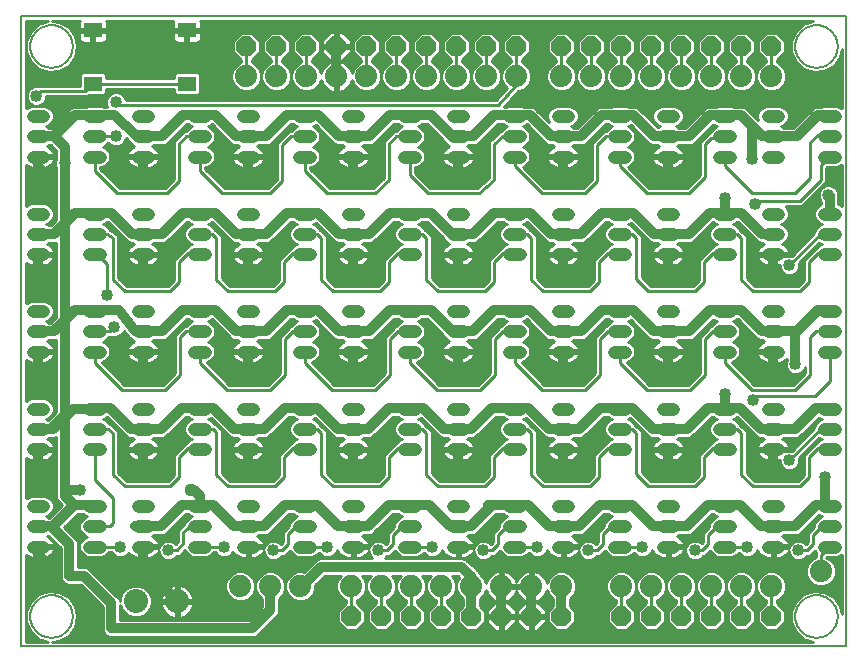
<source format=gtl>
G75*
%MOIN*%
%OFA0B0*%
%FSLAX24Y24*%
%IPPOS*%
%LPD*%
%AMOC8*
5,1,8,0,0,1.08239X$1,22.5*
%
%ADD10C,0.0050*%
%ADD11OC8,0.0660*%
%ADD12C,0.0433*%
%ADD13C,0.0800*%
%ADD14C,0.0740*%
%ADD15R,0.0610X0.0512*%
%ADD16C,0.0100*%
%ADD17C,0.0320*%
%ADD18C,0.0400*%
%ADD19C,0.0436*%
D10*
X002752Y000500D02*
X002752Y021500D01*
X030252Y021500D01*
X030252Y000500D01*
X002752Y000500D01*
X003045Y001500D02*
X003047Y001553D01*
X003053Y001605D01*
X003063Y001657D01*
X003076Y001708D01*
X003094Y001758D01*
X003115Y001807D01*
X003140Y001854D01*
X003168Y001898D01*
X003199Y001941D01*
X003234Y001981D01*
X003271Y002018D01*
X003311Y002053D01*
X003354Y002084D01*
X003399Y002112D01*
X003445Y002137D01*
X003494Y002158D01*
X003544Y002176D01*
X003595Y002189D01*
X003647Y002199D01*
X003699Y002205D01*
X003752Y002207D01*
X003805Y002205D01*
X003857Y002199D01*
X003909Y002189D01*
X003960Y002176D01*
X004010Y002158D01*
X004059Y002137D01*
X004106Y002112D01*
X004150Y002084D01*
X004193Y002053D01*
X004233Y002018D01*
X004270Y001981D01*
X004305Y001941D01*
X004336Y001898D01*
X004364Y001853D01*
X004389Y001807D01*
X004410Y001758D01*
X004428Y001708D01*
X004441Y001657D01*
X004451Y001605D01*
X004457Y001553D01*
X004459Y001500D01*
X004457Y001447D01*
X004451Y001395D01*
X004441Y001343D01*
X004428Y001292D01*
X004410Y001242D01*
X004389Y001193D01*
X004364Y001146D01*
X004336Y001102D01*
X004305Y001059D01*
X004270Y001019D01*
X004233Y000982D01*
X004193Y000947D01*
X004150Y000916D01*
X004105Y000888D01*
X004059Y000863D01*
X004010Y000842D01*
X003960Y000824D01*
X003909Y000811D01*
X003857Y000801D01*
X003805Y000795D01*
X003752Y000793D01*
X003699Y000795D01*
X003647Y000801D01*
X003595Y000811D01*
X003544Y000824D01*
X003494Y000842D01*
X003445Y000863D01*
X003398Y000888D01*
X003354Y000916D01*
X003311Y000947D01*
X003271Y000982D01*
X003234Y001019D01*
X003199Y001059D01*
X003168Y001102D01*
X003140Y001147D01*
X003115Y001193D01*
X003094Y001242D01*
X003076Y001292D01*
X003063Y001343D01*
X003053Y001395D01*
X003047Y001447D01*
X003045Y001500D01*
X028545Y001500D02*
X028547Y001553D01*
X028553Y001605D01*
X028563Y001657D01*
X028576Y001708D01*
X028594Y001758D01*
X028615Y001807D01*
X028640Y001854D01*
X028668Y001898D01*
X028699Y001941D01*
X028734Y001981D01*
X028771Y002018D01*
X028811Y002053D01*
X028854Y002084D01*
X028899Y002112D01*
X028945Y002137D01*
X028994Y002158D01*
X029044Y002176D01*
X029095Y002189D01*
X029147Y002199D01*
X029199Y002205D01*
X029252Y002207D01*
X029305Y002205D01*
X029357Y002199D01*
X029409Y002189D01*
X029460Y002176D01*
X029510Y002158D01*
X029559Y002137D01*
X029606Y002112D01*
X029650Y002084D01*
X029693Y002053D01*
X029733Y002018D01*
X029770Y001981D01*
X029805Y001941D01*
X029836Y001898D01*
X029864Y001853D01*
X029889Y001807D01*
X029910Y001758D01*
X029928Y001708D01*
X029941Y001657D01*
X029951Y001605D01*
X029957Y001553D01*
X029959Y001500D01*
X029957Y001447D01*
X029951Y001395D01*
X029941Y001343D01*
X029928Y001292D01*
X029910Y001242D01*
X029889Y001193D01*
X029864Y001146D01*
X029836Y001102D01*
X029805Y001059D01*
X029770Y001019D01*
X029733Y000982D01*
X029693Y000947D01*
X029650Y000916D01*
X029605Y000888D01*
X029559Y000863D01*
X029510Y000842D01*
X029460Y000824D01*
X029409Y000811D01*
X029357Y000801D01*
X029305Y000795D01*
X029252Y000793D01*
X029199Y000795D01*
X029147Y000801D01*
X029095Y000811D01*
X029044Y000824D01*
X028994Y000842D01*
X028945Y000863D01*
X028898Y000888D01*
X028854Y000916D01*
X028811Y000947D01*
X028771Y000982D01*
X028734Y001019D01*
X028699Y001059D01*
X028668Y001102D01*
X028640Y001147D01*
X028615Y001193D01*
X028594Y001242D01*
X028576Y001292D01*
X028563Y001343D01*
X028553Y001395D01*
X028547Y001447D01*
X028545Y001500D01*
X028545Y020500D02*
X028547Y020553D01*
X028553Y020605D01*
X028563Y020657D01*
X028576Y020708D01*
X028594Y020758D01*
X028615Y020807D01*
X028640Y020854D01*
X028668Y020898D01*
X028699Y020941D01*
X028734Y020981D01*
X028771Y021018D01*
X028811Y021053D01*
X028854Y021084D01*
X028899Y021112D01*
X028945Y021137D01*
X028994Y021158D01*
X029044Y021176D01*
X029095Y021189D01*
X029147Y021199D01*
X029199Y021205D01*
X029252Y021207D01*
X029305Y021205D01*
X029357Y021199D01*
X029409Y021189D01*
X029460Y021176D01*
X029510Y021158D01*
X029559Y021137D01*
X029606Y021112D01*
X029650Y021084D01*
X029693Y021053D01*
X029733Y021018D01*
X029770Y020981D01*
X029805Y020941D01*
X029836Y020898D01*
X029864Y020853D01*
X029889Y020807D01*
X029910Y020758D01*
X029928Y020708D01*
X029941Y020657D01*
X029951Y020605D01*
X029957Y020553D01*
X029959Y020500D01*
X029957Y020447D01*
X029951Y020395D01*
X029941Y020343D01*
X029928Y020292D01*
X029910Y020242D01*
X029889Y020193D01*
X029864Y020146D01*
X029836Y020102D01*
X029805Y020059D01*
X029770Y020019D01*
X029733Y019982D01*
X029693Y019947D01*
X029650Y019916D01*
X029605Y019888D01*
X029559Y019863D01*
X029510Y019842D01*
X029460Y019824D01*
X029409Y019811D01*
X029357Y019801D01*
X029305Y019795D01*
X029252Y019793D01*
X029199Y019795D01*
X029147Y019801D01*
X029095Y019811D01*
X029044Y019824D01*
X028994Y019842D01*
X028945Y019863D01*
X028898Y019888D01*
X028854Y019916D01*
X028811Y019947D01*
X028771Y019982D01*
X028734Y020019D01*
X028699Y020059D01*
X028668Y020102D01*
X028640Y020147D01*
X028615Y020193D01*
X028594Y020242D01*
X028576Y020292D01*
X028563Y020343D01*
X028553Y020395D01*
X028547Y020447D01*
X028545Y020500D01*
X003045Y020500D02*
X003047Y020553D01*
X003053Y020605D01*
X003063Y020657D01*
X003076Y020708D01*
X003094Y020758D01*
X003115Y020807D01*
X003140Y020854D01*
X003168Y020898D01*
X003199Y020941D01*
X003234Y020981D01*
X003271Y021018D01*
X003311Y021053D01*
X003354Y021084D01*
X003399Y021112D01*
X003445Y021137D01*
X003494Y021158D01*
X003544Y021176D01*
X003595Y021189D01*
X003647Y021199D01*
X003699Y021205D01*
X003752Y021207D01*
X003805Y021205D01*
X003857Y021199D01*
X003909Y021189D01*
X003960Y021176D01*
X004010Y021158D01*
X004059Y021137D01*
X004106Y021112D01*
X004150Y021084D01*
X004193Y021053D01*
X004233Y021018D01*
X004270Y020981D01*
X004305Y020941D01*
X004336Y020898D01*
X004364Y020853D01*
X004389Y020807D01*
X004410Y020758D01*
X004428Y020708D01*
X004441Y020657D01*
X004451Y020605D01*
X004457Y020553D01*
X004459Y020500D01*
X004457Y020447D01*
X004451Y020395D01*
X004441Y020343D01*
X004428Y020292D01*
X004410Y020242D01*
X004389Y020193D01*
X004364Y020146D01*
X004336Y020102D01*
X004305Y020059D01*
X004270Y020019D01*
X004233Y019982D01*
X004193Y019947D01*
X004150Y019916D01*
X004105Y019888D01*
X004059Y019863D01*
X004010Y019842D01*
X003960Y019824D01*
X003909Y019811D01*
X003857Y019801D01*
X003805Y019795D01*
X003752Y019793D01*
X003699Y019795D01*
X003647Y019801D01*
X003595Y019811D01*
X003544Y019824D01*
X003494Y019842D01*
X003445Y019863D01*
X003398Y019888D01*
X003354Y019916D01*
X003311Y019947D01*
X003271Y019982D01*
X003234Y020019D01*
X003199Y020059D01*
X003168Y020102D01*
X003140Y020147D01*
X003115Y020193D01*
X003094Y020242D01*
X003076Y020292D01*
X003063Y020343D01*
X003053Y020395D01*
X003047Y020447D01*
X003045Y020500D01*
D11*
X010252Y020500D03*
X011252Y020500D03*
X012252Y020500D03*
X013252Y020500D03*
X014252Y020500D03*
X015252Y020500D03*
X016252Y020500D03*
X017252Y020500D03*
X018252Y020500D03*
X019252Y020500D03*
X020752Y020500D03*
X021752Y020500D03*
X022752Y020500D03*
X023752Y020500D03*
X024752Y020500D03*
X025752Y020500D03*
X026752Y020500D03*
X027752Y020500D03*
X027752Y001500D03*
X026752Y001500D03*
X025752Y001500D03*
X024752Y001500D03*
X023752Y001500D03*
X022752Y001500D03*
X020752Y001500D03*
X019752Y001500D03*
X018752Y001500D03*
X017752Y001500D03*
X016752Y001500D03*
X015752Y001500D03*
X014752Y001500D03*
X013752Y001500D03*
D12*
X013630Y003831D02*
X013984Y003831D01*
X013984Y003831D01*
X013630Y003831D01*
X013630Y003831D01*
X013630Y004500D02*
X013984Y004500D01*
X013984Y004500D01*
X013630Y004500D01*
X013630Y004500D01*
X013630Y005169D02*
X013984Y005169D01*
X013984Y005169D01*
X013630Y005169D01*
X013630Y005169D01*
X012374Y005169D02*
X012020Y005169D01*
X012374Y005169D02*
X012374Y005169D01*
X012020Y005169D01*
X012020Y005169D01*
X012020Y004500D02*
X012374Y004500D01*
X012374Y004500D01*
X012020Y004500D01*
X012020Y004500D01*
X012020Y003831D02*
X012374Y003831D01*
X012374Y003831D01*
X012020Y003831D01*
X012020Y003831D01*
X010484Y003831D02*
X010130Y003831D01*
X010484Y003831D02*
X010484Y003831D01*
X010130Y003831D01*
X010130Y003831D01*
X010130Y004500D02*
X010484Y004500D01*
X010484Y004500D01*
X010130Y004500D01*
X010130Y004500D01*
X010130Y005169D02*
X010484Y005169D01*
X010484Y005169D01*
X010130Y005169D01*
X010130Y005169D01*
X008874Y005169D02*
X008520Y005169D01*
X008874Y005169D02*
X008874Y005169D01*
X008520Y005169D01*
X008520Y005169D01*
X008520Y004500D02*
X008874Y004500D01*
X008874Y004500D01*
X008520Y004500D01*
X008520Y004500D01*
X008520Y003831D02*
X008874Y003831D01*
X008874Y003831D01*
X008520Y003831D01*
X008520Y003831D01*
X006984Y003831D02*
X006630Y003831D01*
X006984Y003831D02*
X006984Y003831D01*
X006630Y003831D01*
X006630Y003831D01*
X006630Y004500D02*
X006984Y004500D01*
X006984Y004500D01*
X006630Y004500D01*
X006630Y004500D01*
X006630Y005169D02*
X006984Y005169D01*
X006984Y005169D01*
X006630Y005169D01*
X006630Y005169D01*
X005374Y005169D02*
X005020Y005169D01*
X005374Y005169D02*
X005374Y005169D01*
X005020Y005169D01*
X005020Y005169D01*
X005020Y004500D02*
X005374Y004500D01*
X005374Y004500D01*
X005020Y004500D01*
X005020Y004500D01*
X005020Y003831D02*
X005374Y003831D01*
X005374Y003831D01*
X005020Y003831D01*
X005020Y003831D01*
X003484Y003831D02*
X003130Y003831D01*
X003484Y003831D02*
X003484Y003831D01*
X003130Y003831D01*
X003130Y003831D01*
X003130Y004500D02*
X003484Y004500D01*
X003484Y004500D01*
X003130Y004500D01*
X003130Y004500D01*
X003130Y005169D02*
X003484Y005169D01*
X003484Y005169D01*
X003130Y005169D01*
X003130Y005169D01*
X003130Y007081D02*
X003484Y007081D01*
X003484Y007081D01*
X003130Y007081D01*
X003130Y007081D01*
X003130Y007750D02*
X003484Y007750D01*
X003484Y007750D01*
X003130Y007750D01*
X003130Y007750D01*
X003130Y008419D02*
X003484Y008419D01*
X003484Y008419D01*
X003130Y008419D01*
X003130Y008419D01*
X005020Y008419D02*
X005374Y008419D01*
X005374Y008419D01*
X005020Y008419D01*
X005020Y008419D01*
X005020Y007750D02*
X005374Y007750D01*
X005374Y007750D01*
X005020Y007750D01*
X005020Y007750D01*
X005020Y007081D02*
X005374Y007081D01*
X005374Y007081D01*
X005020Y007081D01*
X005020Y007081D01*
X006630Y007081D02*
X006984Y007081D01*
X006984Y007081D01*
X006630Y007081D01*
X006630Y007081D01*
X006630Y007750D02*
X006984Y007750D01*
X006984Y007750D01*
X006630Y007750D01*
X006630Y007750D01*
X006630Y008419D02*
X006984Y008419D01*
X006984Y008419D01*
X006630Y008419D01*
X006630Y008419D01*
X008520Y008419D02*
X008874Y008419D01*
X008874Y008419D01*
X008520Y008419D01*
X008520Y008419D01*
X008520Y007750D02*
X008874Y007750D01*
X008874Y007750D01*
X008520Y007750D01*
X008520Y007750D01*
X008520Y007081D02*
X008874Y007081D01*
X008874Y007081D01*
X008520Y007081D01*
X008520Y007081D01*
X010130Y007081D02*
X010484Y007081D01*
X010484Y007081D01*
X010130Y007081D01*
X010130Y007081D01*
X010130Y007750D02*
X010484Y007750D01*
X010484Y007750D01*
X010130Y007750D01*
X010130Y007750D01*
X010130Y008419D02*
X010484Y008419D01*
X010484Y008419D01*
X010130Y008419D01*
X010130Y008419D01*
X012020Y008419D02*
X012374Y008419D01*
X012374Y008419D01*
X012020Y008419D01*
X012020Y008419D01*
X012020Y007750D02*
X012374Y007750D01*
X012374Y007750D01*
X012020Y007750D01*
X012020Y007750D01*
X012020Y007081D02*
X012374Y007081D01*
X012374Y007081D01*
X012020Y007081D01*
X012020Y007081D01*
X013630Y007081D02*
X013984Y007081D01*
X013984Y007081D01*
X013630Y007081D01*
X013630Y007081D01*
X013630Y007750D02*
X013984Y007750D01*
X013984Y007750D01*
X013630Y007750D01*
X013630Y007750D01*
X013630Y008419D02*
X013984Y008419D01*
X013984Y008419D01*
X013630Y008419D01*
X013630Y008419D01*
X015520Y008419D02*
X015874Y008419D01*
X015874Y008419D01*
X015520Y008419D01*
X015520Y008419D01*
X015520Y007750D02*
X015874Y007750D01*
X015874Y007750D01*
X015520Y007750D01*
X015520Y007750D01*
X015520Y007081D02*
X015874Y007081D01*
X015874Y007081D01*
X015520Y007081D01*
X015520Y007081D01*
X017130Y007081D02*
X017484Y007081D01*
X017484Y007081D01*
X017130Y007081D01*
X017130Y007081D01*
X017130Y007750D02*
X017484Y007750D01*
X017484Y007750D01*
X017130Y007750D01*
X017130Y007750D01*
X017130Y008419D02*
X017484Y008419D01*
X017484Y008419D01*
X017130Y008419D01*
X017130Y008419D01*
X019020Y008419D02*
X019374Y008419D01*
X019374Y008419D01*
X019020Y008419D01*
X019020Y008419D01*
X019020Y007750D02*
X019374Y007750D01*
X019374Y007750D01*
X019020Y007750D01*
X019020Y007750D01*
X019020Y007081D02*
X019374Y007081D01*
X019374Y007081D01*
X019020Y007081D01*
X019020Y007081D01*
X020630Y007081D02*
X020984Y007081D01*
X020984Y007081D01*
X020630Y007081D01*
X020630Y007081D01*
X020630Y007750D02*
X020984Y007750D01*
X020984Y007750D01*
X020630Y007750D01*
X020630Y007750D01*
X020630Y008419D02*
X020984Y008419D01*
X020984Y008419D01*
X020630Y008419D01*
X020630Y008419D01*
X022520Y008419D02*
X022874Y008419D01*
X022874Y008419D01*
X022520Y008419D01*
X022520Y008419D01*
X022520Y007750D02*
X022874Y007750D01*
X022874Y007750D01*
X022520Y007750D01*
X022520Y007750D01*
X022520Y007081D02*
X022874Y007081D01*
X022874Y007081D01*
X022520Y007081D01*
X022520Y007081D01*
X024130Y007081D02*
X024484Y007081D01*
X024484Y007081D01*
X024130Y007081D01*
X024130Y007081D01*
X024130Y007750D02*
X024484Y007750D01*
X024484Y007750D01*
X024130Y007750D01*
X024130Y007750D01*
X024130Y008419D02*
X024484Y008419D01*
X024484Y008419D01*
X024130Y008419D01*
X024130Y008419D01*
X026020Y008419D02*
X026374Y008419D01*
X026374Y008419D01*
X026020Y008419D01*
X026020Y008419D01*
X026020Y007750D02*
X026374Y007750D01*
X026374Y007750D01*
X026020Y007750D01*
X026020Y007750D01*
X026020Y007081D02*
X026374Y007081D01*
X026374Y007081D01*
X026020Y007081D01*
X026020Y007081D01*
X027630Y007081D02*
X027984Y007081D01*
X027984Y007081D01*
X027630Y007081D01*
X027630Y007081D01*
X027630Y007750D02*
X027984Y007750D01*
X027984Y007750D01*
X027630Y007750D01*
X027630Y007750D01*
X027630Y008419D02*
X027984Y008419D01*
X027984Y008419D01*
X027630Y008419D01*
X027630Y008419D01*
X029520Y008419D02*
X029874Y008419D01*
X029874Y008419D01*
X029520Y008419D01*
X029520Y008419D01*
X029520Y007750D02*
X029874Y007750D01*
X029874Y007750D01*
X029520Y007750D01*
X029520Y007750D01*
X029520Y007081D02*
X029874Y007081D01*
X029874Y007081D01*
X029520Y007081D01*
X029520Y007081D01*
X029520Y005169D02*
X029874Y005169D01*
X029874Y005169D01*
X029520Y005169D01*
X029520Y005169D01*
X029520Y004500D02*
X029874Y004500D01*
X029874Y004500D01*
X029520Y004500D01*
X029520Y004500D01*
X029520Y003831D02*
X029874Y003831D01*
X029874Y003831D01*
X029520Y003831D01*
X029520Y003831D01*
X027984Y003831D02*
X027630Y003831D01*
X027984Y003831D02*
X027984Y003831D01*
X027630Y003831D01*
X027630Y003831D01*
X027630Y004500D02*
X027984Y004500D01*
X027984Y004500D01*
X027630Y004500D01*
X027630Y004500D01*
X027630Y005169D02*
X027984Y005169D01*
X027984Y005169D01*
X027630Y005169D01*
X027630Y005169D01*
X026374Y005169D02*
X026020Y005169D01*
X026374Y005169D02*
X026374Y005169D01*
X026020Y005169D01*
X026020Y005169D01*
X026020Y004500D02*
X026374Y004500D01*
X026374Y004500D01*
X026020Y004500D01*
X026020Y004500D01*
X026020Y003831D02*
X026374Y003831D01*
X026374Y003831D01*
X026020Y003831D01*
X026020Y003831D01*
X024484Y003831D02*
X024130Y003831D01*
X024484Y003831D02*
X024484Y003831D01*
X024130Y003831D01*
X024130Y003831D01*
X024130Y004500D02*
X024484Y004500D01*
X024484Y004500D01*
X024130Y004500D01*
X024130Y004500D01*
X024130Y005169D02*
X024484Y005169D01*
X024484Y005169D01*
X024130Y005169D01*
X024130Y005169D01*
X022874Y005169D02*
X022520Y005169D01*
X022874Y005169D02*
X022874Y005169D01*
X022520Y005169D01*
X022520Y005169D01*
X022520Y004500D02*
X022874Y004500D01*
X022874Y004500D01*
X022520Y004500D01*
X022520Y004500D01*
X022520Y003831D02*
X022874Y003831D01*
X022874Y003831D01*
X022520Y003831D01*
X022520Y003831D01*
X020984Y003831D02*
X020630Y003831D01*
X020984Y003831D02*
X020984Y003831D01*
X020630Y003831D01*
X020630Y003831D01*
X020630Y004500D02*
X020984Y004500D01*
X020984Y004500D01*
X020630Y004500D01*
X020630Y004500D01*
X020630Y005169D02*
X020984Y005169D01*
X020984Y005169D01*
X020630Y005169D01*
X020630Y005169D01*
X019374Y005169D02*
X019020Y005169D01*
X019374Y005169D02*
X019374Y005169D01*
X019020Y005169D01*
X019020Y005169D01*
X019020Y004500D02*
X019374Y004500D01*
X019374Y004500D01*
X019020Y004500D01*
X019020Y004500D01*
X019020Y003831D02*
X019374Y003831D01*
X019374Y003831D01*
X019020Y003831D01*
X019020Y003831D01*
X017484Y003831D02*
X017130Y003831D01*
X017484Y003831D02*
X017484Y003831D01*
X017130Y003831D01*
X017130Y003831D01*
X017130Y004500D02*
X017484Y004500D01*
X017484Y004500D01*
X017130Y004500D01*
X017130Y004500D01*
X017130Y005169D02*
X017484Y005169D01*
X017484Y005169D01*
X017130Y005169D01*
X017130Y005169D01*
X015874Y005169D02*
X015520Y005169D01*
X015874Y005169D02*
X015874Y005169D01*
X015520Y005169D01*
X015520Y005169D01*
X015520Y004500D02*
X015874Y004500D01*
X015874Y004500D01*
X015520Y004500D01*
X015520Y004500D01*
X015520Y003831D02*
X015874Y003831D01*
X015874Y003831D01*
X015520Y003831D01*
X015520Y003831D01*
X015520Y010331D02*
X015874Y010331D01*
X015874Y010331D01*
X015520Y010331D01*
X015520Y010331D01*
X015520Y011000D02*
X015874Y011000D01*
X015874Y011000D01*
X015520Y011000D01*
X015520Y011000D01*
X015520Y011669D02*
X015874Y011669D01*
X015874Y011669D01*
X015520Y011669D01*
X015520Y011669D01*
X017130Y011669D02*
X017484Y011669D01*
X017484Y011669D01*
X017130Y011669D01*
X017130Y011669D01*
X017130Y011000D02*
X017484Y011000D01*
X017484Y011000D01*
X017130Y011000D01*
X017130Y011000D01*
X017130Y010331D02*
X017484Y010331D01*
X017484Y010331D01*
X017130Y010331D01*
X017130Y010331D01*
X019020Y010331D02*
X019374Y010331D01*
X019374Y010331D01*
X019020Y010331D01*
X019020Y010331D01*
X019020Y011000D02*
X019374Y011000D01*
X019374Y011000D01*
X019020Y011000D01*
X019020Y011000D01*
X019020Y011669D02*
X019374Y011669D01*
X019374Y011669D01*
X019020Y011669D01*
X019020Y011669D01*
X020630Y011669D02*
X020984Y011669D01*
X020984Y011669D01*
X020630Y011669D01*
X020630Y011669D01*
X020630Y011000D02*
X020984Y011000D01*
X020984Y011000D01*
X020630Y011000D01*
X020630Y011000D01*
X020630Y010331D02*
X020984Y010331D01*
X020984Y010331D01*
X020630Y010331D01*
X020630Y010331D01*
X022520Y010331D02*
X022874Y010331D01*
X022874Y010331D01*
X022520Y010331D01*
X022520Y010331D01*
X022520Y011000D02*
X022874Y011000D01*
X022874Y011000D01*
X022520Y011000D01*
X022520Y011000D01*
X022520Y011669D02*
X022874Y011669D01*
X022874Y011669D01*
X022520Y011669D01*
X022520Y011669D01*
X024130Y011669D02*
X024484Y011669D01*
X024484Y011669D01*
X024130Y011669D01*
X024130Y011669D01*
X024130Y011000D02*
X024484Y011000D01*
X024484Y011000D01*
X024130Y011000D01*
X024130Y011000D01*
X024130Y010331D02*
X024484Y010331D01*
X024484Y010331D01*
X024130Y010331D01*
X024130Y010331D01*
X026020Y010331D02*
X026374Y010331D01*
X026374Y010331D01*
X026020Y010331D01*
X026020Y010331D01*
X026020Y011000D02*
X026374Y011000D01*
X026374Y011000D01*
X026020Y011000D01*
X026020Y011000D01*
X026020Y011669D02*
X026374Y011669D01*
X026374Y011669D01*
X026020Y011669D01*
X026020Y011669D01*
X027630Y011669D02*
X027984Y011669D01*
X027984Y011669D01*
X027630Y011669D01*
X027630Y011669D01*
X027630Y011000D02*
X027984Y011000D01*
X027984Y011000D01*
X027630Y011000D01*
X027630Y011000D01*
X027630Y010331D02*
X027984Y010331D01*
X027984Y010331D01*
X027630Y010331D01*
X027630Y010331D01*
X029520Y010331D02*
X029874Y010331D01*
X029874Y010331D01*
X029520Y010331D01*
X029520Y010331D01*
X029520Y011000D02*
X029874Y011000D01*
X029874Y011000D01*
X029520Y011000D01*
X029520Y011000D01*
X029520Y011669D02*
X029874Y011669D01*
X029874Y011669D01*
X029520Y011669D01*
X029520Y011669D01*
X029520Y013581D02*
X029874Y013581D01*
X029874Y013581D01*
X029520Y013581D01*
X029520Y013581D01*
X029520Y014250D02*
X029874Y014250D01*
X029874Y014250D01*
X029520Y014250D01*
X029520Y014250D01*
X029520Y014919D02*
X029874Y014919D01*
X029874Y014919D01*
X029520Y014919D01*
X029520Y014919D01*
X027984Y014919D02*
X027630Y014919D01*
X027984Y014919D02*
X027984Y014919D01*
X027630Y014919D01*
X027630Y014919D01*
X027630Y014250D02*
X027984Y014250D01*
X027984Y014250D01*
X027630Y014250D01*
X027630Y014250D01*
X027630Y013581D02*
X027984Y013581D01*
X027984Y013581D01*
X027630Y013581D01*
X027630Y013581D01*
X026374Y013581D02*
X026020Y013581D01*
X026374Y013581D02*
X026374Y013581D01*
X026020Y013581D01*
X026020Y013581D01*
X026020Y014250D02*
X026374Y014250D01*
X026374Y014250D01*
X026020Y014250D01*
X026020Y014250D01*
X026020Y014919D02*
X026374Y014919D01*
X026374Y014919D01*
X026020Y014919D01*
X026020Y014919D01*
X024484Y014919D02*
X024130Y014919D01*
X024484Y014919D02*
X024484Y014919D01*
X024130Y014919D01*
X024130Y014919D01*
X024130Y014250D02*
X024484Y014250D01*
X024484Y014250D01*
X024130Y014250D01*
X024130Y014250D01*
X024130Y013581D02*
X024484Y013581D01*
X024484Y013581D01*
X024130Y013581D01*
X024130Y013581D01*
X022874Y013581D02*
X022520Y013581D01*
X022874Y013581D02*
X022874Y013581D01*
X022520Y013581D01*
X022520Y013581D01*
X022520Y014250D02*
X022874Y014250D01*
X022874Y014250D01*
X022520Y014250D01*
X022520Y014250D01*
X022520Y014919D02*
X022874Y014919D01*
X022874Y014919D01*
X022520Y014919D01*
X022520Y014919D01*
X020984Y014919D02*
X020630Y014919D01*
X020984Y014919D02*
X020984Y014919D01*
X020630Y014919D01*
X020630Y014919D01*
X020630Y014250D02*
X020984Y014250D01*
X020984Y014250D01*
X020630Y014250D01*
X020630Y014250D01*
X020630Y013581D02*
X020984Y013581D01*
X020984Y013581D01*
X020630Y013581D01*
X020630Y013581D01*
X019374Y013581D02*
X019020Y013581D01*
X019374Y013581D02*
X019374Y013581D01*
X019020Y013581D01*
X019020Y013581D01*
X019020Y014250D02*
X019374Y014250D01*
X019374Y014250D01*
X019020Y014250D01*
X019020Y014250D01*
X019020Y014919D02*
X019374Y014919D01*
X019374Y014919D01*
X019020Y014919D01*
X019020Y014919D01*
X017484Y014919D02*
X017130Y014919D01*
X017484Y014919D02*
X017484Y014919D01*
X017130Y014919D01*
X017130Y014919D01*
X017130Y014250D02*
X017484Y014250D01*
X017484Y014250D01*
X017130Y014250D01*
X017130Y014250D01*
X017130Y013581D02*
X017484Y013581D01*
X017484Y013581D01*
X017130Y013581D01*
X017130Y013581D01*
X015874Y013581D02*
X015520Y013581D01*
X015874Y013581D02*
X015874Y013581D01*
X015520Y013581D01*
X015520Y013581D01*
X015520Y014250D02*
X015874Y014250D01*
X015874Y014250D01*
X015520Y014250D01*
X015520Y014250D01*
X015520Y014919D02*
X015874Y014919D01*
X015874Y014919D01*
X015520Y014919D01*
X015520Y014919D01*
X013984Y014919D02*
X013630Y014919D01*
X013984Y014919D02*
X013984Y014919D01*
X013630Y014919D01*
X013630Y014919D01*
X013630Y014250D02*
X013984Y014250D01*
X013984Y014250D01*
X013630Y014250D01*
X013630Y014250D01*
X013630Y013581D02*
X013984Y013581D01*
X013984Y013581D01*
X013630Y013581D01*
X013630Y013581D01*
X012374Y013581D02*
X012020Y013581D01*
X012374Y013581D02*
X012374Y013581D01*
X012020Y013581D01*
X012020Y013581D01*
X012020Y014250D02*
X012374Y014250D01*
X012374Y014250D01*
X012020Y014250D01*
X012020Y014250D01*
X012020Y014919D02*
X012374Y014919D01*
X012374Y014919D01*
X012020Y014919D01*
X012020Y014919D01*
X010484Y014919D02*
X010130Y014919D01*
X010484Y014919D02*
X010484Y014919D01*
X010130Y014919D01*
X010130Y014919D01*
X010130Y014250D02*
X010484Y014250D01*
X010484Y014250D01*
X010130Y014250D01*
X010130Y014250D01*
X010130Y013581D02*
X010484Y013581D01*
X010484Y013581D01*
X010130Y013581D01*
X010130Y013581D01*
X008874Y013581D02*
X008520Y013581D01*
X008874Y013581D02*
X008874Y013581D01*
X008520Y013581D01*
X008520Y013581D01*
X008520Y014250D02*
X008874Y014250D01*
X008874Y014250D01*
X008520Y014250D01*
X008520Y014250D01*
X008520Y014919D02*
X008874Y014919D01*
X008874Y014919D01*
X008520Y014919D01*
X008520Y014919D01*
X006984Y014919D02*
X006630Y014919D01*
X006984Y014919D02*
X006984Y014919D01*
X006630Y014919D01*
X006630Y014919D01*
X006630Y014250D02*
X006984Y014250D01*
X006984Y014250D01*
X006630Y014250D01*
X006630Y014250D01*
X006630Y013581D02*
X006984Y013581D01*
X006984Y013581D01*
X006630Y013581D01*
X006630Y013581D01*
X005374Y013581D02*
X005020Y013581D01*
X005374Y013581D02*
X005374Y013581D01*
X005020Y013581D01*
X005020Y013581D01*
X005020Y014250D02*
X005374Y014250D01*
X005374Y014250D01*
X005020Y014250D01*
X005020Y014250D01*
X005020Y014919D02*
X005374Y014919D01*
X005374Y014919D01*
X005020Y014919D01*
X005020Y014919D01*
X003484Y014919D02*
X003130Y014919D01*
X003484Y014919D02*
X003484Y014919D01*
X003130Y014919D01*
X003130Y014919D01*
X003130Y014250D02*
X003484Y014250D01*
X003484Y014250D01*
X003130Y014250D01*
X003130Y014250D01*
X003130Y013581D02*
X003484Y013581D01*
X003484Y013581D01*
X003130Y013581D01*
X003130Y013581D01*
X003130Y011669D02*
X003484Y011669D01*
X003484Y011669D01*
X003130Y011669D01*
X003130Y011669D01*
X003130Y011000D02*
X003484Y011000D01*
X003484Y011000D01*
X003130Y011000D01*
X003130Y011000D01*
X003130Y010331D02*
X003484Y010331D01*
X003484Y010331D01*
X003130Y010331D01*
X003130Y010331D01*
X005020Y010331D02*
X005374Y010331D01*
X005374Y010331D01*
X005020Y010331D01*
X005020Y010331D01*
X005020Y011000D02*
X005374Y011000D01*
X005374Y011000D01*
X005020Y011000D01*
X005020Y011000D01*
X005020Y011669D02*
X005374Y011669D01*
X005374Y011669D01*
X005020Y011669D01*
X005020Y011669D01*
X006630Y011669D02*
X006984Y011669D01*
X006984Y011669D01*
X006630Y011669D01*
X006630Y011669D01*
X006630Y011000D02*
X006984Y011000D01*
X006984Y011000D01*
X006630Y011000D01*
X006630Y011000D01*
X006630Y010331D02*
X006984Y010331D01*
X006984Y010331D01*
X006630Y010331D01*
X006630Y010331D01*
X008520Y010331D02*
X008874Y010331D01*
X008874Y010331D01*
X008520Y010331D01*
X008520Y010331D01*
X008520Y011000D02*
X008874Y011000D01*
X008874Y011000D01*
X008520Y011000D01*
X008520Y011000D01*
X008520Y011669D02*
X008874Y011669D01*
X008874Y011669D01*
X008520Y011669D01*
X008520Y011669D01*
X010130Y011669D02*
X010484Y011669D01*
X010484Y011669D01*
X010130Y011669D01*
X010130Y011669D01*
X010130Y011000D02*
X010484Y011000D01*
X010484Y011000D01*
X010130Y011000D01*
X010130Y011000D01*
X010130Y010331D02*
X010484Y010331D01*
X010484Y010331D01*
X010130Y010331D01*
X010130Y010331D01*
X012020Y010331D02*
X012374Y010331D01*
X012374Y010331D01*
X012020Y010331D01*
X012020Y010331D01*
X012020Y011000D02*
X012374Y011000D01*
X012374Y011000D01*
X012020Y011000D01*
X012020Y011000D01*
X012020Y011669D02*
X012374Y011669D01*
X012374Y011669D01*
X012020Y011669D01*
X012020Y011669D01*
X013630Y011669D02*
X013984Y011669D01*
X013984Y011669D01*
X013630Y011669D01*
X013630Y011669D01*
X013630Y011000D02*
X013984Y011000D01*
X013984Y011000D01*
X013630Y011000D01*
X013630Y011000D01*
X013630Y010331D02*
X013984Y010331D01*
X013984Y010331D01*
X013630Y010331D01*
X013630Y010331D01*
X013630Y016831D02*
X013984Y016831D01*
X013984Y016831D01*
X013630Y016831D01*
X013630Y016831D01*
X013630Y017500D02*
X013984Y017500D01*
X013984Y017500D01*
X013630Y017500D01*
X013630Y017500D01*
X013630Y018169D02*
X013984Y018169D01*
X013984Y018169D01*
X013630Y018169D01*
X013630Y018169D01*
X012374Y018169D02*
X012020Y018169D01*
X012374Y018169D02*
X012374Y018169D01*
X012020Y018169D01*
X012020Y018169D01*
X012020Y017500D02*
X012374Y017500D01*
X012374Y017500D01*
X012020Y017500D01*
X012020Y017500D01*
X012020Y016831D02*
X012374Y016831D01*
X012374Y016831D01*
X012020Y016831D01*
X012020Y016831D01*
X010484Y016831D02*
X010130Y016831D01*
X010484Y016831D02*
X010484Y016831D01*
X010130Y016831D01*
X010130Y016831D01*
X010130Y017500D02*
X010484Y017500D01*
X010484Y017500D01*
X010130Y017500D01*
X010130Y017500D01*
X010130Y018169D02*
X010484Y018169D01*
X010484Y018169D01*
X010130Y018169D01*
X010130Y018169D01*
X008874Y018169D02*
X008520Y018169D01*
X008874Y018169D02*
X008874Y018169D01*
X008520Y018169D01*
X008520Y018169D01*
X008520Y017500D02*
X008874Y017500D01*
X008874Y017500D01*
X008520Y017500D01*
X008520Y017500D01*
X008520Y016831D02*
X008874Y016831D01*
X008874Y016831D01*
X008520Y016831D01*
X008520Y016831D01*
X006984Y016831D02*
X006630Y016831D01*
X006984Y016831D02*
X006984Y016831D01*
X006630Y016831D01*
X006630Y016831D01*
X006630Y017500D02*
X006984Y017500D01*
X006984Y017500D01*
X006630Y017500D01*
X006630Y017500D01*
X006630Y018169D02*
X006984Y018169D01*
X006984Y018169D01*
X006630Y018169D01*
X006630Y018169D01*
X005374Y018169D02*
X005020Y018169D01*
X005374Y018169D02*
X005374Y018169D01*
X005020Y018169D01*
X005020Y018169D01*
X005020Y017500D02*
X005374Y017500D01*
X005374Y017500D01*
X005020Y017500D01*
X005020Y017500D01*
X005020Y016831D02*
X005374Y016831D01*
X005374Y016831D01*
X005020Y016831D01*
X005020Y016831D01*
X003484Y016831D02*
X003130Y016831D01*
X003484Y016831D02*
X003484Y016831D01*
X003130Y016831D01*
X003130Y016831D01*
X003130Y017500D02*
X003484Y017500D01*
X003484Y017500D01*
X003130Y017500D01*
X003130Y017500D01*
X003130Y018169D02*
X003484Y018169D01*
X003484Y018169D01*
X003130Y018169D01*
X003130Y018169D01*
X015520Y018169D02*
X015874Y018169D01*
X015874Y018169D01*
X015520Y018169D01*
X015520Y018169D01*
X015520Y017500D02*
X015874Y017500D01*
X015874Y017500D01*
X015520Y017500D01*
X015520Y017500D01*
X015520Y016831D02*
X015874Y016831D01*
X015874Y016831D01*
X015520Y016831D01*
X015520Y016831D01*
X017130Y016831D02*
X017484Y016831D01*
X017484Y016831D01*
X017130Y016831D01*
X017130Y016831D01*
X017130Y017500D02*
X017484Y017500D01*
X017484Y017500D01*
X017130Y017500D01*
X017130Y017500D01*
X017130Y018169D02*
X017484Y018169D01*
X017484Y018169D01*
X017130Y018169D01*
X017130Y018169D01*
X019020Y018169D02*
X019374Y018169D01*
X019374Y018169D01*
X019020Y018169D01*
X019020Y018169D01*
X019020Y017500D02*
X019374Y017500D01*
X019374Y017500D01*
X019020Y017500D01*
X019020Y017500D01*
X019020Y016831D02*
X019374Y016831D01*
X019374Y016831D01*
X019020Y016831D01*
X019020Y016831D01*
X020630Y016831D02*
X020984Y016831D01*
X020984Y016831D01*
X020630Y016831D01*
X020630Y016831D01*
X020630Y017500D02*
X020984Y017500D01*
X020984Y017500D01*
X020630Y017500D01*
X020630Y017500D01*
X020630Y018169D02*
X020984Y018169D01*
X020984Y018169D01*
X020630Y018169D01*
X020630Y018169D01*
X022520Y018169D02*
X022874Y018169D01*
X022874Y018169D01*
X022520Y018169D01*
X022520Y018169D01*
X022520Y017500D02*
X022874Y017500D01*
X022874Y017500D01*
X022520Y017500D01*
X022520Y017500D01*
X022520Y016831D02*
X022874Y016831D01*
X022874Y016831D01*
X022520Y016831D01*
X022520Y016831D01*
X024130Y016831D02*
X024484Y016831D01*
X024484Y016831D01*
X024130Y016831D01*
X024130Y016831D01*
X024130Y017500D02*
X024484Y017500D01*
X024484Y017500D01*
X024130Y017500D01*
X024130Y017500D01*
X024130Y018169D02*
X024484Y018169D01*
X024484Y018169D01*
X024130Y018169D01*
X024130Y018169D01*
X026020Y018169D02*
X026374Y018169D01*
X026374Y018169D01*
X026020Y018169D01*
X026020Y018169D01*
X026020Y017500D02*
X026374Y017500D01*
X026374Y017500D01*
X026020Y017500D01*
X026020Y017500D01*
X026020Y016831D02*
X026374Y016831D01*
X026374Y016831D01*
X026020Y016831D01*
X026020Y016831D01*
X027630Y016831D02*
X027984Y016831D01*
X027984Y016831D01*
X027630Y016831D01*
X027630Y016831D01*
X027630Y017500D02*
X027984Y017500D01*
X027984Y017500D01*
X027630Y017500D01*
X027630Y017500D01*
X027630Y018169D02*
X027984Y018169D01*
X027984Y018169D01*
X027630Y018169D01*
X027630Y018169D01*
X029520Y018169D02*
X029874Y018169D01*
X029874Y018169D01*
X029520Y018169D01*
X029520Y018169D01*
X029520Y017500D02*
X029874Y017500D01*
X029874Y017500D01*
X029520Y017500D01*
X029520Y017500D01*
X029520Y016831D02*
X029874Y016831D01*
X029874Y016831D01*
X029520Y016831D01*
X029520Y016831D01*
D13*
X007941Y002000D03*
X006563Y002000D03*
D14*
X010052Y002500D03*
X011052Y002500D03*
X012052Y002500D03*
X013752Y002500D03*
X014752Y002500D03*
X015752Y002500D03*
X016752Y002500D03*
X017752Y002500D03*
X018752Y002500D03*
X019752Y002500D03*
X020752Y002500D03*
X022752Y002500D03*
X023752Y002500D03*
X024752Y002500D03*
X025752Y002500D03*
X026752Y002500D03*
X027752Y002500D03*
X029402Y003000D03*
X027752Y019500D03*
X026752Y019500D03*
X025752Y019500D03*
X024752Y019500D03*
X023752Y019500D03*
X022752Y019500D03*
X021752Y019500D03*
X020752Y019500D03*
X019252Y019500D03*
X018252Y019500D03*
X017252Y019500D03*
X016252Y019500D03*
X015252Y019500D03*
X014252Y019500D03*
X013252Y019500D03*
X012252Y019500D03*
X011252Y019500D03*
X010252Y019500D03*
D15*
X008267Y019264D03*
X008267Y021036D03*
X005137Y021036D03*
X005137Y019264D03*
D16*
X008267Y019264D01*
X008702Y019215D02*
X009830Y019215D01*
X009828Y019217D02*
X009969Y019076D01*
X010153Y019000D01*
X010352Y019000D01*
X010536Y019076D01*
X010676Y019217D01*
X010752Y019401D01*
X010752Y019599D01*
X010676Y019783D01*
X010536Y019924D01*
X010432Y019967D01*
X010432Y020040D01*
X010443Y020040D01*
X010712Y020309D01*
X010712Y020691D01*
X010443Y020960D01*
X010062Y020960D01*
X009792Y020691D01*
X009792Y020309D01*
X010062Y020040D01*
X010072Y020040D01*
X010072Y019967D01*
X009969Y019924D01*
X009828Y019783D01*
X009752Y019599D01*
X009752Y019401D01*
X009828Y019217D01*
X009788Y019314D02*
X008702Y019314D01*
X008702Y019412D02*
X009752Y019412D01*
X009752Y019511D02*
X008702Y019511D01*
X008702Y019574D02*
X008626Y019650D01*
X007908Y019650D01*
X007832Y019574D01*
X007832Y019444D01*
X005573Y019444D01*
X005573Y019574D01*
X005496Y019650D01*
X004778Y019650D01*
X004702Y019574D01*
X004702Y019194D01*
X003342Y019194D01*
X003325Y019177D01*
X003318Y019180D01*
X003187Y019180D01*
X003065Y019130D01*
X002973Y019037D01*
X002922Y018916D01*
X002922Y018784D01*
X002973Y018663D01*
X003065Y018570D01*
X003187Y018520D01*
X003318Y018520D01*
X003439Y018570D01*
X003532Y018663D01*
X003582Y018784D01*
X003582Y018834D01*
X004962Y018834D01*
X005006Y018878D01*
X005496Y018878D01*
X005573Y018954D01*
X005573Y019084D01*
X007832Y019084D01*
X007832Y018954D01*
X007908Y018878D01*
X008626Y018878D01*
X008702Y018954D01*
X008702Y019574D01*
X008667Y019609D02*
X009756Y019609D01*
X009797Y019708D02*
X004066Y019708D01*
X004019Y019680D02*
X004329Y019859D01*
X004329Y019859D01*
X004540Y020149D01*
X004540Y020149D01*
X004614Y020500D01*
X004540Y020851D01*
X004329Y021141D01*
X004019Y021320D01*
X003780Y021345D01*
X004691Y021345D01*
X004682Y021311D01*
X004682Y021086D01*
X005087Y021086D01*
X005087Y020986D01*
X004682Y020986D01*
X004682Y020760D01*
X004693Y020722D01*
X004712Y020688D01*
X004740Y020660D01*
X004774Y020640D01*
X004813Y020630D01*
X005087Y020630D01*
X005087Y020986D01*
X005187Y020986D01*
X005187Y020630D01*
X005462Y020630D01*
X005500Y020640D01*
X005535Y020660D01*
X005563Y020688D01*
X005582Y020722D01*
X005593Y020760D01*
X005593Y020986D01*
X005187Y020986D01*
X005187Y021086D01*
X005593Y021086D01*
X005593Y021311D01*
X005584Y021345D01*
X007821Y021345D01*
X007812Y021311D01*
X007812Y021086D01*
X008217Y021086D01*
X008217Y020986D01*
X007812Y020986D01*
X007812Y020760D01*
X007822Y020722D01*
X007842Y020688D01*
X007870Y020660D01*
X007904Y020640D01*
X007942Y020630D01*
X008217Y020630D01*
X008217Y020986D01*
X008317Y020986D01*
X008317Y020630D01*
X008592Y020630D01*
X008630Y020640D01*
X008665Y020660D01*
X008692Y020688D01*
X008712Y020722D01*
X008722Y020760D01*
X008722Y020986D01*
X008317Y020986D01*
X008317Y021086D01*
X008722Y021086D01*
X008722Y021311D01*
X008713Y021345D01*
X029124Y021345D01*
X028821Y021247D01*
X028555Y021007D01*
X028555Y021007D01*
X028409Y020679D01*
X028409Y020321D01*
X028555Y019993D01*
X028821Y019753D01*
X028821Y019753D01*
X029162Y019643D01*
X029162Y019643D01*
X029519Y019680D01*
X029829Y019859D01*
X029829Y019859D01*
X030040Y020149D01*
X030040Y020149D01*
X030097Y020420D01*
X030097Y018436D01*
X030071Y018463D01*
X029943Y018516D01*
X029451Y018516D01*
X029389Y018490D01*
X029245Y018490D01*
X029138Y018446D01*
X029057Y018364D01*
X028482Y017790D01*
X028185Y017790D01*
X028181Y017794D01*
X028082Y017835D01*
X028181Y017876D01*
X028278Y017973D01*
X028331Y018100D01*
X028331Y018238D01*
X028278Y018366D01*
X028181Y018463D01*
X028054Y018516D01*
X027561Y018516D01*
X027434Y018463D01*
X027337Y018366D01*
X027284Y018238D01*
X027284Y018100D01*
X027299Y018063D01*
X027267Y018096D01*
X027267Y018096D01*
X026998Y018364D01*
X026917Y018446D01*
X026810Y018490D01*
X026506Y018490D01*
X026443Y018516D01*
X025951Y018516D01*
X025889Y018490D01*
X025645Y018490D01*
X025538Y018446D01*
X025457Y018364D01*
X024882Y017790D01*
X024685Y017790D01*
X024681Y017794D01*
X024582Y017835D01*
X024681Y017876D01*
X024778Y017973D01*
X024831Y018100D01*
X024831Y018238D01*
X024778Y018366D01*
X024681Y018463D01*
X024554Y018516D01*
X024061Y018516D01*
X023934Y018463D01*
X023837Y018366D01*
X023784Y018238D01*
X023784Y018100D01*
X023837Y017973D01*
X023934Y017876D01*
X024033Y017835D01*
X023959Y017804D01*
X023398Y018364D01*
X023317Y018446D01*
X023210Y018490D01*
X023006Y018490D01*
X022943Y018516D01*
X022451Y018516D01*
X022389Y018490D01*
X022045Y018490D01*
X021938Y018446D01*
X021857Y018364D01*
X021282Y017790D01*
X021185Y017790D01*
X021181Y017794D01*
X021082Y017835D01*
X021181Y017876D01*
X021278Y017973D01*
X021331Y018100D01*
X021331Y018238D01*
X021278Y018366D01*
X021181Y018463D01*
X021054Y018516D01*
X020561Y018516D01*
X020434Y018463D01*
X020337Y018366D01*
X020284Y018238D01*
X020284Y018100D01*
X020334Y017978D01*
X019948Y018364D01*
X019867Y018446D01*
X019760Y018490D01*
X019506Y018490D01*
X019443Y018516D01*
X018951Y018516D01*
X018889Y018490D01*
X018842Y018490D01*
X019313Y019000D01*
X019352Y019000D01*
X019536Y019076D01*
X019676Y019217D01*
X019752Y019401D01*
X019752Y019599D01*
X019676Y019783D01*
X019536Y019924D01*
X019432Y019967D01*
X019432Y020040D01*
X019443Y020040D01*
X019712Y020309D01*
X019712Y020691D01*
X019443Y020960D01*
X019062Y020960D01*
X018792Y020691D01*
X018792Y020309D01*
X019062Y020040D01*
X019072Y020040D01*
X019072Y019967D01*
X018969Y019924D01*
X018828Y019783D01*
X018752Y019599D01*
X018676Y019783D01*
X018536Y019924D01*
X018432Y019967D01*
X018432Y020040D01*
X018443Y020040D01*
X018712Y020309D01*
X018712Y020691D01*
X018443Y020960D01*
X018062Y020960D01*
X017792Y020691D01*
X017792Y020309D01*
X018062Y020040D01*
X018072Y020040D01*
X018072Y019967D01*
X017969Y019924D01*
X017828Y019783D01*
X017752Y019599D01*
X017676Y019783D01*
X017536Y019924D01*
X017432Y019967D01*
X017432Y020040D01*
X017443Y020040D01*
X017712Y020309D01*
X017712Y020691D01*
X017443Y020960D01*
X017062Y020960D01*
X016792Y020691D01*
X016792Y020309D01*
X017062Y020040D01*
X017072Y020040D01*
X017072Y019967D01*
X016969Y019924D01*
X016828Y019783D01*
X016752Y019599D01*
X016676Y019783D01*
X016536Y019924D01*
X016432Y019967D01*
X016432Y020040D01*
X016443Y020040D01*
X016712Y020309D01*
X016712Y020691D01*
X016443Y020960D01*
X016062Y020960D01*
X015792Y020691D01*
X015792Y020309D01*
X016062Y020040D01*
X016072Y020040D01*
X016072Y019967D01*
X015969Y019924D01*
X015828Y019783D01*
X015752Y019599D01*
X015676Y019783D01*
X015536Y019924D01*
X015432Y019967D01*
X015432Y020040D01*
X015443Y020040D01*
X015712Y020309D01*
X015712Y020691D01*
X015443Y020960D01*
X015062Y020960D01*
X014792Y020691D01*
X014792Y020309D01*
X015062Y020040D01*
X015072Y020040D01*
X015072Y019967D01*
X014969Y019924D01*
X014828Y019783D01*
X014752Y019599D01*
X014676Y019783D01*
X014536Y019924D01*
X014432Y019967D01*
X014432Y020040D01*
X014443Y020040D01*
X014712Y020309D01*
X014712Y020691D01*
X014443Y020960D01*
X014062Y020960D01*
X013792Y020691D01*
X013792Y020309D01*
X014062Y020040D01*
X014072Y020040D01*
X014072Y019967D01*
X013969Y019924D01*
X013828Y019783D01*
X013760Y019618D01*
X013760Y019622D01*
X013734Y019700D01*
X013697Y019773D01*
X013649Y019839D01*
X013591Y019897D01*
X013525Y019945D01*
X013452Y019982D01*
X013374Y020007D01*
X013302Y020019D01*
X013302Y019550D01*
X013202Y019550D01*
X013202Y020019D01*
X013131Y020007D01*
X013053Y019982D01*
X012980Y019945D01*
X012914Y019897D01*
X012856Y019839D01*
X012808Y019773D01*
X012770Y019700D01*
X012745Y019622D01*
X012745Y019618D01*
X012676Y019783D01*
X012536Y019924D01*
X012432Y019967D01*
X012432Y020040D01*
X012443Y020040D01*
X012712Y020309D01*
X012712Y020691D01*
X012443Y020960D01*
X012062Y020960D01*
X011792Y020691D01*
X011792Y020309D01*
X012062Y020040D01*
X012072Y020040D01*
X012072Y019967D01*
X011969Y019924D01*
X011828Y019783D01*
X011752Y019599D01*
X011676Y019783D01*
X011536Y019924D01*
X011432Y019967D01*
X011432Y020040D01*
X011443Y020040D01*
X011712Y020309D01*
X011712Y020691D01*
X011443Y020960D01*
X011062Y020960D01*
X010792Y020691D01*
X010792Y020309D01*
X011062Y020040D01*
X011072Y020040D01*
X011072Y019967D01*
X010969Y019924D01*
X010828Y019783D01*
X010752Y019599D01*
X010752Y019401D01*
X010828Y019217D01*
X010969Y019076D01*
X011153Y019000D01*
X011352Y019000D01*
X011536Y019076D01*
X011676Y019217D01*
X011752Y019401D01*
X011752Y019599D01*
X011752Y019401D01*
X011828Y019217D01*
X011969Y019076D01*
X012153Y019000D01*
X012352Y019000D01*
X012536Y019076D01*
X012676Y019217D01*
X012745Y019382D01*
X012745Y019378D01*
X012770Y019300D01*
X012808Y019227D01*
X012856Y019161D01*
X012914Y019103D01*
X012980Y019055D01*
X013053Y019018D01*
X012395Y019018D01*
X012576Y019117D02*
X012900Y019117D01*
X012817Y019215D02*
X012675Y019215D01*
X012716Y019314D02*
X012766Y019314D01*
X012252Y019500D02*
X012252Y020500D01*
X012712Y020496D02*
X013204Y020496D01*
X013204Y020452D02*
X012772Y020452D01*
X012772Y020301D01*
X013054Y020020D01*
X013204Y020020D01*
X013204Y020452D01*
X013204Y020548D01*
X012772Y020548D01*
X012772Y020699D01*
X013054Y020980D01*
X013204Y020980D01*
X013204Y020548D01*
X013301Y020548D01*
X013732Y020548D01*
X013732Y020699D01*
X013451Y020980D01*
X013301Y020980D01*
X013301Y020548D01*
X013301Y020452D01*
X013732Y020452D01*
X013732Y020301D01*
X013451Y020020D01*
X013301Y020020D01*
X013301Y020452D01*
X013204Y020452D01*
X013204Y020397D02*
X013301Y020397D01*
X013301Y020299D02*
X013204Y020299D01*
X013204Y020200D02*
X013301Y020200D01*
X013301Y020102D02*
X013204Y020102D01*
X013202Y020003D02*
X013302Y020003D01*
X013387Y020003D02*
X014072Y020003D01*
X014000Y020102D02*
X013533Y020102D01*
X013631Y020200D02*
X013902Y020200D01*
X013803Y020299D02*
X013730Y020299D01*
X013732Y020397D02*
X013792Y020397D01*
X013792Y020496D02*
X013301Y020496D01*
X013252Y020500D02*
X013252Y019500D01*
X013202Y019450D02*
X013302Y019450D01*
X013302Y018981D01*
X013374Y018993D01*
X013452Y019018D01*
X013525Y019055D01*
X013591Y019103D01*
X013649Y019161D01*
X013697Y019227D01*
X013734Y019300D01*
X013760Y019378D01*
X013760Y019382D01*
X013828Y019217D01*
X013969Y019076D01*
X014153Y019000D01*
X014352Y019000D01*
X014536Y019076D01*
X014676Y019217D01*
X014752Y019401D01*
X014752Y019599D01*
X014752Y019401D01*
X014828Y019217D01*
X014969Y019076D01*
X015153Y019000D01*
X015352Y019000D01*
X015536Y019076D01*
X015676Y019217D01*
X015752Y019401D01*
X015752Y019599D01*
X015752Y019401D01*
X015828Y019217D01*
X015969Y019076D01*
X016153Y019000D01*
X016352Y019000D01*
X016536Y019076D01*
X016676Y019217D01*
X016752Y019401D01*
X016752Y019599D01*
X016752Y019401D01*
X016828Y019217D01*
X016969Y019076D01*
X017153Y019000D01*
X017352Y019000D01*
X017536Y019076D01*
X017676Y019217D01*
X017752Y019401D01*
X017752Y019599D01*
X017752Y019401D01*
X017828Y019217D01*
X017969Y019076D01*
X018153Y019000D01*
X018352Y019000D01*
X018536Y019076D01*
X018676Y019217D01*
X018752Y019401D01*
X018752Y019599D01*
X018752Y019401D01*
X018828Y019217D01*
X018930Y019116D01*
X018574Y018730D01*
X006226Y018730D01*
X006182Y018837D01*
X006089Y018930D01*
X005968Y018980D01*
X005837Y018980D01*
X005715Y018930D01*
X005623Y018837D01*
X005572Y018716D01*
X005572Y018584D01*
X005611Y018490D01*
X005506Y018490D01*
X005443Y018516D01*
X004951Y018516D01*
X004889Y018490D01*
X004495Y018490D01*
X004388Y018446D01*
X004307Y018364D01*
X003732Y017790D01*
X003685Y017790D01*
X003681Y017794D01*
X003582Y017835D01*
X003681Y017876D01*
X003778Y017973D01*
X003831Y018100D01*
X003831Y018238D01*
X003778Y018366D01*
X003681Y018463D01*
X003554Y018516D01*
X003061Y018516D01*
X002934Y018463D01*
X002907Y018436D01*
X002907Y021345D01*
X003624Y021345D01*
X003321Y021247D01*
X003055Y021007D01*
X003055Y021007D01*
X002909Y020679D01*
X002909Y020321D01*
X003055Y019993D01*
X003321Y019753D01*
X003321Y019753D01*
X003662Y019643D01*
X003662Y019643D01*
X004019Y019680D01*
X004019Y019680D01*
X004237Y019806D02*
X009851Y019806D01*
X009950Y019905D02*
X004362Y019905D01*
X004329Y019859D02*
X004329Y019859D01*
X004434Y020003D02*
X010072Y020003D01*
X010000Y020102D02*
X004505Y020102D01*
X004551Y020200D02*
X009902Y020200D01*
X009803Y020299D02*
X004572Y020299D01*
X004593Y020397D02*
X009792Y020397D01*
X009792Y020496D02*
X004614Y020496D01*
X004594Y020594D02*
X009792Y020594D01*
X009794Y020693D02*
X008695Y020693D01*
X008722Y020791D02*
X009893Y020791D01*
X009991Y020890D02*
X008722Y020890D01*
X008722Y021087D02*
X028644Y021087D01*
X028547Y020988D02*
X008317Y020988D01*
X008317Y020890D02*
X008217Y020890D01*
X008217Y020988D02*
X005187Y020988D01*
X005187Y020890D02*
X005087Y020890D01*
X005087Y020988D02*
X004440Y020988D01*
X004369Y021087D02*
X004682Y021087D01*
X004682Y021185D02*
X004252Y021185D01*
X004329Y021141D02*
X004329Y021141D01*
X004329Y021141D01*
X004082Y021284D02*
X004682Y021284D01*
X004682Y020890D02*
X004512Y020890D01*
X004540Y020851D02*
X004540Y020851D01*
X004553Y020791D02*
X004682Y020791D01*
X004710Y020693D02*
X004574Y020693D01*
X005087Y020693D02*
X005187Y020693D01*
X005187Y020791D02*
X005087Y020791D01*
X005565Y020693D02*
X007839Y020693D01*
X007812Y020791D02*
X005593Y020791D01*
X005593Y020890D02*
X007812Y020890D01*
X007812Y021087D02*
X005593Y021087D01*
X005593Y021185D02*
X007812Y021185D01*
X007812Y021284D02*
X005593Y021284D01*
X004019Y021320D02*
X004019Y021320D01*
X003435Y021284D02*
X002907Y021284D01*
X002907Y021185D02*
X003253Y021185D01*
X003321Y021247D02*
X003321Y021247D01*
X003144Y021087D02*
X002907Y021087D01*
X002907Y020988D02*
X003047Y020988D01*
X003003Y020890D02*
X002907Y020890D01*
X002907Y020791D02*
X002959Y020791D01*
X002915Y020693D02*
X002907Y020693D01*
X002907Y020594D02*
X002909Y020594D01*
X002907Y020496D02*
X002909Y020496D01*
X002907Y020397D02*
X002909Y020397D01*
X002907Y020299D02*
X002919Y020299D01*
X002907Y020200D02*
X002963Y020200D01*
X003007Y020102D02*
X002907Y020102D01*
X002907Y020003D02*
X003051Y020003D01*
X003055Y019993D02*
X003055Y019993D01*
X003153Y019905D02*
X002907Y019905D01*
X002907Y019806D02*
X003263Y019806D01*
X003462Y019708D02*
X002907Y019708D01*
X002907Y019609D02*
X004737Y019609D01*
X004702Y019511D02*
X002907Y019511D01*
X002907Y019412D02*
X004702Y019412D01*
X004702Y019314D02*
X002907Y019314D01*
X002907Y019215D02*
X004702Y019215D01*
X004887Y019014D02*
X003417Y019014D01*
X003252Y018850D01*
X002948Y018723D02*
X002907Y018723D01*
X002907Y018821D02*
X002922Y018821D01*
X002924Y018920D02*
X002907Y018920D01*
X002907Y019018D02*
X002965Y019018D01*
X002907Y019117D02*
X003052Y019117D01*
X003012Y018624D02*
X002907Y018624D01*
X002907Y018526D02*
X003173Y018526D01*
X003331Y018526D02*
X005597Y018526D01*
X005572Y018624D02*
X003493Y018624D01*
X003557Y018723D02*
X005575Y018723D01*
X005616Y018821D02*
X003582Y018821D01*
X003717Y018427D02*
X004369Y018427D01*
X004271Y018329D02*
X003794Y018329D01*
X003831Y018230D02*
X004172Y018230D01*
X004074Y018132D02*
X003831Y018132D01*
X003803Y018033D02*
X003975Y018033D01*
X003877Y017935D02*
X003740Y017935D01*
X003778Y017836D02*
X003586Y017836D01*
X003685Y017210D02*
X003732Y017210D01*
X003912Y017030D01*
X003912Y016762D01*
X003872Y016666D01*
X003872Y016534D01*
X003912Y016438D01*
X003912Y014720D01*
X003732Y014540D01*
X003685Y014540D01*
X003681Y014544D01*
X003582Y014585D01*
X003681Y014626D01*
X003778Y014723D01*
X003831Y014850D01*
X003831Y014988D01*
X003778Y015116D01*
X003681Y015213D01*
X003554Y015266D01*
X003061Y015266D01*
X002934Y015213D01*
X002907Y015186D01*
X002907Y016539D01*
X002957Y016506D01*
X003023Y016478D01*
X003094Y016464D01*
X003257Y016464D01*
X003257Y016781D01*
X003357Y016781D01*
X003357Y016464D01*
X003521Y016464D01*
X003592Y016478D01*
X003658Y016506D01*
X003718Y016546D01*
X003769Y016597D01*
X003809Y016657D01*
X003837Y016724D01*
X003848Y016781D01*
X003357Y016781D01*
X003357Y016881D01*
X003848Y016881D01*
X003837Y016938D01*
X003809Y017004D01*
X003769Y017064D01*
X003718Y017115D01*
X003658Y017156D01*
X003608Y017176D01*
X003681Y017206D01*
X003685Y017210D01*
X003672Y017147D02*
X003796Y017147D01*
X003780Y017048D02*
X003894Y017048D01*
X003912Y016950D02*
X003832Y016950D01*
X003912Y016851D02*
X003357Y016851D01*
X003357Y016753D02*
X003257Y016753D01*
X003257Y016654D02*
X003357Y016654D01*
X003357Y016556D02*
X003257Y016556D01*
X002907Y016457D02*
X003904Y016457D01*
X003912Y016359D02*
X002907Y016359D01*
X002907Y016260D02*
X003912Y016260D01*
X003912Y016162D02*
X002907Y016162D01*
X002907Y016063D02*
X003912Y016063D01*
X003912Y015965D02*
X002907Y015965D01*
X002907Y015866D02*
X003912Y015866D01*
X003912Y015768D02*
X002907Y015768D01*
X002907Y015669D02*
X003912Y015669D01*
X003912Y015571D02*
X002907Y015571D01*
X002907Y015472D02*
X003912Y015472D01*
X003912Y015374D02*
X002907Y015374D01*
X002907Y015275D02*
X003912Y015275D01*
X003912Y015177D02*
X003717Y015177D01*
X003794Y015078D02*
X003912Y015078D01*
X003912Y014980D02*
X003831Y014980D01*
X003831Y014881D02*
X003912Y014881D01*
X003912Y014783D02*
X003803Y014783D01*
X003739Y014684D02*
X003876Y014684D01*
X003778Y014586D02*
X003584Y014586D01*
X003685Y013960D02*
X003910Y013960D01*
X003912Y013961D01*
X003912Y011470D01*
X003732Y011290D01*
X003685Y011290D01*
X003681Y011294D01*
X003582Y011335D01*
X003681Y011376D01*
X003778Y011473D01*
X003831Y011600D01*
X003831Y011738D01*
X003778Y011866D01*
X003681Y011963D01*
X003554Y012016D01*
X003061Y012016D01*
X002934Y011963D01*
X002907Y011936D01*
X002907Y013289D01*
X002957Y013256D01*
X003023Y013228D01*
X003094Y013214D01*
X003257Y013214D01*
X003257Y013531D01*
X003357Y013531D01*
X003357Y013214D01*
X003521Y013214D01*
X003592Y013228D01*
X003658Y013256D01*
X003718Y013296D01*
X003769Y013347D01*
X003809Y013407D01*
X003837Y013474D01*
X003848Y013531D01*
X003357Y013531D01*
X003357Y013631D01*
X003848Y013631D01*
X003837Y013688D01*
X003809Y013754D01*
X003769Y013814D01*
X003718Y013865D01*
X003658Y013906D01*
X003608Y013926D01*
X003681Y013956D01*
X003685Y013960D01*
X003672Y013896D02*
X003912Y013896D01*
X003912Y013798D02*
X003781Y013798D01*
X003832Y013699D02*
X003912Y013699D01*
X003912Y013601D02*
X003357Y013601D01*
X003357Y013502D02*
X003257Y013502D01*
X003257Y013404D02*
X003357Y013404D01*
X003357Y013305D02*
X003257Y013305D01*
X002907Y013207D02*
X003912Y013207D01*
X003912Y013305D02*
X003727Y013305D01*
X003807Y013404D02*
X003912Y013404D01*
X003912Y013502D02*
X003843Y013502D01*
X003912Y013108D02*
X002907Y013108D01*
X002907Y013010D02*
X003912Y013010D01*
X003912Y012911D02*
X002907Y012911D01*
X002907Y012813D02*
X003912Y012813D01*
X003912Y012714D02*
X002907Y012714D01*
X002907Y012616D02*
X003912Y012616D01*
X003912Y012517D02*
X002907Y012517D01*
X002907Y012419D02*
X003912Y012419D01*
X003912Y012320D02*
X002907Y012320D01*
X002907Y012222D02*
X003912Y012222D01*
X003912Y012123D02*
X002907Y012123D01*
X002907Y012025D02*
X003912Y012025D01*
X003912Y011926D02*
X003718Y011926D01*
X003794Y011828D02*
X003912Y011828D01*
X003912Y011729D02*
X003831Y011729D01*
X003831Y011631D02*
X003912Y011631D01*
X003912Y011532D02*
X003803Y011532D01*
X003739Y011434D02*
X003876Y011434D01*
X003777Y011335D02*
X003583Y011335D01*
X003685Y010710D02*
X003910Y010710D01*
X003912Y010711D01*
X003912Y008320D01*
X003649Y008057D01*
X003582Y008085D01*
X003681Y008126D01*
X003778Y008223D01*
X003831Y008350D01*
X003831Y008488D01*
X003778Y008616D01*
X003681Y008713D01*
X003554Y008766D01*
X003061Y008766D01*
X002934Y008713D01*
X002907Y008686D01*
X002907Y010039D01*
X002957Y010006D01*
X003023Y009978D01*
X003094Y009964D01*
X003257Y009964D01*
X003257Y010281D01*
X003357Y010281D01*
X003357Y009964D01*
X003521Y009964D01*
X003592Y009978D01*
X003658Y010006D01*
X003718Y010046D01*
X003769Y010097D01*
X003809Y010157D01*
X003837Y010224D01*
X003848Y010281D01*
X003357Y010281D01*
X003357Y010381D01*
X003848Y010381D01*
X003837Y010438D01*
X003809Y010504D01*
X003769Y010564D01*
X003718Y010615D01*
X003658Y010656D01*
X003608Y010676D01*
X003681Y010706D01*
X003685Y010710D01*
X003673Y010646D02*
X003912Y010646D01*
X003912Y010547D02*
X003781Y010547D01*
X003833Y010449D02*
X003912Y010449D01*
X003912Y010350D02*
X003357Y010350D01*
X003357Y010252D02*
X003257Y010252D01*
X003257Y010153D02*
X003357Y010153D01*
X003357Y010055D02*
X003257Y010055D01*
X002907Y009956D02*
X003912Y009956D01*
X003912Y009858D02*
X002907Y009858D01*
X002907Y009759D02*
X003912Y009759D01*
X003912Y009661D02*
X002907Y009661D01*
X002907Y009562D02*
X003912Y009562D01*
X003912Y009464D02*
X002907Y009464D01*
X002907Y009365D02*
X003912Y009365D01*
X003912Y009267D02*
X002907Y009267D01*
X002907Y009168D02*
X003912Y009168D01*
X003912Y009070D02*
X002907Y009070D01*
X002907Y008971D02*
X003912Y008971D01*
X003912Y008873D02*
X002907Y008873D01*
X002907Y008774D02*
X003912Y008774D01*
X003912Y008676D02*
X003718Y008676D01*
X003794Y008577D02*
X003912Y008577D01*
X003912Y008479D02*
X003831Y008479D01*
X003831Y008380D02*
X003912Y008380D01*
X003874Y008282D02*
X003803Y008282D01*
X003775Y008183D02*
X003738Y008183D01*
X003677Y008085D02*
X003583Y008085D01*
X003685Y007460D02*
X003860Y007460D01*
X003912Y007482D01*
X003912Y005442D01*
X003957Y005336D01*
X004092Y005200D01*
X003683Y004791D01*
X003681Y004794D01*
X003582Y004835D01*
X003681Y004876D01*
X003778Y004973D01*
X003831Y005100D01*
X003831Y005238D01*
X003778Y005366D01*
X003681Y005463D01*
X003554Y005516D01*
X003061Y005516D01*
X002934Y005463D01*
X002907Y005436D01*
X002907Y006789D01*
X002957Y006756D01*
X003023Y006728D01*
X003094Y006714D01*
X003257Y006714D01*
X003257Y007031D01*
X003357Y007031D01*
X003357Y006714D01*
X003521Y006714D01*
X003592Y006728D01*
X003658Y006756D01*
X003718Y006796D01*
X003769Y006847D01*
X003809Y006907D01*
X003837Y006974D01*
X003848Y007031D01*
X003357Y007031D01*
X003357Y007131D01*
X003848Y007131D01*
X003837Y007188D01*
X003809Y007254D01*
X003769Y007314D01*
X003718Y007365D01*
X003658Y007406D01*
X003608Y007426D01*
X003681Y007456D01*
X003685Y007460D01*
X003674Y007395D02*
X003912Y007395D01*
X003912Y007297D02*
X003781Y007297D01*
X003833Y007198D02*
X003912Y007198D01*
X003912Y007100D02*
X003357Y007100D01*
X003357Y007001D02*
X003257Y007001D01*
X003257Y006903D02*
X003357Y006903D01*
X003357Y006804D02*
X003257Y006804D01*
X002907Y006706D02*
X003912Y006706D01*
X003912Y006804D02*
X003726Y006804D01*
X003806Y006903D02*
X003912Y006903D01*
X003912Y007001D02*
X003843Y007001D01*
X003912Y006607D02*
X002907Y006607D01*
X002907Y006509D02*
X003912Y006509D01*
X003912Y006410D02*
X002907Y006410D01*
X002907Y006312D02*
X003912Y006312D01*
X003912Y006213D02*
X002907Y006213D01*
X002907Y006115D02*
X003912Y006115D01*
X003912Y006016D02*
X002907Y006016D01*
X002907Y005918D02*
X003912Y005918D01*
X003912Y005819D02*
X002907Y005819D01*
X002907Y005721D02*
X003912Y005721D01*
X003912Y005622D02*
X002907Y005622D01*
X002907Y005524D02*
X003912Y005524D01*
X003920Y005425D02*
X003719Y005425D01*
X003795Y005327D02*
X003966Y005327D01*
X004064Y005228D02*
X003831Y005228D01*
X003831Y005130D02*
X004022Y005130D01*
X003923Y005031D02*
X003802Y005031D01*
X003825Y004933D02*
X003738Y004933D01*
X003726Y004834D02*
X003584Y004834D01*
X004187Y004475D02*
X004622Y004910D01*
X004789Y004910D01*
X004824Y004876D01*
X004922Y004835D01*
X004824Y004794D01*
X004726Y004696D01*
X004674Y004569D01*
X004674Y004431D01*
X004726Y004304D01*
X004824Y004206D01*
X004922Y004165D01*
X004824Y004124D01*
X004726Y004027D01*
X004674Y003900D01*
X004674Y003762D01*
X004726Y003634D01*
X004824Y003537D01*
X004951Y003484D01*
X005443Y003484D01*
X005571Y003537D01*
X005668Y003634D01*
X005675Y003651D01*
X005757Y003651D01*
X005773Y003613D01*
X005865Y003520D01*
X005987Y003470D01*
X006118Y003470D01*
X006239Y003520D01*
X006332Y003613D01*
X006333Y003616D01*
X006346Y003597D01*
X006397Y003546D01*
X006457Y003506D01*
X006523Y003478D01*
X006594Y003464D01*
X006757Y003464D01*
X006757Y003781D01*
X006857Y003781D01*
X006857Y003464D01*
X007021Y003464D01*
X007092Y003478D01*
X007158Y003506D01*
X007218Y003546D01*
X007269Y003597D01*
X007309Y003657D01*
X007322Y003688D01*
X007322Y003634D01*
X007373Y003513D01*
X007465Y003420D01*
X007587Y003370D01*
X007718Y003370D01*
X007839Y003420D01*
X007932Y003513D01*
X007934Y003517D01*
X007962Y003520D01*
X008027Y003520D01*
X008035Y003528D01*
X008046Y003529D01*
X008087Y003580D01*
X008132Y003625D01*
X008132Y003637D01*
X008194Y003713D01*
X008226Y003634D01*
X008324Y003537D01*
X008451Y003484D01*
X008943Y003484D01*
X009071Y003537D01*
X009168Y003634D01*
X009175Y003651D01*
X009207Y003651D01*
X009223Y003613D01*
X009315Y003520D01*
X009437Y003470D01*
X009568Y003470D01*
X009689Y003520D01*
X009782Y003613D01*
X009803Y003663D01*
X009805Y003657D01*
X009846Y003597D01*
X009897Y003546D01*
X009957Y003506D01*
X010023Y003478D01*
X010094Y003464D01*
X010257Y003464D01*
X010257Y003781D01*
X010357Y003781D01*
X010357Y003464D01*
X010521Y003464D01*
X010592Y003478D01*
X010658Y003506D01*
X010718Y003546D01*
X010769Y003597D01*
X010809Y003657D01*
X010822Y003688D01*
X010822Y003634D01*
X010873Y003513D01*
X010965Y003420D01*
X011087Y003370D01*
X011218Y003370D01*
X011339Y003420D01*
X011432Y003513D01*
X011435Y003520D01*
X011527Y003520D01*
X011701Y003694D01*
X011726Y003634D01*
X011824Y003537D01*
X011951Y003484D01*
X012443Y003484D01*
X012571Y003537D01*
X012665Y003631D01*
X012673Y003613D01*
X012765Y003520D01*
X012887Y003470D01*
X013018Y003470D01*
X013139Y003520D01*
X013232Y003613D01*
X013278Y003724D01*
X013305Y003657D01*
X013346Y003597D01*
X013397Y003546D01*
X013457Y003506D01*
X013523Y003478D01*
X013594Y003464D01*
X013757Y003464D01*
X013757Y003781D01*
X013857Y003781D01*
X013857Y003464D01*
X014021Y003464D01*
X014092Y003478D01*
X014158Y003506D01*
X014218Y003546D01*
X014269Y003597D01*
X014309Y003657D01*
X014322Y003688D01*
X014322Y003634D01*
X014373Y003513D01*
X014446Y003440D01*
X012695Y003440D01*
X012588Y003396D01*
X012507Y003314D01*
X012180Y002988D01*
X012152Y003000D01*
X011953Y003000D01*
X011769Y002924D01*
X011628Y002783D01*
X011552Y002599D01*
X011476Y002783D01*
X011336Y002924D01*
X011152Y003000D01*
X010953Y003000D01*
X010769Y002924D01*
X010628Y002783D01*
X010552Y002599D01*
X010476Y002783D01*
X010336Y002924D01*
X010152Y003000D01*
X009953Y003000D01*
X009769Y002924D01*
X009628Y002783D01*
X009552Y002599D01*
X009552Y002401D01*
X009628Y002217D01*
X009769Y002076D01*
X009953Y002000D01*
X010152Y002000D01*
X010336Y002076D01*
X010476Y002217D01*
X010552Y002401D01*
X010552Y002599D01*
X010552Y002401D01*
X010628Y002217D01*
X010762Y002083D01*
X010762Y001820D01*
X010332Y001390D01*
X006042Y001390D01*
X006042Y001873D01*
X006114Y001700D01*
X006263Y001551D01*
X006458Y001470D01*
X006669Y001470D01*
X006864Y001551D01*
X007013Y001700D01*
X007093Y001895D01*
X007093Y002105D01*
X007013Y002300D01*
X006864Y002449D01*
X006669Y002530D01*
X006458Y002530D01*
X006263Y002449D01*
X006114Y002300D01*
X006033Y002105D01*
X006033Y002029D01*
X005998Y002114D01*
X005917Y002196D01*
X005017Y003096D01*
X004910Y003140D01*
X004642Y003140D01*
X004642Y003958D01*
X004598Y004064D01*
X004517Y004146D01*
X004187Y004475D01*
X004222Y004440D02*
X004674Y004440D01*
X004674Y004539D02*
X004251Y004539D01*
X004349Y004637D02*
X004702Y004637D01*
X004766Y004736D02*
X004448Y004736D01*
X004546Y004834D02*
X004921Y004834D01*
X005197Y004500D02*
X005702Y004500D01*
X005802Y004600D01*
X005802Y005450D01*
X005197Y006055D01*
X005197Y007081D01*
X005982Y007100D02*
X006757Y007100D01*
X006757Y007131D02*
X006757Y007031D01*
X006267Y007031D01*
X006278Y006974D01*
X006305Y006907D01*
X006346Y006847D01*
X006397Y006796D01*
X006457Y006756D01*
X006523Y006728D01*
X006594Y006714D01*
X006757Y006714D01*
X006757Y007031D01*
X006857Y007031D01*
X006857Y006714D01*
X007021Y006714D01*
X007092Y006728D01*
X007158Y006756D01*
X007218Y006796D01*
X007269Y006847D01*
X007309Y006907D01*
X007337Y006974D01*
X007348Y007031D01*
X006857Y007031D01*
X006857Y007131D01*
X007348Y007131D01*
X007337Y007188D01*
X007309Y007254D01*
X007269Y007314D01*
X007218Y007365D01*
X007158Y007406D01*
X007108Y007426D01*
X007181Y007456D01*
X007185Y007460D01*
X007460Y007460D01*
X007567Y007504D01*
X008222Y008160D01*
X008289Y008160D01*
X008324Y008126D01*
X008422Y008085D01*
X008147Y008085D01*
X008049Y007986D02*
X008266Y007986D01*
X008226Y007946D02*
X008174Y007819D01*
X008174Y007681D01*
X008226Y007554D01*
X008324Y007456D01*
X008422Y007415D01*
X008324Y007374D01*
X008229Y007280D01*
X008228Y007280D01*
X008122Y007175D01*
X007822Y006875D01*
X007822Y006225D01*
X007628Y006030D01*
X006270Y006030D01*
X005982Y006282D01*
X005982Y007675D01*
X005832Y007825D01*
X005727Y007930D01*
X005675Y007930D01*
X005668Y007946D01*
X005571Y008044D01*
X005472Y008085D01*
X005571Y008126D01*
X005594Y008149D01*
X006157Y007586D01*
X006238Y007504D01*
X006345Y007460D01*
X006430Y007460D01*
X006434Y007456D01*
X006507Y007426D01*
X006457Y007406D01*
X006397Y007365D01*
X006346Y007314D01*
X006305Y007254D01*
X006278Y007188D01*
X006267Y007131D01*
X006757Y007131D01*
X006857Y007100D02*
X008047Y007100D01*
X008146Y007198D02*
X007333Y007198D01*
X007281Y007297D02*
X008246Y007297D01*
X008373Y007395D02*
X007174Y007395D01*
X007541Y007494D02*
X008286Y007494D01*
X008210Y007592D02*
X007655Y007592D01*
X007753Y007691D02*
X008174Y007691D01*
X008174Y007789D02*
X007852Y007789D01*
X007950Y007888D02*
X008202Y007888D01*
X008226Y007946D02*
X008324Y008044D01*
X008422Y008085D01*
X008697Y007750D02*
X009152Y007750D01*
X009252Y007650D01*
X009252Y006200D01*
X009652Y005850D01*
X011202Y005850D01*
X011502Y006150D01*
X011502Y006800D01*
X011802Y007100D01*
X012178Y007100D01*
X012197Y007081D01*
X011922Y007415D02*
X011824Y007374D01*
X011729Y007280D01*
X011728Y007280D01*
X011622Y007175D01*
X011322Y006875D01*
X011322Y006225D01*
X011128Y006030D01*
X009720Y006030D01*
X009432Y006282D01*
X009432Y007725D01*
X009332Y007825D01*
X009227Y007930D01*
X009175Y007930D01*
X009168Y007946D01*
X009071Y008044D01*
X008972Y008085D01*
X009068Y008124D01*
X009688Y007504D01*
X009795Y007460D01*
X009930Y007460D01*
X009934Y007456D01*
X010007Y007426D01*
X009957Y007406D01*
X009897Y007365D01*
X009846Y007314D01*
X009805Y007254D01*
X009778Y007188D01*
X009767Y007131D01*
X010257Y007131D01*
X010257Y007031D01*
X009767Y007031D01*
X009778Y006974D01*
X009805Y006907D01*
X009846Y006847D01*
X009897Y006796D01*
X009957Y006756D01*
X010023Y006728D01*
X010094Y006714D01*
X010257Y006714D01*
X010257Y007031D01*
X010357Y007031D01*
X010357Y006714D01*
X010521Y006714D01*
X010592Y006728D01*
X010658Y006756D01*
X010718Y006796D01*
X010769Y006847D01*
X010809Y006907D01*
X010837Y006974D01*
X010848Y007031D01*
X010357Y007031D01*
X010357Y007131D01*
X010848Y007131D01*
X010837Y007188D01*
X010809Y007254D01*
X010769Y007314D01*
X010718Y007365D01*
X010658Y007406D01*
X010608Y007426D01*
X010681Y007456D01*
X010685Y007460D01*
X010910Y007460D01*
X011017Y007504D01*
X011672Y008160D01*
X011789Y008160D01*
X011824Y008126D01*
X011922Y008085D01*
X011597Y008085D01*
X011499Y007986D02*
X011766Y007986D01*
X011726Y007946D02*
X011674Y007819D01*
X011674Y007681D01*
X011726Y007554D01*
X011824Y007456D01*
X011922Y007415D01*
X011873Y007395D02*
X010674Y007395D01*
X010781Y007297D02*
X011746Y007297D01*
X011646Y007198D02*
X010833Y007198D01*
X010843Y007001D02*
X011449Y007001D01*
X011547Y007100D02*
X010357Y007100D01*
X010357Y007001D02*
X010257Y007001D01*
X010257Y006903D02*
X010357Y006903D01*
X010357Y006804D02*
X010257Y006804D01*
X010257Y007100D02*
X009432Y007100D01*
X009432Y007198D02*
X009782Y007198D01*
X009834Y007297D02*
X009432Y007297D01*
X009432Y007395D02*
X009941Y007395D01*
X009714Y007494D02*
X009432Y007494D01*
X009432Y007592D02*
X009600Y007592D01*
X009502Y007691D02*
X009432Y007691D01*
X009403Y007789D02*
X009368Y007789D01*
X009305Y007888D02*
X009269Y007888D01*
X009206Y007986D02*
X009128Y007986D01*
X009108Y008085D02*
X008972Y008085D01*
X009602Y009050D02*
X011052Y009050D01*
X011552Y009550D01*
X011552Y010750D01*
X011802Y011000D01*
X012197Y011000D01*
X012472Y010665D02*
X012571Y010706D01*
X012668Y010804D01*
X012721Y010931D01*
X012721Y011069D01*
X012668Y011196D01*
X012571Y011294D01*
X012472Y011335D01*
X012568Y011374D01*
X013188Y010754D01*
X013295Y010710D01*
X013410Y010710D01*
X013430Y010710D01*
X013434Y010706D01*
X013507Y010676D01*
X013457Y010656D01*
X013397Y010615D01*
X013346Y010564D01*
X013305Y010504D01*
X013278Y010438D01*
X013267Y010381D01*
X013757Y010381D01*
X013757Y010281D01*
X013267Y010281D01*
X013278Y010224D01*
X013305Y010157D01*
X013346Y010097D01*
X013397Y010046D01*
X013457Y010006D01*
X013523Y009978D01*
X013594Y009964D01*
X013757Y009964D01*
X013757Y010281D01*
X013857Y010281D01*
X013857Y009964D01*
X014021Y009964D01*
X014092Y009978D01*
X014158Y010006D01*
X014218Y010046D01*
X014269Y010097D01*
X014309Y010157D01*
X014337Y010224D01*
X014348Y010281D01*
X013857Y010281D01*
X013857Y010381D01*
X014348Y010381D01*
X014337Y010438D01*
X014309Y010504D01*
X014269Y010564D01*
X014218Y010615D01*
X014158Y010656D01*
X014108Y010676D01*
X014181Y010706D01*
X014185Y010710D01*
X014410Y010710D01*
X014517Y010754D01*
X015172Y011410D01*
X015289Y011410D01*
X015324Y011376D01*
X015422Y011335D01*
X015098Y011335D01*
X014999Y011237D02*
X015267Y011237D01*
X015226Y011196D02*
X015214Y011166D01*
X015122Y011075D01*
X014872Y010825D01*
X014872Y009625D01*
X014478Y009230D01*
X013177Y009230D01*
X012423Y009984D01*
X012443Y009984D01*
X012571Y010037D01*
X012668Y010134D01*
X012721Y010262D01*
X012721Y010400D01*
X012668Y010527D01*
X012571Y010624D01*
X012472Y010665D01*
X012520Y010646D02*
X013442Y010646D01*
X013334Y010547D02*
X012648Y010547D01*
X012701Y010449D02*
X013282Y010449D01*
X013272Y010252D02*
X012717Y010252D01*
X012721Y010350D02*
X013757Y010350D01*
X013757Y010252D02*
X013857Y010252D01*
X013857Y010350D02*
X014872Y010350D01*
X014872Y010252D02*
X014343Y010252D01*
X014307Y010153D02*
X014872Y010153D01*
X014872Y010055D02*
X014227Y010055D01*
X013857Y010055D02*
X013757Y010055D01*
X013757Y010153D02*
X013857Y010153D01*
X013388Y010055D02*
X012588Y010055D01*
X012676Y010153D02*
X013308Y010153D01*
X012746Y009661D02*
X014872Y009661D01*
X014872Y009759D02*
X012648Y009759D01*
X012549Y009858D02*
X014872Y009858D01*
X014872Y009956D02*
X012451Y009956D01*
X012197Y009955D02*
X013102Y009050D01*
X014552Y009050D01*
X015052Y009550D01*
X015052Y010750D01*
X015302Y011000D01*
X015697Y011000D01*
X015972Y010665D02*
X016071Y010706D01*
X016168Y010804D01*
X016221Y010931D01*
X016221Y011069D01*
X016168Y011196D01*
X016071Y011294D01*
X015972Y011335D01*
X016071Y011376D01*
X016105Y011410D01*
X016282Y011410D01*
X016800Y010892D01*
X016837Y010804D01*
X016934Y010706D01*
X017007Y010676D01*
X016957Y010656D01*
X016897Y010615D01*
X016846Y010564D01*
X016805Y010504D01*
X016778Y010438D01*
X016767Y010381D01*
X017257Y010381D01*
X017257Y010281D01*
X016767Y010281D01*
X016778Y010224D01*
X016805Y010157D01*
X016846Y010097D01*
X016897Y010046D01*
X016957Y010006D01*
X017023Y009978D01*
X017094Y009964D01*
X017257Y009964D01*
X017257Y010281D01*
X017357Y010281D01*
X017357Y009964D01*
X017521Y009964D01*
X017592Y009978D01*
X017658Y010006D01*
X017718Y010046D01*
X017769Y010097D01*
X017809Y010157D01*
X017837Y010224D01*
X017848Y010281D01*
X017357Y010281D01*
X017357Y010381D01*
X017848Y010381D01*
X017837Y010438D01*
X017809Y010504D01*
X017769Y010564D01*
X017718Y010615D01*
X017658Y010656D01*
X017608Y010676D01*
X017681Y010706D01*
X017685Y010710D01*
X017860Y010710D01*
X017967Y010754D01*
X018622Y011410D01*
X018789Y011410D01*
X018824Y011376D01*
X018922Y011335D01*
X018548Y011335D01*
X018449Y011237D02*
X018767Y011237D01*
X018726Y011196D02*
X018714Y011166D01*
X018622Y011075D01*
X018372Y010825D01*
X018372Y009625D01*
X017978Y009230D01*
X016677Y009230D01*
X015923Y009984D01*
X015943Y009984D01*
X016071Y010037D01*
X016168Y010134D01*
X016221Y010262D01*
X016221Y010400D01*
X016168Y010527D01*
X016071Y010624D01*
X015972Y010665D01*
X016020Y010646D02*
X016942Y010646D01*
X016896Y010744D02*
X016109Y010744D01*
X016184Y010843D02*
X016820Y010843D01*
X016751Y010941D02*
X016221Y010941D01*
X016221Y011040D02*
X016653Y011040D01*
X016554Y011138D02*
X016192Y011138D01*
X016128Y011237D02*
X016456Y011237D01*
X016357Y011335D02*
X015973Y011335D01*
X015422Y011335D02*
X015324Y011294D01*
X015226Y011196D01*
X015186Y011138D02*
X014901Y011138D01*
X014802Y011040D02*
X015087Y011040D01*
X014989Y010941D02*
X014704Y010941D01*
X014605Y010843D02*
X014890Y010843D01*
X014872Y010744D02*
X014492Y010744D01*
X014281Y010547D02*
X014872Y010547D01*
X014872Y010449D02*
X014333Y010449D01*
X014173Y010646D02*
X014872Y010646D01*
X015697Y010331D02*
X015697Y009955D01*
X016602Y009050D01*
X018052Y009050D01*
X018552Y009550D01*
X018552Y010750D01*
X018802Y011000D01*
X019197Y011000D01*
X019472Y010665D02*
X019571Y010706D01*
X019668Y010804D01*
X019721Y010931D01*
X019721Y011069D01*
X019668Y011196D01*
X019571Y011294D01*
X019472Y011335D01*
X019571Y011376D01*
X019594Y011399D01*
X020238Y010754D01*
X020345Y010710D01*
X020430Y010710D01*
X020434Y010706D01*
X020507Y010676D01*
X020457Y010656D01*
X020397Y010615D01*
X020346Y010564D01*
X020305Y010504D01*
X020278Y010438D01*
X020267Y010381D01*
X020757Y010381D01*
X020757Y010281D01*
X020267Y010281D01*
X020278Y010224D01*
X020305Y010157D01*
X020346Y010097D01*
X020397Y010046D01*
X020457Y010006D01*
X020523Y009978D01*
X020594Y009964D01*
X020757Y009964D01*
X020757Y010281D01*
X020857Y010281D01*
X020857Y009964D01*
X021021Y009964D01*
X021092Y009978D01*
X021158Y010006D01*
X021218Y010046D01*
X021269Y010097D01*
X021309Y010157D01*
X021337Y010224D01*
X021348Y010281D01*
X020857Y010281D01*
X020857Y010381D01*
X021348Y010381D01*
X021337Y010438D01*
X021309Y010504D01*
X021269Y010564D01*
X021218Y010615D01*
X021158Y010656D01*
X021108Y010676D01*
X021181Y010706D01*
X021185Y010710D01*
X021460Y010710D01*
X021567Y010754D01*
X022222Y011410D01*
X022289Y011410D01*
X022324Y011376D01*
X022422Y011335D01*
X022148Y011335D01*
X022049Y011237D02*
X022267Y011237D01*
X022226Y011196D02*
X022214Y011166D01*
X022122Y011075D01*
X021978Y010930D01*
X021978Y010930D01*
X021872Y010825D01*
X021872Y009625D01*
X021478Y009230D01*
X020177Y009230D01*
X019423Y009984D01*
X019443Y009984D01*
X019571Y010037D01*
X019668Y010134D01*
X019721Y010262D01*
X019721Y010400D01*
X019668Y010527D01*
X019571Y010624D01*
X019472Y010665D01*
X019520Y010646D02*
X020442Y010646D01*
X020334Y010547D02*
X019648Y010547D01*
X019701Y010449D02*
X020282Y010449D01*
X020272Y010252D02*
X019717Y010252D01*
X019721Y010350D02*
X020757Y010350D01*
X020757Y010252D02*
X020857Y010252D01*
X020857Y010350D02*
X021872Y010350D01*
X021872Y010252D02*
X021343Y010252D01*
X021307Y010153D02*
X021872Y010153D01*
X021872Y010055D02*
X021227Y010055D01*
X020857Y010055D02*
X020757Y010055D01*
X020757Y010153D02*
X020857Y010153D01*
X020388Y010055D02*
X019588Y010055D01*
X019676Y010153D02*
X020308Y010153D01*
X019746Y009661D02*
X021872Y009661D01*
X021872Y009759D02*
X019648Y009759D01*
X019549Y009858D02*
X021872Y009858D01*
X021872Y009956D02*
X019451Y009956D01*
X019197Y009955D02*
X020102Y009050D01*
X021552Y009050D01*
X022052Y009550D01*
X022052Y010750D01*
X022302Y011000D01*
X022697Y011000D01*
X022972Y010665D02*
X023071Y010706D01*
X023168Y010804D01*
X023221Y010931D01*
X023221Y011069D01*
X023168Y011196D01*
X023071Y011294D01*
X022972Y011335D01*
X023068Y011374D01*
X023688Y010754D01*
X023795Y010710D01*
X023910Y010710D01*
X023930Y010710D01*
X023934Y010706D01*
X024007Y010676D01*
X023957Y010656D01*
X023897Y010615D01*
X023846Y010564D01*
X023805Y010504D01*
X023778Y010438D01*
X023767Y010381D01*
X024257Y010381D01*
X024257Y010281D01*
X023767Y010281D01*
X023778Y010224D01*
X023805Y010157D01*
X023846Y010097D01*
X023897Y010046D01*
X023957Y010006D01*
X024023Y009978D01*
X024094Y009964D01*
X024257Y009964D01*
X024257Y010281D01*
X024357Y010281D01*
X024357Y009964D01*
X024521Y009964D01*
X024592Y009978D01*
X024658Y010006D01*
X024718Y010046D01*
X024769Y010097D01*
X024809Y010157D01*
X024837Y010224D01*
X024848Y010281D01*
X024357Y010281D01*
X024357Y010381D01*
X024848Y010381D01*
X024837Y010438D01*
X024809Y010504D01*
X024769Y010564D01*
X024718Y010615D01*
X024658Y010656D01*
X024608Y010676D01*
X024681Y010706D01*
X024685Y010710D01*
X025060Y010710D01*
X025167Y010754D01*
X025806Y011393D01*
X025824Y011376D01*
X025922Y011335D01*
X025748Y011335D01*
X025824Y011294D02*
X025726Y011196D01*
X025714Y011166D01*
X025622Y011075D01*
X025372Y010825D01*
X025372Y009625D01*
X024978Y009230D01*
X023677Y009230D01*
X022923Y009984D01*
X022943Y009984D01*
X023071Y010037D01*
X023168Y010134D01*
X023221Y010262D01*
X023221Y010400D01*
X023168Y010527D01*
X023071Y010624D01*
X022972Y010665D01*
X023020Y010646D02*
X023942Y010646D01*
X023834Y010547D02*
X023148Y010547D01*
X023201Y010449D02*
X023782Y010449D01*
X023772Y010252D02*
X023217Y010252D01*
X023221Y010350D02*
X024257Y010350D01*
X024257Y010252D02*
X024357Y010252D01*
X024357Y010350D02*
X025372Y010350D01*
X025372Y010252D02*
X024843Y010252D01*
X024807Y010153D02*
X025372Y010153D01*
X025372Y010055D02*
X024727Y010055D01*
X024357Y010055D02*
X024257Y010055D01*
X024257Y010153D02*
X024357Y010153D01*
X023888Y010055D02*
X023088Y010055D01*
X023176Y010153D02*
X023808Y010153D01*
X023246Y009661D02*
X025372Y009661D01*
X025372Y009759D02*
X023148Y009759D01*
X023049Y009858D02*
X025372Y009858D01*
X025372Y009956D02*
X022951Y009956D01*
X022697Y009955D02*
X023602Y009050D01*
X025052Y009050D01*
X025552Y009550D01*
X025552Y010750D01*
X025802Y011000D01*
X026197Y011000D01*
X026472Y010665D02*
X026571Y010706D01*
X026668Y010804D01*
X026721Y010931D01*
X026721Y011069D01*
X026668Y011196D01*
X026571Y011294D01*
X026472Y011335D01*
X026571Y011376D01*
X026605Y011410D01*
X026632Y011410D01*
X027288Y010754D01*
X027395Y010710D01*
X027430Y010710D01*
X027434Y010706D01*
X027507Y010676D01*
X027457Y010656D01*
X027397Y010615D01*
X027346Y010564D01*
X027305Y010504D01*
X027278Y010438D01*
X027267Y010381D01*
X027757Y010381D01*
X027757Y010281D01*
X027267Y010281D01*
X027278Y010224D01*
X027305Y010157D01*
X027346Y010097D01*
X027397Y010046D01*
X027457Y010006D01*
X027523Y009978D01*
X027594Y009964D01*
X027757Y009964D01*
X027757Y010281D01*
X027857Y010281D01*
X027857Y009964D01*
X028021Y009964D01*
X028092Y009978D01*
X028158Y010006D01*
X028218Y010046D01*
X028262Y010090D01*
X028262Y010062D01*
X028222Y009966D01*
X028222Y009834D01*
X028273Y009713D01*
X028365Y009620D01*
X028487Y009570D01*
X028618Y009570D01*
X028739Y009620D01*
X028832Y009713D01*
X028872Y009810D01*
X028872Y009625D01*
X028478Y009230D01*
X027177Y009230D01*
X026423Y009984D01*
X026443Y009984D01*
X026571Y010037D01*
X026668Y010134D01*
X026721Y010262D01*
X026721Y010400D01*
X026668Y010527D01*
X026571Y010624D01*
X026472Y010665D01*
X026520Y010646D02*
X027442Y010646D01*
X027334Y010547D02*
X026648Y010547D01*
X026701Y010449D02*
X027282Y010449D01*
X027272Y010252D02*
X026717Y010252D01*
X026721Y010350D02*
X027757Y010350D01*
X027757Y010252D02*
X027857Y010252D01*
X027857Y010153D02*
X027757Y010153D01*
X027757Y010055D02*
X027857Y010055D01*
X028227Y010055D02*
X028259Y010055D01*
X028222Y009956D02*
X026451Y009956D01*
X026549Y009858D02*
X028222Y009858D01*
X028254Y009759D02*
X026648Y009759D01*
X026746Y009661D02*
X028325Y009661D01*
X028613Y009365D02*
X027042Y009365D01*
X027140Y009267D02*
X028514Y009267D01*
X028552Y009050D02*
X029052Y009550D01*
X029052Y010800D01*
X029252Y011000D01*
X029697Y011000D01*
X029697Y010331D02*
X029697Y009345D01*
X029202Y008850D01*
X027302Y008850D01*
X027152Y008700D01*
X027102Y009050D02*
X028552Y009050D01*
X028711Y009464D02*
X026943Y009464D01*
X026845Y009562D02*
X028810Y009562D01*
X028780Y009661D02*
X028872Y009661D01*
X028872Y009759D02*
X028851Y009759D01*
X027388Y010055D02*
X026588Y010055D01*
X026676Y010153D02*
X027308Y010153D01*
X027313Y010744D02*
X026609Y010744D01*
X026684Y010843D02*
X027200Y010843D01*
X027101Y010941D02*
X026721Y010941D01*
X026721Y011040D02*
X027003Y011040D01*
X026904Y011138D02*
X026692Y011138D01*
X026628Y011237D02*
X026806Y011237D01*
X026707Y011335D02*
X026473Y011335D01*
X025922Y011335D02*
X025824Y011294D01*
X025767Y011237D02*
X025649Y011237D01*
X025686Y011138D02*
X025551Y011138D01*
X025587Y011040D02*
X025452Y011040D01*
X025489Y010941D02*
X025354Y010941D01*
X025390Y010843D02*
X025255Y010843D01*
X025142Y010744D02*
X025372Y010744D01*
X025372Y010646D02*
X024673Y010646D01*
X024781Y010547D02*
X025372Y010547D01*
X025372Y010449D02*
X024833Y010449D01*
X025310Y009562D02*
X023345Y009562D01*
X023443Y009464D02*
X025211Y009464D01*
X025113Y009365D02*
X023542Y009365D01*
X023640Y009267D02*
X025014Y009267D01*
X026197Y009955D02*
X027102Y009050D01*
X026594Y008149D02*
X027238Y007504D01*
X027345Y007460D01*
X027430Y007460D01*
X027434Y007456D01*
X027507Y007426D01*
X027457Y007406D01*
X027397Y007365D01*
X027346Y007314D01*
X027305Y007254D01*
X027278Y007188D01*
X027267Y007131D01*
X027757Y007131D01*
X027757Y007031D01*
X027267Y007031D01*
X027278Y006974D01*
X027305Y006907D01*
X027346Y006847D01*
X027397Y006796D01*
X027457Y006756D01*
X027523Y006728D01*
X027594Y006714D01*
X027757Y006714D01*
X027757Y007031D01*
X027857Y007031D01*
X027857Y006714D01*
X028021Y006714D01*
X028022Y006714D01*
X028022Y006634D01*
X028073Y006513D01*
X028165Y006420D01*
X028287Y006370D01*
X028418Y006370D01*
X028539Y006420D01*
X028632Y006513D01*
X028682Y006634D01*
X028682Y006766D01*
X028679Y006773D01*
X029352Y007445D01*
X029422Y007415D01*
X029324Y007374D01*
X029229Y007280D01*
X029228Y007280D01*
X029122Y007175D01*
X028822Y006875D01*
X028822Y006225D01*
X028628Y006030D01*
X027220Y006030D01*
X026932Y006282D01*
X026932Y007675D01*
X026782Y007825D01*
X026677Y007930D01*
X026675Y007930D01*
X026668Y007946D01*
X026571Y008044D01*
X026472Y008085D01*
X026571Y008126D01*
X026594Y008149D01*
X026658Y008085D02*
X026472Y008085D01*
X026628Y007986D02*
X026756Y007986D01*
X026719Y007888D02*
X026855Y007888D01*
X026818Y007789D02*
X026953Y007789D01*
X026916Y007691D02*
X027052Y007691D01*
X027150Y007592D02*
X026932Y007592D01*
X026932Y007494D02*
X027264Y007494D01*
X027441Y007395D02*
X026932Y007395D01*
X026932Y007297D02*
X027334Y007297D01*
X027282Y007198D02*
X026932Y007198D01*
X026932Y007100D02*
X027757Y007100D01*
X027757Y007001D02*
X027857Y007001D01*
X027857Y007031D02*
X027857Y007131D01*
X028348Y007131D01*
X028337Y007188D01*
X028309Y007254D01*
X028269Y007314D01*
X028218Y007365D01*
X028158Y007406D01*
X028108Y007426D01*
X028181Y007456D01*
X028185Y007460D01*
X028610Y007460D01*
X028717Y007504D01*
X029334Y008121D01*
X029422Y008085D01*
X029297Y008085D01*
X029324Y008044D02*
X029226Y007946D01*
X029174Y007819D01*
X029174Y007776D01*
X028425Y007027D01*
X028418Y007030D01*
X028348Y007030D01*
X028348Y007031D01*
X027857Y007031D01*
X027857Y007100D02*
X028497Y007100D01*
X028596Y007198D02*
X028333Y007198D01*
X028281Y007297D02*
X028694Y007297D01*
X028793Y007395D02*
X028174Y007395D01*
X028691Y007494D02*
X028891Y007494D01*
X028805Y007592D02*
X028990Y007592D01*
X028903Y007691D02*
X029088Y007691D01*
X029002Y007789D02*
X029174Y007789D01*
X029202Y007888D02*
X029100Y007888D01*
X029199Y007986D02*
X029266Y007986D01*
X029324Y008044D02*
X029422Y008085D01*
X029402Y007750D02*
X028352Y006700D01*
X028022Y006706D02*
X026932Y006706D01*
X026932Y006804D02*
X027389Y006804D01*
X027309Y006903D02*
X026932Y006903D01*
X026932Y007001D02*
X027272Y007001D01*
X027757Y006903D02*
X027857Y006903D01*
X027857Y006804D02*
X027757Y006804D01*
X028034Y006607D02*
X026932Y006607D01*
X026932Y006509D02*
X028077Y006509D01*
X028190Y006410D02*
X026932Y006410D01*
X026932Y006312D02*
X028822Y006312D01*
X028822Y006410D02*
X028515Y006410D01*
X028628Y006509D02*
X028822Y006509D01*
X028822Y006607D02*
X028671Y006607D01*
X028682Y006706D02*
X028822Y006706D01*
X028822Y006804D02*
X028711Y006804D01*
X028809Y006903D02*
X028850Y006903D01*
X028908Y007001D02*
X028949Y007001D01*
X029006Y007100D02*
X029047Y007100D01*
X029105Y007198D02*
X029146Y007198D01*
X029203Y007297D02*
X029246Y007297D01*
X029302Y007395D02*
X029373Y007395D01*
X029402Y007750D02*
X029697Y007750D01*
X029678Y007100D02*
X029302Y007100D01*
X029002Y006800D01*
X029002Y006150D01*
X028702Y005850D01*
X027152Y005850D01*
X026752Y006200D01*
X026752Y007600D01*
X026602Y007750D01*
X026197Y007750D01*
X025922Y007415D02*
X025824Y007374D01*
X025729Y007280D01*
X025728Y007280D01*
X025622Y007175D01*
X025322Y006875D01*
X025322Y006225D01*
X025128Y006030D01*
X023727Y006030D01*
X023432Y006325D01*
X023432Y007675D01*
X023282Y007825D01*
X023177Y007930D01*
X023175Y007930D01*
X023168Y007946D01*
X023071Y008044D01*
X022972Y008085D01*
X023033Y008110D01*
X023638Y007504D01*
X023745Y007460D01*
X023930Y007460D01*
X023934Y007456D01*
X024007Y007426D01*
X023957Y007406D01*
X023897Y007365D01*
X023846Y007314D01*
X023805Y007254D01*
X023778Y007188D01*
X023767Y007131D01*
X024257Y007131D01*
X024257Y007031D01*
X023767Y007031D01*
X023778Y006974D01*
X023805Y006907D01*
X023846Y006847D01*
X023897Y006796D01*
X023957Y006756D01*
X024023Y006728D01*
X024094Y006714D01*
X024257Y006714D01*
X024257Y007031D01*
X024357Y007031D01*
X024357Y006714D01*
X024521Y006714D01*
X024592Y006728D01*
X024658Y006756D01*
X024718Y006796D01*
X024769Y006847D01*
X024809Y006907D01*
X024837Y006974D01*
X024848Y007031D01*
X024357Y007031D01*
X024357Y007131D01*
X024848Y007131D01*
X024837Y007188D01*
X024809Y007254D01*
X024769Y007314D01*
X024718Y007365D01*
X024658Y007406D01*
X024608Y007426D01*
X024681Y007456D01*
X024685Y007460D01*
X025010Y007460D01*
X025117Y007504D01*
X025772Y008160D01*
X025789Y008160D01*
X025824Y008126D01*
X025922Y008085D01*
X025697Y008085D01*
X025766Y007986D02*
X025599Y007986D01*
X025726Y007946D02*
X025674Y007819D01*
X025674Y007681D01*
X025726Y007554D01*
X025824Y007456D01*
X025922Y007415D01*
X025873Y007395D02*
X024674Y007395D01*
X024781Y007297D02*
X025746Y007297D01*
X025646Y007198D02*
X024833Y007198D01*
X024843Y007001D02*
X025449Y007001D01*
X025547Y007100D02*
X024357Y007100D01*
X024357Y007001D02*
X024257Y007001D01*
X024257Y006903D02*
X024357Y006903D01*
X024357Y006804D02*
X024257Y006804D01*
X024257Y007100D02*
X023432Y007100D01*
X023432Y007198D02*
X023782Y007198D01*
X023834Y007297D02*
X023432Y007297D01*
X023432Y007395D02*
X023941Y007395D01*
X023664Y007494D02*
X023432Y007494D01*
X023432Y007592D02*
X023550Y007592D01*
X023452Y007691D02*
X023416Y007691D01*
X023353Y007789D02*
X023318Y007789D01*
X023255Y007888D02*
X023219Y007888D01*
X023156Y007986D02*
X023128Y007986D01*
X023058Y008085D02*
X022972Y008085D01*
X023102Y007750D02*
X022697Y007750D01*
X023102Y007750D02*
X023252Y007600D01*
X023252Y006250D01*
X023652Y005850D01*
X025202Y005850D01*
X025502Y006150D01*
X025502Y006800D01*
X025802Y007100D01*
X026178Y007100D01*
X026197Y007081D01*
X025786Y007494D02*
X025091Y007494D01*
X025205Y007592D02*
X025710Y007592D01*
X025674Y007691D02*
X025303Y007691D01*
X025402Y007789D02*
X025674Y007789D01*
X025702Y007888D02*
X025500Y007888D01*
X025726Y007946D02*
X025824Y008044D01*
X025922Y008085D01*
X025350Y006903D02*
X024806Y006903D01*
X024726Y006804D02*
X025322Y006804D01*
X025322Y006706D02*
X023432Y006706D01*
X023432Y006804D02*
X023889Y006804D01*
X023809Y006903D02*
X023432Y006903D01*
X023432Y007001D02*
X023772Y007001D01*
X023432Y006607D02*
X025322Y006607D01*
X025322Y006509D02*
X023432Y006509D01*
X023432Y006410D02*
X025322Y006410D01*
X025322Y006312D02*
X023445Y006312D01*
X023544Y006213D02*
X025311Y006213D01*
X025212Y006115D02*
X023642Y006115D01*
X022697Y007081D02*
X022678Y007100D01*
X022302Y007100D01*
X022002Y006800D01*
X022002Y006150D01*
X021702Y005850D01*
X020152Y005850D01*
X019752Y006200D01*
X019752Y007600D01*
X019602Y007750D01*
X019197Y007750D01*
X018922Y007415D02*
X018824Y007374D01*
X018729Y007280D01*
X018728Y007280D01*
X018622Y007175D01*
X018322Y006875D01*
X018322Y006225D01*
X018128Y006030D01*
X016720Y006030D01*
X016432Y006282D01*
X016432Y007675D01*
X016282Y007825D01*
X016177Y007930D01*
X016175Y007930D01*
X016168Y007946D01*
X016071Y008044D01*
X015972Y008085D01*
X016068Y008124D01*
X016688Y007504D01*
X016795Y007460D01*
X016930Y007460D01*
X016934Y007456D01*
X017007Y007426D01*
X016957Y007406D01*
X016897Y007365D01*
X016846Y007314D01*
X016805Y007254D01*
X016778Y007188D01*
X016767Y007131D01*
X017257Y007131D01*
X017257Y007031D01*
X016767Y007031D01*
X016778Y006974D01*
X016805Y006907D01*
X016846Y006847D01*
X016897Y006796D01*
X016957Y006756D01*
X017023Y006728D01*
X017094Y006714D01*
X017257Y006714D01*
X017257Y007031D01*
X017357Y007031D01*
X017357Y006714D01*
X017521Y006714D01*
X017592Y006728D01*
X017658Y006756D01*
X017718Y006796D01*
X017769Y006847D01*
X017809Y006907D01*
X017837Y006974D01*
X017848Y007031D01*
X017357Y007031D01*
X017357Y007131D01*
X017848Y007131D01*
X017837Y007188D01*
X017809Y007254D01*
X017769Y007314D01*
X017718Y007365D01*
X017658Y007406D01*
X017608Y007426D01*
X017681Y007456D01*
X017685Y007460D01*
X017810Y007460D01*
X017917Y007504D01*
X018572Y008160D01*
X018789Y008160D01*
X018824Y008126D01*
X018922Y008085D01*
X018497Y008085D01*
X018399Y007986D02*
X018766Y007986D01*
X018726Y007946D02*
X018674Y007819D01*
X018674Y007681D01*
X018726Y007554D01*
X018824Y007456D01*
X018922Y007415D01*
X018873Y007395D02*
X017674Y007395D01*
X017781Y007297D02*
X018746Y007297D01*
X018646Y007198D02*
X017833Y007198D01*
X017843Y007001D02*
X018449Y007001D01*
X018547Y007100D02*
X017357Y007100D01*
X017357Y007001D02*
X017257Y007001D01*
X017257Y006903D02*
X017357Y006903D01*
X017357Y006804D02*
X017257Y006804D01*
X017257Y007100D02*
X016432Y007100D01*
X016432Y007198D02*
X016782Y007198D01*
X016834Y007297D02*
X016432Y007297D01*
X016432Y007395D02*
X016941Y007395D01*
X016714Y007494D02*
X016432Y007494D01*
X016432Y007592D02*
X016600Y007592D01*
X016502Y007691D02*
X016416Y007691D01*
X016403Y007789D02*
X016318Y007789D01*
X016305Y007888D02*
X016219Y007888D01*
X016206Y007986D02*
X016128Y007986D01*
X016108Y008085D02*
X015972Y008085D01*
X016102Y007750D02*
X015697Y007750D01*
X016102Y007750D02*
X016252Y007600D01*
X016252Y006200D01*
X016652Y005850D01*
X018202Y005850D01*
X018502Y006150D01*
X018502Y006800D01*
X018802Y007100D01*
X019178Y007100D01*
X019197Y007081D01*
X018786Y007494D02*
X017891Y007494D01*
X018005Y007592D02*
X018710Y007592D01*
X018674Y007691D02*
X018103Y007691D01*
X018202Y007789D02*
X018674Y007789D01*
X018702Y007888D02*
X018300Y007888D01*
X018726Y007946D02*
X018824Y008044D01*
X018922Y008085D01*
X019472Y008085D02*
X019568Y008124D01*
X020188Y007504D01*
X020295Y007460D01*
X020430Y007460D01*
X020434Y007456D01*
X020507Y007426D01*
X020457Y007406D01*
X020397Y007365D01*
X020346Y007314D01*
X020305Y007254D01*
X020278Y007188D01*
X020267Y007131D01*
X020757Y007131D01*
X020757Y007031D01*
X020267Y007031D01*
X020278Y006974D01*
X020305Y006907D01*
X020346Y006847D01*
X020397Y006796D01*
X020457Y006756D01*
X020523Y006728D01*
X020594Y006714D01*
X020757Y006714D01*
X020757Y007031D01*
X020857Y007031D01*
X020857Y006714D01*
X021021Y006714D01*
X021092Y006728D01*
X021158Y006756D01*
X021218Y006796D01*
X021269Y006847D01*
X021309Y006907D01*
X021337Y006974D01*
X021348Y007031D01*
X020857Y007031D01*
X020857Y007131D01*
X021348Y007131D01*
X021337Y007188D01*
X021309Y007254D01*
X021269Y007314D01*
X021218Y007365D01*
X021158Y007406D01*
X021108Y007426D01*
X021181Y007456D01*
X021185Y007460D01*
X021410Y007460D01*
X021517Y007504D01*
X022172Y008160D01*
X022289Y008160D01*
X022324Y008126D01*
X022422Y008085D01*
X022097Y008085D01*
X021999Y007986D02*
X022266Y007986D01*
X022226Y007946D02*
X022174Y007819D01*
X022174Y007681D01*
X022226Y007554D01*
X022324Y007456D01*
X022422Y007415D01*
X022324Y007374D01*
X022229Y007280D01*
X022228Y007280D01*
X022122Y007175D01*
X021822Y006875D01*
X021822Y006225D01*
X021628Y006030D01*
X020220Y006030D01*
X019932Y006282D01*
X019932Y007675D01*
X019782Y007825D01*
X019677Y007930D01*
X019675Y007930D01*
X019668Y007946D01*
X019571Y008044D01*
X019472Y008085D01*
X019608Y008085D01*
X019628Y007986D02*
X019706Y007986D01*
X019719Y007888D02*
X019805Y007888D01*
X019818Y007789D02*
X019903Y007789D01*
X019916Y007691D02*
X020002Y007691D01*
X019932Y007592D02*
X020100Y007592D01*
X020214Y007494D02*
X019932Y007494D01*
X019932Y007395D02*
X020441Y007395D01*
X020334Y007297D02*
X019932Y007297D01*
X019932Y007198D02*
X020282Y007198D01*
X020272Y007001D02*
X019932Y007001D01*
X019932Y006903D02*
X020309Y006903D01*
X020389Y006804D02*
X019932Y006804D01*
X019932Y006706D02*
X021822Y006706D01*
X021822Y006804D02*
X021226Y006804D01*
X021306Y006903D02*
X021850Y006903D01*
X021949Y007001D02*
X021343Y007001D01*
X021333Y007198D02*
X022146Y007198D01*
X022047Y007100D02*
X020857Y007100D01*
X020857Y007001D02*
X020757Y007001D01*
X020757Y006903D02*
X020857Y006903D01*
X020857Y006804D02*
X020757Y006804D01*
X020757Y007100D02*
X019932Y007100D01*
X019932Y006607D02*
X021822Y006607D01*
X021822Y006509D02*
X019932Y006509D01*
X019932Y006410D02*
X021822Y006410D01*
X021822Y006312D02*
X019932Y006312D01*
X020011Y006213D02*
X021811Y006213D01*
X021712Y006115D02*
X020123Y006115D01*
X021281Y007297D02*
X022246Y007297D01*
X022373Y007395D02*
X021174Y007395D01*
X021491Y007494D02*
X022286Y007494D01*
X022210Y007592D02*
X021605Y007592D01*
X021703Y007691D02*
X022174Y007691D01*
X022174Y007789D02*
X021802Y007789D01*
X021900Y007888D02*
X022202Y007888D01*
X022226Y007946D02*
X022324Y008044D01*
X022422Y008085D01*
X021514Y009267D02*
X020140Y009267D01*
X020042Y009365D02*
X021613Y009365D01*
X021711Y009464D02*
X019943Y009464D01*
X019845Y009562D02*
X021810Y009562D01*
X022697Y009955D02*
X022697Y010331D01*
X022597Y010331D01*
X023109Y010744D02*
X023713Y010744D01*
X023600Y010843D02*
X023184Y010843D01*
X023221Y010941D02*
X023501Y010941D01*
X023403Y011040D02*
X023221Y011040D01*
X023192Y011138D02*
X023304Y011138D01*
X023206Y011237D02*
X023128Y011237D01*
X023107Y011335D02*
X022973Y011335D01*
X022422Y011335D02*
X022324Y011294D01*
X022226Y011196D01*
X022186Y011138D02*
X021951Y011138D01*
X021852Y011040D02*
X022087Y011040D01*
X022122Y011075D02*
X022122Y011075D01*
X021989Y010941D02*
X021754Y010941D01*
X021655Y010843D02*
X021890Y010843D01*
X021872Y010744D02*
X021542Y010744D01*
X021281Y010547D02*
X021872Y010547D01*
X021872Y010449D02*
X021333Y010449D01*
X021173Y010646D02*
X021872Y010646D01*
X020263Y010744D02*
X019609Y010744D01*
X019684Y010843D02*
X020150Y010843D01*
X020051Y010941D02*
X019721Y010941D01*
X019721Y011040D02*
X019953Y011040D01*
X019854Y011138D02*
X019692Y011138D01*
X019628Y011237D02*
X019756Y011237D01*
X019657Y011335D02*
X019473Y011335D01*
X018922Y011335D02*
X018824Y011294D01*
X018726Y011196D01*
X018686Y011138D02*
X018351Y011138D01*
X018252Y011040D02*
X018587Y011040D01*
X018489Y010941D02*
X018154Y010941D01*
X018055Y010843D02*
X018390Y010843D01*
X018372Y010744D02*
X017942Y010744D01*
X017781Y010547D02*
X018372Y010547D01*
X018372Y010449D02*
X017833Y010449D01*
X017843Y010252D02*
X018372Y010252D01*
X018372Y010350D02*
X017357Y010350D01*
X017357Y010252D02*
X017257Y010252D01*
X017257Y010350D02*
X016221Y010350D01*
X016217Y010252D02*
X016772Y010252D01*
X016808Y010153D02*
X016176Y010153D01*
X016088Y010055D02*
X016888Y010055D01*
X017257Y010055D02*
X017357Y010055D01*
X017357Y010153D02*
X017257Y010153D01*
X017727Y010055D02*
X018372Y010055D01*
X018372Y010153D02*
X017807Y010153D01*
X018372Y009956D02*
X015951Y009956D01*
X016049Y009858D02*
X018372Y009858D01*
X018372Y009759D02*
X016148Y009759D01*
X016246Y009661D02*
X018372Y009661D01*
X018310Y009562D02*
X016345Y009562D01*
X016443Y009464D02*
X018211Y009464D01*
X018113Y009365D02*
X016542Y009365D01*
X016640Y009267D02*
X018014Y009267D01*
X019197Y009955D02*
X019197Y010331D01*
X019147Y010331D01*
X018372Y010646D02*
X017673Y010646D01*
X016834Y010547D02*
X016148Y010547D01*
X016201Y010449D02*
X016782Y010449D01*
X014810Y009562D02*
X012845Y009562D01*
X012943Y009464D02*
X014711Y009464D01*
X014613Y009365D02*
X013042Y009365D01*
X013140Y009267D02*
X014514Y009267D01*
X015122Y008160D02*
X015289Y008160D01*
X015324Y008126D01*
X015422Y008085D01*
X015047Y008085D01*
X015122Y008160D02*
X014467Y007504D01*
X014360Y007460D01*
X014185Y007460D01*
X014181Y007456D01*
X014108Y007426D01*
X014158Y007406D01*
X014218Y007365D01*
X014269Y007314D01*
X014309Y007254D01*
X014337Y007188D01*
X014348Y007131D01*
X013857Y007131D01*
X013857Y007031D01*
X013857Y006714D01*
X014021Y006714D01*
X014092Y006728D01*
X014158Y006756D01*
X014218Y006796D01*
X014269Y006847D01*
X014309Y006907D01*
X014337Y006974D01*
X014348Y007031D01*
X013857Y007031D01*
X013757Y007031D01*
X013267Y007031D01*
X013278Y006974D01*
X013305Y006907D01*
X013346Y006847D01*
X013397Y006796D01*
X013457Y006756D01*
X013523Y006728D01*
X013594Y006714D01*
X013757Y006714D01*
X013757Y007031D01*
X013757Y007131D01*
X013267Y007131D01*
X013278Y007188D01*
X013305Y007254D01*
X013346Y007314D01*
X013397Y007365D01*
X013457Y007406D01*
X013507Y007426D01*
X013434Y007456D01*
X013430Y007460D01*
X013245Y007460D01*
X013138Y007504D01*
X013057Y007586D01*
X013057Y007586D01*
X012533Y008110D01*
X012472Y008085D01*
X012571Y008044D01*
X012668Y007946D01*
X012675Y007930D01*
X012677Y007930D01*
X012782Y007825D01*
X012827Y007780D01*
X012827Y007780D01*
X012932Y007675D01*
X012932Y006282D01*
X013220Y006030D01*
X014628Y006030D01*
X014822Y006225D01*
X014822Y006875D01*
X015228Y007280D01*
X015229Y007280D01*
X015324Y007374D01*
X015422Y007415D01*
X015324Y007456D01*
X015226Y007554D01*
X015174Y007681D01*
X015174Y007819D01*
X015226Y007946D01*
X015324Y008044D01*
X015422Y008085D01*
X015266Y007986D02*
X014949Y007986D01*
X014850Y007888D02*
X015202Y007888D01*
X015174Y007789D02*
X014752Y007789D01*
X014653Y007691D02*
X015174Y007691D01*
X015210Y007592D02*
X014555Y007592D01*
X014441Y007494D02*
X015286Y007494D01*
X015373Y007395D02*
X014174Y007395D01*
X014281Y007297D02*
X015246Y007297D01*
X015146Y007198D02*
X014333Y007198D01*
X014343Y007001D02*
X014949Y007001D01*
X015047Y007100D02*
X013857Y007100D01*
X013857Y007001D02*
X013757Y007001D01*
X013757Y006903D02*
X013857Y006903D01*
X013857Y006804D02*
X013757Y006804D01*
X013757Y007100D02*
X012932Y007100D01*
X012932Y007198D02*
X013282Y007198D01*
X013334Y007297D02*
X012932Y007297D01*
X012932Y007395D02*
X013441Y007395D01*
X013164Y007494D02*
X012932Y007494D01*
X012932Y007592D02*
X013050Y007592D01*
X012952Y007691D02*
X012916Y007691D01*
X012853Y007789D02*
X012818Y007789D01*
X012755Y007888D02*
X012719Y007888D01*
X012656Y007986D02*
X012628Y007986D01*
X012558Y008085D02*
X012472Y008085D01*
X012602Y007750D02*
X012197Y007750D01*
X012602Y007750D02*
X012752Y007600D01*
X012752Y006200D01*
X013152Y005850D01*
X014702Y005850D01*
X015002Y006150D01*
X015002Y006800D01*
X015302Y007100D01*
X015678Y007100D01*
X015697Y007081D01*
X016432Y007001D02*
X016772Y007001D01*
X016809Y006903D02*
X016432Y006903D01*
X016432Y006804D02*
X016889Y006804D01*
X016432Y006706D02*
X018322Y006706D01*
X018322Y006804D02*
X017726Y006804D01*
X017806Y006903D02*
X018350Y006903D01*
X018322Y006607D02*
X016432Y006607D01*
X016432Y006509D02*
X018322Y006509D01*
X018322Y006410D02*
X016432Y006410D01*
X016432Y006312D02*
X018322Y006312D01*
X018311Y006213D02*
X016511Y006213D01*
X016623Y006115D02*
X018212Y006115D01*
X018572Y004910D02*
X018789Y004910D01*
X018824Y004876D01*
X018922Y004835D01*
X018824Y004794D01*
X018726Y004696D01*
X018674Y004569D01*
X018674Y004476D01*
X018472Y004275D01*
X018472Y003975D01*
X018408Y003911D01*
X018339Y003980D01*
X018218Y004030D01*
X018087Y004030D01*
X017965Y003980D01*
X017873Y003887D01*
X017829Y003781D01*
X017357Y003781D01*
X017357Y003464D01*
X017521Y003464D01*
X017592Y003478D01*
X017658Y003506D01*
X017718Y003546D01*
X017769Y003597D01*
X017809Y003657D01*
X017822Y003688D01*
X017822Y003634D01*
X017873Y003513D01*
X017965Y003420D01*
X018087Y003370D01*
X018218Y003370D01*
X018339Y003420D01*
X018432Y003513D01*
X018435Y003520D01*
X018527Y003520D01*
X018701Y003694D01*
X018726Y003634D01*
X018824Y003537D01*
X018951Y003484D01*
X019443Y003484D01*
X019571Y003537D01*
X019665Y003631D01*
X019673Y003613D01*
X019765Y003520D01*
X019887Y003470D01*
X020018Y003470D01*
X020139Y003520D01*
X020232Y003613D01*
X020278Y003724D01*
X020305Y003657D01*
X020346Y003597D01*
X020397Y003546D01*
X020457Y003506D01*
X020523Y003478D01*
X020594Y003464D01*
X020757Y003464D01*
X020757Y003781D01*
X020857Y003781D01*
X020857Y003464D01*
X021021Y003464D01*
X021092Y003478D01*
X021158Y003506D01*
X021218Y003546D01*
X021269Y003597D01*
X021309Y003657D01*
X021322Y003688D01*
X021322Y003634D01*
X021373Y003513D01*
X021465Y003420D01*
X021587Y003370D01*
X021718Y003370D01*
X021839Y003420D01*
X021932Y003513D01*
X021935Y003520D01*
X022027Y003520D01*
X022201Y003694D01*
X022226Y003634D01*
X022324Y003537D01*
X022451Y003484D01*
X022943Y003484D01*
X023071Y003537D01*
X023165Y003631D01*
X023173Y003613D01*
X023265Y003520D01*
X023387Y003470D01*
X023518Y003470D01*
X023639Y003520D01*
X023732Y003613D01*
X023778Y003724D01*
X023805Y003657D01*
X023846Y003597D01*
X023897Y003546D01*
X023957Y003506D01*
X024023Y003478D01*
X024094Y003464D01*
X024257Y003464D01*
X024257Y003781D01*
X024357Y003781D01*
X024357Y003464D01*
X024521Y003464D01*
X024592Y003478D01*
X024658Y003506D01*
X024718Y003546D01*
X024769Y003597D01*
X024809Y003657D01*
X024837Y003724D01*
X024848Y003781D01*
X024357Y003781D01*
X024357Y003881D01*
X024848Y003881D01*
X024837Y003938D01*
X024809Y004004D01*
X024769Y004064D01*
X024718Y004115D01*
X024658Y004156D01*
X024608Y004176D01*
X024681Y004206D01*
X024685Y004210D01*
X025010Y004210D01*
X025117Y004254D01*
X025198Y004336D01*
X025772Y004910D01*
X025789Y004910D01*
X025824Y004876D01*
X025922Y004835D01*
X025824Y004794D01*
X025726Y004696D01*
X025674Y004569D01*
X025674Y004476D01*
X025472Y004275D01*
X025472Y003975D01*
X025433Y003936D01*
X025389Y003980D01*
X025268Y004030D01*
X025137Y004030D01*
X025015Y003980D01*
X024923Y003887D01*
X024872Y003766D01*
X024872Y003634D01*
X024923Y003513D01*
X025015Y003420D01*
X025137Y003370D01*
X025268Y003370D01*
X025389Y003420D01*
X025482Y003513D01*
X025485Y003520D01*
X025527Y003520D01*
X025701Y003694D01*
X025726Y003634D01*
X025824Y003537D01*
X025951Y003484D01*
X026443Y003484D01*
X026571Y003537D01*
X026665Y003631D01*
X026673Y003613D01*
X026765Y003520D01*
X026887Y003470D01*
X027018Y003470D01*
X027139Y003520D01*
X027232Y003613D01*
X027278Y003724D01*
X027305Y003657D01*
X027346Y003597D01*
X027397Y003546D01*
X027457Y003506D01*
X027523Y003478D01*
X027594Y003464D01*
X027757Y003464D01*
X027757Y003781D01*
X027857Y003781D01*
X027857Y003464D01*
X028021Y003464D01*
X028092Y003478D01*
X028158Y003506D01*
X028218Y003546D01*
X028269Y003597D01*
X028309Y003657D01*
X028322Y003688D01*
X028322Y003634D01*
X028373Y003513D01*
X028465Y003420D01*
X028587Y003370D01*
X028718Y003370D01*
X028839Y003420D01*
X028932Y003513D01*
X028935Y003520D01*
X029027Y003520D01*
X029201Y003694D01*
X029226Y003634D01*
X029236Y003624D01*
X029222Y003610D01*
X029222Y003467D01*
X029119Y003424D01*
X028978Y003283D01*
X028902Y003099D01*
X028902Y002901D01*
X028978Y002717D01*
X029119Y002576D01*
X029303Y002500D01*
X029502Y002500D01*
X029686Y002576D01*
X029826Y002717D01*
X029902Y002901D01*
X029902Y003099D01*
X029826Y003283D01*
X029686Y003424D01*
X029586Y003465D01*
X029605Y003484D01*
X029943Y003484D01*
X030071Y003537D01*
X030097Y003564D01*
X030097Y001580D01*
X030040Y001851D01*
X029829Y002141D01*
X029519Y002320D01*
X029162Y002357D01*
X028821Y002247D01*
X028555Y002007D01*
X028555Y002007D01*
X028409Y001679D01*
X028409Y001321D01*
X028555Y000993D01*
X028821Y000753D01*
X028821Y000753D01*
X029124Y000655D01*
X003780Y000655D01*
X004019Y000680D01*
X004329Y000859D01*
X004329Y000859D01*
X004540Y001149D01*
X004540Y001149D01*
X004614Y001500D01*
X004540Y001851D01*
X004329Y002141D01*
X004019Y002320D01*
X003662Y002357D01*
X003321Y002247D01*
X003055Y002007D01*
X003055Y002007D01*
X002909Y001679D01*
X002909Y001321D01*
X003055Y000993D01*
X003321Y000753D01*
X003321Y000753D01*
X003624Y000655D01*
X002907Y000655D01*
X002907Y003539D01*
X002957Y003506D01*
X003023Y003478D01*
X003094Y003464D01*
X003257Y003464D01*
X003257Y003781D01*
X003357Y003781D01*
X003357Y003464D01*
X003521Y003464D01*
X003592Y003478D01*
X003658Y003506D01*
X003718Y003546D01*
X003769Y003597D01*
X003809Y003657D01*
X003837Y003724D01*
X003848Y003781D01*
X003357Y003781D01*
X003357Y003881D01*
X003848Y003881D01*
X003837Y003938D01*
X003809Y004004D01*
X003769Y004064D01*
X003718Y004115D01*
X003658Y004156D01*
X003608Y004176D01*
X003649Y004193D01*
X004062Y003780D01*
X004062Y002792D01*
X004107Y002686D01*
X004188Y002604D01*
X004295Y002560D01*
X004732Y002560D01*
X005462Y001830D01*
X005462Y001042D01*
X005507Y000936D01*
X005588Y000854D01*
X005695Y000810D01*
X010510Y000810D01*
X010617Y000854D01*
X011217Y001454D01*
X011298Y001536D01*
X011342Y001642D01*
X011342Y002083D01*
X011476Y002217D01*
X011552Y002401D01*
X011552Y002599D01*
X011552Y002401D01*
X011628Y002217D01*
X011769Y002076D01*
X011953Y002000D01*
X012152Y002000D01*
X012336Y002076D01*
X012476Y002217D01*
X012552Y002401D01*
X012552Y002540D01*
X012872Y002860D01*
X013405Y002860D01*
X013328Y002783D01*
X013252Y002599D01*
X013252Y002401D01*
X013328Y002217D01*
X013469Y002076D01*
X013572Y002033D01*
X013572Y001960D01*
X013562Y001960D01*
X013292Y001691D01*
X013292Y001309D01*
X013562Y001040D01*
X013943Y001040D01*
X014212Y001309D01*
X014212Y001691D01*
X013943Y001960D01*
X013932Y001960D01*
X013932Y002033D01*
X014036Y002076D01*
X014176Y002217D01*
X014252Y002401D01*
X014252Y002599D01*
X014176Y002783D01*
X014099Y002860D01*
X014405Y002860D01*
X014328Y002783D01*
X014252Y002599D01*
X014252Y002401D01*
X014328Y002217D01*
X014469Y002076D01*
X014572Y002033D01*
X014572Y001960D01*
X014562Y001960D01*
X014292Y001691D01*
X014292Y001309D01*
X014562Y001040D01*
X014943Y001040D01*
X015212Y001309D01*
X015212Y001691D01*
X014943Y001960D01*
X014932Y001960D01*
X014932Y002033D01*
X015036Y002076D01*
X015176Y002217D01*
X015252Y002401D01*
X015252Y002599D01*
X015176Y002783D01*
X015099Y002860D01*
X015405Y002860D01*
X015328Y002783D01*
X015252Y002599D01*
X015252Y002401D01*
X015328Y002217D01*
X015469Y002076D01*
X015572Y002033D01*
X015572Y001960D01*
X015562Y001960D01*
X015292Y001691D01*
X015292Y001309D01*
X015562Y001040D01*
X015943Y001040D01*
X016212Y001309D01*
X016212Y001691D01*
X015943Y001960D01*
X015932Y001960D01*
X015932Y002033D01*
X016036Y002076D01*
X016176Y002217D01*
X016252Y002401D01*
X016252Y002599D01*
X016176Y002783D01*
X016099Y002860D01*
X016405Y002860D01*
X016328Y002783D01*
X016252Y002599D01*
X016252Y002401D01*
X016328Y002217D01*
X016469Y002076D01*
X016572Y002033D01*
X016572Y001960D01*
X016562Y001960D01*
X016292Y001691D01*
X016292Y001309D01*
X016562Y001040D01*
X016943Y001040D01*
X017212Y001309D01*
X017212Y001691D01*
X016943Y001960D01*
X016932Y001960D01*
X016932Y002033D01*
X017036Y002076D01*
X017176Y002217D01*
X017252Y002401D01*
X017252Y002599D01*
X017176Y002783D01*
X017099Y002860D01*
X017295Y002860D01*
X017354Y002809D01*
X017328Y002783D01*
X017252Y002599D01*
X017252Y002401D01*
X017328Y002217D01*
X017462Y002083D01*
X017462Y001861D01*
X017292Y001691D01*
X017292Y001309D01*
X017562Y001040D01*
X017943Y001040D01*
X018212Y001309D01*
X018212Y001691D01*
X018042Y001861D01*
X018042Y002083D01*
X018176Y002217D01*
X018245Y002382D01*
X018245Y002378D01*
X018270Y002300D01*
X018308Y002227D01*
X018356Y002161D01*
X018414Y002103D01*
X018480Y002055D01*
X018553Y002018D01*
X018631Y001993D01*
X018702Y001981D01*
X018702Y002450D01*
X018802Y002450D01*
X018802Y001981D01*
X018874Y001993D01*
X018952Y002018D01*
X019025Y002055D01*
X019091Y002103D01*
X019149Y002161D01*
X019197Y002227D01*
X019234Y002300D01*
X019252Y002356D01*
X019270Y002300D01*
X019308Y002227D01*
X019356Y002161D01*
X019414Y002103D01*
X019480Y002055D01*
X019553Y002018D01*
X019631Y001993D01*
X019702Y001981D01*
X019702Y002450D01*
X018802Y002450D01*
X018802Y002550D01*
X018702Y002550D01*
X018702Y003019D01*
X018631Y003007D01*
X018553Y002982D01*
X018480Y002945D01*
X018414Y002897D01*
X018356Y002839D01*
X018308Y002773D01*
X018270Y002700D01*
X018245Y002622D01*
X018245Y002618D01*
X018176Y002783D01*
X018038Y002922D01*
X018037Y002930D01*
X018016Y002971D01*
X017998Y003014D01*
X017990Y003022D01*
X017985Y003033D01*
X017950Y003063D01*
X017917Y003096D01*
X017906Y003100D01*
X017600Y003363D01*
X017567Y003396D01*
X017556Y003400D01*
X017547Y003408D01*
X017503Y003422D01*
X017460Y003440D01*
X017449Y003440D01*
X017438Y003444D01*
X017391Y003440D01*
X014859Y003440D01*
X014932Y003513D01*
X014935Y003520D01*
X015027Y003520D01*
X015201Y003694D01*
X015226Y003634D01*
X015324Y003537D01*
X015451Y003484D01*
X015943Y003484D01*
X016071Y003537D01*
X016165Y003631D01*
X016173Y003613D01*
X016265Y003520D01*
X016387Y003470D01*
X016518Y003470D01*
X016639Y003520D01*
X016732Y003613D01*
X016778Y003724D01*
X016805Y003657D01*
X016846Y003597D01*
X016897Y003546D01*
X016957Y003506D01*
X017023Y003478D01*
X017094Y003464D01*
X017257Y003464D01*
X017257Y003781D01*
X017357Y003781D01*
X017357Y003881D01*
X017848Y003881D01*
X017837Y003938D01*
X017809Y004004D01*
X017769Y004064D01*
X017718Y004115D01*
X017658Y004156D01*
X017608Y004176D01*
X017681Y004206D01*
X017685Y004210D01*
X017810Y004210D01*
X017917Y004254D01*
X018572Y004910D01*
X018496Y004834D02*
X018921Y004834D01*
X018766Y004736D02*
X018398Y004736D01*
X018299Y004637D02*
X018702Y004637D01*
X018674Y004539D02*
X018201Y004539D01*
X018102Y004440D02*
X018638Y004440D01*
X018539Y004342D02*
X018004Y004342D01*
X017890Y004243D02*
X018472Y004243D01*
X018472Y004145D02*
X017675Y004145D01*
X017782Y004046D02*
X018472Y004046D01*
X018445Y003948D02*
X018372Y003948D01*
X018452Y003700D02*
X018152Y003700D01*
X018452Y003700D02*
X018652Y003900D01*
X018652Y004200D01*
X018952Y004500D01*
X019197Y004500D01*
X019197Y003831D02*
X019922Y003831D01*
X019952Y003800D01*
X019732Y003554D02*
X019587Y003554D01*
X020173Y003554D02*
X020389Y003554D01*
X020309Y003652D02*
X020248Y003652D01*
X020757Y003652D02*
X020857Y003652D01*
X020857Y003554D02*
X020757Y003554D01*
X020757Y003751D02*
X020857Y003751D01*
X020857Y003781D02*
X020857Y003881D01*
X021348Y003881D01*
X021337Y003938D01*
X021309Y004004D01*
X021269Y004064D01*
X021218Y004115D01*
X021158Y004156D01*
X021108Y004176D01*
X021181Y004206D01*
X021185Y004210D01*
X021410Y004210D01*
X021517Y004254D01*
X022172Y004910D01*
X022289Y004910D01*
X022324Y004876D01*
X022422Y004835D01*
X022324Y004794D01*
X022226Y004696D01*
X022174Y004569D01*
X022174Y004526D01*
X021972Y004325D01*
X021972Y003975D01*
X021908Y003911D01*
X021839Y003980D01*
X021718Y004030D01*
X021587Y004030D01*
X021465Y003980D01*
X021373Y003887D01*
X021329Y003781D01*
X020857Y003781D01*
X020857Y003849D02*
X021357Y003849D01*
X021333Y003948D02*
X021433Y003948D01*
X021282Y004046D02*
X021972Y004046D01*
X021972Y004145D02*
X021175Y004145D01*
X021490Y004243D02*
X021972Y004243D01*
X021989Y004342D02*
X021604Y004342D01*
X021702Y004440D02*
X022088Y004440D01*
X022174Y004539D02*
X021801Y004539D01*
X021899Y004637D02*
X022202Y004637D01*
X022266Y004736D02*
X021998Y004736D01*
X022096Y004834D02*
X022421Y004834D01*
X022402Y004500D02*
X022697Y004500D01*
X022402Y004500D02*
X022152Y004250D01*
X022152Y003900D01*
X021952Y003700D01*
X021652Y003700D01*
X021356Y003554D02*
X021226Y003554D01*
X021306Y003652D02*
X021322Y003652D01*
X021431Y003455D02*
X018374Y003455D01*
X018560Y003554D02*
X018807Y003554D01*
X018719Y003652D02*
X018659Y003652D01*
X017952Y003061D02*
X028902Y003061D01*
X028902Y002963D02*
X027942Y002963D01*
X027852Y003000D02*
X027653Y003000D01*
X027469Y002924D01*
X027328Y002783D01*
X027252Y002599D01*
X027176Y002783D01*
X027036Y002924D01*
X026852Y003000D01*
X026653Y003000D01*
X026469Y002924D01*
X026328Y002783D01*
X026252Y002599D01*
X026176Y002783D01*
X026036Y002924D01*
X025852Y003000D01*
X025653Y003000D01*
X025469Y002924D01*
X025328Y002783D01*
X025252Y002599D01*
X025176Y002783D01*
X025036Y002924D01*
X024852Y003000D01*
X024653Y003000D01*
X024469Y002924D01*
X024328Y002783D01*
X024252Y002599D01*
X024176Y002783D01*
X024036Y002924D01*
X023852Y003000D01*
X023653Y003000D01*
X023469Y002924D01*
X023328Y002783D01*
X023252Y002599D01*
X023176Y002783D01*
X023036Y002924D01*
X022852Y003000D01*
X022653Y003000D01*
X022469Y002924D01*
X022328Y002783D01*
X022252Y002599D01*
X022252Y002401D01*
X022328Y002217D01*
X022469Y002076D01*
X022572Y002033D01*
X022572Y001960D01*
X022562Y001960D01*
X022292Y001691D01*
X022292Y001309D01*
X022562Y001040D01*
X022943Y001040D01*
X023212Y001309D01*
X023212Y001691D01*
X022943Y001960D01*
X022932Y001960D01*
X022932Y002033D01*
X023036Y002076D01*
X023176Y002217D01*
X023252Y002401D01*
X023252Y002599D01*
X023252Y002401D01*
X023328Y002217D01*
X023469Y002076D01*
X023572Y002033D01*
X023572Y001960D01*
X023562Y001960D01*
X023292Y001691D01*
X023292Y001309D01*
X023562Y001040D01*
X023943Y001040D01*
X024212Y001309D01*
X024212Y001691D01*
X023943Y001960D01*
X023932Y001960D01*
X023932Y002033D01*
X024036Y002076D01*
X024176Y002217D01*
X024252Y002401D01*
X024252Y002599D01*
X024252Y002401D01*
X024328Y002217D01*
X024469Y002076D01*
X024572Y002033D01*
X024572Y001960D01*
X024562Y001960D01*
X024292Y001691D01*
X024292Y001309D01*
X024562Y001040D01*
X024943Y001040D01*
X025212Y001309D01*
X025212Y001691D01*
X024943Y001960D01*
X024932Y001960D01*
X024932Y002033D01*
X025036Y002076D01*
X025176Y002217D01*
X025252Y002401D01*
X025252Y002599D01*
X025252Y002401D01*
X025328Y002217D01*
X025469Y002076D01*
X025572Y002033D01*
X025572Y001960D01*
X025562Y001960D01*
X025292Y001691D01*
X025292Y001309D01*
X025562Y001040D01*
X025943Y001040D01*
X026212Y001309D01*
X026212Y001691D01*
X025943Y001960D01*
X025932Y001960D01*
X025932Y002033D01*
X026036Y002076D01*
X026176Y002217D01*
X026252Y002401D01*
X026252Y002599D01*
X026252Y002401D01*
X026328Y002217D01*
X026469Y002076D01*
X026572Y002033D01*
X026572Y001960D01*
X026562Y001960D01*
X026292Y001691D01*
X026292Y001309D01*
X026562Y001040D01*
X026943Y001040D01*
X027212Y001309D01*
X027212Y001691D01*
X026943Y001960D01*
X026932Y001960D01*
X026932Y002033D01*
X027036Y002076D01*
X027176Y002217D01*
X027252Y002401D01*
X027252Y002599D01*
X027252Y002401D01*
X027328Y002217D01*
X027469Y002076D01*
X027572Y002033D01*
X027572Y001960D01*
X027562Y001960D01*
X027292Y001691D01*
X027292Y001309D01*
X027562Y001040D01*
X027943Y001040D01*
X028212Y001309D01*
X028212Y001691D01*
X027943Y001960D01*
X027932Y001960D01*
X027932Y002033D01*
X028036Y002076D01*
X028176Y002217D01*
X028252Y002401D01*
X028252Y002599D01*
X028176Y002783D01*
X028036Y002924D01*
X027852Y003000D01*
X028095Y002864D02*
X028917Y002864D01*
X028958Y002766D02*
X028184Y002766D01*
X028224Y002667D02*
X029028Y002667D01*
X029138Y002569D02*
X028252Y002569D01*
X028252Y002470D02*
X030097Y002470D01*
X030097Y002372D02*
X028240Y002372D01*
X028200Y002273D02*
X028903Y002273D01*
X028741Y002175D02*
X028134Y002175D01*
X028035Y002076D02*
X028632Y002076D01*
X028542Y001978D02*
X027932Y001978D01*
X028024Y001879D02*
X028498Y001879D01*
X028454Y001781D02*
X028122Y001781D01*
X028212Y001682D02*
X028410Y001682D01*
X028409Y001584D02*
X028212Y001584D01*
X028212Y001485D02*
X028409Y001485D01*
X028409Y001387D02*
X028212Y001387D01*
X028191Y001288D02*
X028424Y001288D01*
X028468Y001190D02*
X028092Y001190D01*
X027994Y001091D02*
X028511Y001091D01*
X028555Y000993D02*
X028555Y000993D01*
X028556Y000993D02*
X010755Y000993D01*
X010853Y001091D02*
X013511Y001091D01*
X013412Y001190D02*
X010952Y001190D01*
X011050Y001288D02*
X013314Y001288D01*
X013292Y001387D02*
X011149Y001387D01*
X011247Y001485D02*
X013292Y001485D01*
X013292Y001584D02*
X011318Y001584D01*
X011342Y001682D02*
X013292Y001682D01*
X013382Y001781D02*
X011342Y001781D01*
X011342Y001879D02*
X013481Y001879D01*
X013572Y001978D02*
X011342Y001978D01*
X011342Y002076D02*
X011769Y002076D01*
X011671Y002175D02*
X011434Y002175D01*
X011500Y002273D02*
X011605Y002273D01*
X011564Y002372D02*
X011540Y002372D01*
X011552Y002470D02*
X011552Y002470D01*
X011552Y002569D02*
X011552Y002569D01*
X011524Y002667D02*
X011580Y002667D01*
X011621Y002766D02*
X011484Y002766D01*
X011395Y002864D02*
X011709Y002864D01*
X011862Y002963D02*
X011242Y002963D01*
X010862Y002963D02*
X010242Y002963D01*
X010395Y002864D02*
X010709Y002864D01*
X010621Y002766D02*
X010484Y002766D01*
X010524Y002667D02*
X010580Y002667D01*
X010552Y002569D02*
X010552Y002569D01*
X010552Y002470D02*
X010552Y002470D01*
X010540Y002372D02*
X010564Y002372D01*
X010605Y002273D02*
X010500Y002273D01*
X010434Y002175D02*
X010671Y002175D01*
X010762Y002076D02*
X010335Y002076D01*
X009769Y002076D02*
X008486Y002076D01*
X008490Y002050D02*
X008478Y002129D01*
X008451Y002211D01*
X008412Y002288D01*
X008361Y002358D01*
X008300Y002420D01*
X008230Y002470D01*
X009552Y002470D01*
X009552Y002569D02*
X005544Y002569D01*
X005445Y002667D02*
X009580Y002667D01*
X009621Y002766D02*
X005347Y002766D01*
X005248Y002864D02*
X009709Y002864D01*
X009862Y002963D02*
X005150Y002963D01*
X005051Y003061D02*
X012253Y003061D01*
X012352Y003160D02*
X004642Y003160D01*
X004642Y003258D02*
X012450Y003258D01*
X012549Y003357D02*
X004642Y003357D01*
X004642Y003455D02*
X007431Y003455D01*
X007356Y003554D02*
X007226Y003554D01*
X007306Y003652D02*
X007322Y003652D01*
X007329Y003781D02*
X006857Y003781D01*
X006857Y003881D01*
X007348Y003881D01*
X007337Y003938D01*
X007309Y004004D01*
X007269Y004064D01*
X007218Y004115D01*
X007158Y004156D01*
X007108Y004176D01*
X007181Y004206D01*
X007185Y004210D01*
X007460Y004210D01*
X007567Y004254D01*
X008222Y004910D01*
X008289Y004910D01*
X008324Y004876D01*
X008422Y004835D01*
X008324Y004794D01*
X008226Y004696D01*
X008174Y004569D01*
X008174Y004552D01*
X008087Y004480D01*
X008078Y004480D01*
X008031Y004433D01*
X007980Y004391D01*
X007979Y004381D01*
X007972Y004375D01*
X007972Y004308D01*
X007966Y004242D01*
X007972Y004235D01*
X007972Y004013D01*
X007898Y003921D01*
X007839Y003980D01*
X007718Y004030D01*
X007587Y004030D01*
X007465Y003980D01*
X007373Y003887D01*
X007329Y003781D01*
X007357Y003849D02*
X006857Y003849D01*
X006857Y003751D02*
X006757Y003751D01*
X006757Y003652D02*
X006857Y003652D01*
X006857Y003554D02*
X006757Y003554D01*
X006389Y003554D02*
X006273Y003554D01*
X006052Y003800D02*
X006022Y003831D01*
X005197Y003831D01*
X005587Y003554D02*
X005832Y003554D01*
X004872Y004145D02*
X004518Y004145D01*
X004606Y004046D02*
X004745Y004046D01*
X004693Y003948D02*
X004642Y003948D01*
X004642Y003849D02*
X004674Y003849D01*
X004678Y003751D02*
X004642Y003751D01*
X004642Y003652D02*
X004719Y003652D01*
X004642Y003554D02*
X004807Y003554D01*
X004062Y003554D02*
X003726Y003554D01*
X003806Y003652D02*
X004062Y003652D01*
X004062Y003751D02*
X003842Y003751D01*
X003993Y003849D02*
X003357Y003849D01*
X003357Y003751D02*
X003257Y003751D01*
X003257Y003652D02*
X003357Y003652D01*
X003357Y003554D02*
X003257Y003554D01*
X002907Y003455D02*
X004062Y003455D01*
X004062Y003357D02*
X002907Y003357D01*
X002907Y003258D02*
X004062Y003258D01*
X004062Y003160D02*
X002907Y003160D01*
X002907Y003061D02*
X004062Y003061D01*
X004062Y002963D02*
X002907Y002963D01*
X002907Y002864D02*
X004062Y002864D01*
X004073Y002766D02*
X002907Y002766D01*
X002907Y002667D02*
X004125Y002667D01*
X004274Y002569D02*
X002907Y002569D01*
X002907Y002470D02*
X004822Y002470D01*
X004921Y002372D02*
X002907Y002372D01*
X002907Y002273D02*
X003403Y002273D01*
X003321Y002247D02*
X003321Y002247D01*
X003241Y002175D02*
X002907Y002175D01*
X002907Y002076D02*
X003132Y002076D01*
X003042Y001978D02*
X002907Y001978D01*
X002907Y001879D02*
X002998Y001879D01*
X002954Y001781D02*
X002907Y001781D01*
X002907Y001682D02*
X002910Y001682D01*
X002907Y001584D02*
X002909Y001584D01*
X002907Y001485D02*
X002909Y001485D01*
X002907Y001387D02*
X002909Y001387D01*
X002907Y001288D02*
X002924Y001288D01*
X002907Y001190D02*
X002968Y001190D01*
X003011Y001091D02*
X002907Y001091D01*
X002907Y000993D02*
X003056Y000993D01*
X003055Y000993D02*
X003055Y000993D01*
X003055Y000993D01*
X003165Y000894D02*
X002907Y000894D01*
X002907Y000796D02*
X003275Y000796D01*
X003495Y000697D02*
X002907Y000697D01*
X004019Y000680D02*
X004019Y000680D01*
X004048Y000697D02*
X028995Y000697D01*
X028775Y000796D02*
X004219Y000796D01*
X004329Y000859D02*
X004329Y000859D01*
X004354Y000894D02*
X005548Y000894D01*
X005483Y000993D02*
X004426Y000993D01*
X004498Y001091D02*
X005462Y001091D01*
X005462Y001190D02*
X004548Y001190D01*
X004569Y001288D02*
X005462Y001288D01*
X005462Y001387D02*
X004590Y001387D01*
X004611Y001485D02*
X005462Y001485D01*
X005462Y001584D02*
X004597Y001584D01*
X004576Y001682D02*
X005462Y001682D01*
X005462Y001781D02*
X004555Y001781D01*
X004540Y001851D02*
X004540Y001851D01*
X004519Y001879D02*
X005413Y001879D01*
X005315Y001978D02*
X004448Y001978D01*
X004376Y002076D02*
X005216Y002076D01*
X005118Y002175D02*
X004271Y002175D01*
X004329Y002141D02*
X004329Y002141D01*
X004329Y002141D01*
X004100Y002273D02*
X005019Y002273D01*
X005642Y002470D02*
X006313Y002470D01*
X006185Y002372D02*
X005741Y002372D01*
X005839Y002273D02*
X006103Y002273D01*
X006062Y002175D02*
X005938Y002175D01*
X006014Y002076D02*
X006033Y002076D01*
X006042Y001781D02*
X006081Y001781D01*
X006042Y001682D02*
X006132Y001682D01*
X006042Y001584D02*
X006230Y001584D01*
X006042Y001485D02*
X006422Y001485D01*
X006705Y001485D02*
X007747Y001485D01*
X007730Y001490D02*
X007813Y001464D01*
X007891Y001451D01*
X007891Y001950D01*
X007392Y001950D01*
X007405Y001871D01*
X007432Y001789D01*
X007471Y001712D01*
X007522Y001642D01*
X007583Y001580D01*
X007653Y001530D01*
X007730Y001490D01*
X007891Y001485D02*
X007991Y001485D01*
X007991Y001451D02*
X008070Y001464D01*
X008152Y001490D01*
X008230Y001530D01*
X008300Y001580D01*
X008361Y001642D01*
X008412Y001712D01*
X008451Y001789D01*
X008478Y001871D01*
X008490Y001950D01*
X007991Y001950D01*
X007991Y001451D01*
X007991Y001584D02*
X007891Y001584D01*
X007891Y001682D02*
X007991Y001682D01*
X007991Y001781D02*
X007891Y001781D01*
X007891Y001879D02*
X007991Y001879D01*
X007991Y001950D02*
X007891Y001950D01*
X007891Y002050D01*
X007392Y002050D01*
X007405Y002129D01*
X007432Y002211D01*
X007471Y002288D01*
X007522Y002358D01*
X007583Y002420D01*
X007653Y002470D01*
X007730Y002510D01*
X007813Y002536D01*
X007891Y002549D01*
X007891Y002050D01*
X007991Y002050D01*
X007991Y002549D01*
X008070Y002536D01*
X008152Y002510D01*
X008230Y002470D01*
X008348Y002372D02*
X009564Y002372D01*
X009605Y002273D02*
X008420Y002273D01*
X008463Y002175D02*
X009671Y002175D01*
X010526Y001584D02*
X008303Y001584D01*
X008390Y001682D02*
X010624Y001682D01*
X010723Y001781D02*
X008447Y001781D01*
X008479Y001879D02*
X010762Y001879D01*
X010762Y001978D02*
X007991Y001978D01*
X007991Y001950D02*
X007991Y002050D01*
X008490Y002050D01*
X007991Y002076D02*
X007891Y002076D01*
X007891Y001978D02*
X007093Y001978D01*
X007093Y002076D02*
X007397Y002076D01*
X007420Y002175D02*
X007065Y002175D01*
X007024Y002273D02*
X007463Y002273D01*
X007535Y002372D02*
X006941Y002372D01*
X006814Y002470D02*
X007653Y002470D01*
X007891Y002470D02*
X007991Y002470D01*
X007991Y002372D02*
X007891Y002372D01*
X007891Y002273D02*
X007991Y002273D01*
X007991Y002175D02*
X007891Y002175D01*
X007404Y001879D02*
X007087Y001879D01*
X007046Y001781D02*
X007436Y001781D01*
X007493Y001682D02*
X006995Y001682D01*
X006896Y001584D02*
X007580Y001584D01*
X008136Y001485D02*
X010427Y001485D01*
X010656Y000894D02*
X028665Y000894D01*
X027752Y001500D02*
X027752Y002500D01*
X027371Y002175D02*
X027134Y002175D01*
X027200Y002273D02*
X027305Y002273D01*
X027264Y002372D02*
X027240Y002372D01*
X027252Y002470D02*
X027252Y002470D01*
X027252Y002569D02*
X027252Y002569D01*
X027224Y002667D02*
X027280Y002667D01*
X027321Y002766D02*
X027184Y002766D01*
X027095Y002864D02*
X027409Y002864D01*
X027562Y002963D02*
X026942Y002963D01*
X026562Y002963D02*
X025942Y002963D01*
X026095Y002864D02*
X026409Y002864D01*
X026321Y002766D02*
X026184Y002766D01*
X026224Y002667D02*
X026280Y002667D01*
X026252Y002569D02*
X026252Y002569D01*
X026252Y002470D02*
X026252Y002470D01*
X026240Y002372D02*
X026264Y002372D01*
X026305Y002273D02*
X026200Y002273D01*
X026134Y002175D02*
X026371Y002175D01*
X026469Y002076D02*
X026035Y002076D01*
X025932Y001978D02*
X026572Y001978D01*
X026481Y001879D02*
X026024Y001879D01*
X026122Y001781D02*
X026382Y001781D01*
X026292Y001682D02*
X026212Y001682D01*
X026212Y001584D02*
X026292Y001584D01*
X026292Y001485D02*
X026212Y001485D01*
X026212Y001387D02*
X026292Y001387D01*
X026314Y001288D02*
X026191Y001288D01*
X026092Y001190D02*
X026412Y001190D01*
X026511Y001091D02*
X025994Y001091D01*
X025752Y001500D02*
X025752Y002500D01*
X025280Y002667D02*
X025224Y002667D01*
X025252Y002569D02*
X025252Y002569D01*
X025252Y002470D02*
X025252Y002470D01*
X025240Y002372D02*
X025264Y002372D01*
X025305Y002273D02*
X025200Y002273D01*
X025134Y002175D02*
X025371Y002175D01*
X025469Y002076D02*
X025035Y002076D01*
X024932Y001978D02*
X025572Y001978D01*
X025481Y001879D02*
X025024Y001879D01*
X025122Y001781D02*
X025382Y001781D01*
X025292Y001682D02*
X025212Y001682D01*
X025212Y001584D02*
X025292Y001584D01*
X025292Y001485D02*
X025212Y001485D01*
X025212Y001387D02*
X025292Y001387D01*
X025314Y001288D02*
X025191Y001288D01*
X025092Y001190D02*
X025412Y001190D01*
X025511Y001091D02*
X024994Y001091D01*
X024752Y001500D02*
X024752Y002500D01*
X024371Y002175D02*
X024134Y002175D01*
X024200Y002273D02*
X024305Y002273D01*
X024264Y002372D02*
X024240Y002372D01*
X024252Y002470D02*
X024252Y002470D01*
X024252Y002569D02*
X024252Y002569D01*
X024224Y002667D02*
X024280Y002667D01*
X024321Y002766D02*
X024184Y002766D01*
X024095Y002864D02*
X024409Y002864D01*
X024562Y002963D02*
X023942Y002963D01*
X023562Y002963D02*
X022942Y002963D01*
X023095Y002864D02*
X023409Y002864D01*
X023321Y002766D02*
X023184Y002766D01*
X023224Y002667D02*
X023280Y002667D01*
X023252Y002569D02*
X023252Y002569D01*
X023252Y002470D02*
X023252Y002470D01*
X023240Y002372D02*
X023264Y002372D01*
X023305Y002273D02*
X023200Y002273D01*
X023134Y002175D02*
X023371Y002175D01*
X023469Y002076D02*
X023035Y002076D01*
X022932Y001978D02*
X023572Y001978D01*
X023481Y001879D02*
X023024Y001879D01*
X023122Y001781D02*
X023382Y001781D01*
X023292Y001682D02*
X023212Y001682D01*
X023212Y001584D02*
X023292Y001584D01*
X023292Y001485D02*
X023212Y001485D01*
X023212Y001387D02*
X023292Y001387D01*
X023314Y001288D02*
X023191Y001288D01*
X023092Y001190D02*
X023412Y001190D01*
X023511Y001091D02*
X022994Y001091D01*
X022752Y001500D02*
X022752Y002500D01*
X022280Y002667D02*
X021224Y002667D01*
X021252Y002599D02*
X021176Y002783D01*
X021036Y002924D01*
X020852Y003000D01*
X020653Y003000D01*
X020469Y002924D01*
X020328Y002783D01*
X020260Y002618D01*
X020260Y002622D01*
X020234Y002700D01*
X020197Y002773D01*
X020149Y002839D01*
X020091Y002897D01*
X020025Y002945D01*
X019952Y002982D01*
X019874Y003007D01*
X019802Y003019D01*
X019802Y002550D01*
X019702Y002550D01*
X019702Y002450D01*
X019802Y002450D01*
X019802Y001981D01*
X019874Y001993D01*
X019952Y002018D01*
X020025Y002055D01*
X020091Y002103D01*
X020149Y002161D01*
X020197Y002227D01*
X020234Y002300D01*
X020260Y002378D01*
X020260Y002382D01*
X020328Y002217D01*
X020462Y002083D01*
X020462Y001861D01*
X020292Y001691D01*
X020292Y001309D01*
X020562Y001040D01*
X020943Y001040D01*
X021212Y001309D01*
X021212Y001691D01*
X021042Y001861D01*
X021042Y002083D01*
X021176Y002217D01*
X021252Y002401D01*
X021252Y002599D01*
X021252Y002569D02*
X022252Y002569D01*
X022252Y002470D02*
X021252Y002470D01*
X021240Y002372D02*
X022264Y002372D01*
X022305Y002273D02*
X021200Y002273D01*
X021134Y002175D02*
X022371Y002175D01*
X022469Y002076D02*
X021042Y002076D01*
X021042Y001978D02*
X022572Y001978D01*
X022481Y001879D02*
X021042Y001879D01*
X021122Y001781D02*
X022382Y001781D01*
X022292Y001682D02*
X021212Y001682D01*
X021212Y001584D02*
X022292Y001584D01*
X022292Y001485D02*
X021212Y001485D01*
X021212Y001387D02*
X022292Y001387D01*
X022314Y001288D02*
X021191Y001288D01*
X021092Y001190D02*
X022412Y001190D01*
X022511Y001091D02*
X020994Y001091D01*
X020511Y001091D02*
X020022Y001091D01*
X019951Y001020D02*
X020232Y001301D01*
X020232Y001452D01*
X019801Y001452D01*
X019801Y001548D01*
X020232Y001548D01*
X020232Y001699D01*
X019951Y001980D01*
X019801Y001980D01*
X019801Y001548D01*
X019704Y001548D01*
X019704Y001452D01*
X019272Y001452D01*
X019272Y001301D01*
X019554Y001020D01*
X019704Y001020D01*
X019704Y001452D01*
X019801Y001452D01*
X019801Y001020D01*
X019951Y001020D01*
X019801Y001091D02*
X019704Y001091D01*
X019704Y001190D02*
X019801Y001190D01*
X019801Y001288D02*
X019704Y001288D01*
X019704Y001387D02*
X019801Y001387D01*
X019801Y001485D02*
X020292Y001485D01*
X020292Y001387D02*
X020232Y001387D01*
X020219Y001288D02*
X020314Y001288D01*
X020412Y001190D02*
X020121Y001190D01*
X020232Y001584D02*
X020292Y001584D01*
X020292Y001682D02*
X020232Y001682D01*
X020151Y001781D02*
X020382Y001781D01*
X020462Y001879D02*
X020052Y001879D01*
X019954Y001978D02*
X020462Y001978D01*
X020462Y002076D02*
X020053Y002076D01*
X020159Y002175D02*
X020371Y002175D01*
X020305Y002273D02*
X020220Y002273D01*
X020257Y002372D02*
X020264Y002372D01*
X019802Y002372D02*
X019702Y002372D01*
X019702Y002470D02*
X018802Y002470D01*
X018802Y002550D02*
X019271Y002550D01*
X019702Y002550D01*
X019702Y003019D01*
X019631Y003007D01*
X019553Y002982D01*
X019480Y002945D01*
X019414Y002897D01*
X019356Y002839D01*
X019308Y002773D01*
X019270Y002700D01*
X019252Y002644D01*
X019234Y002700D01*
X019197Y002773D01*
X019149Y002839D01*
X019091Y002897D01*
X019025Y002945D01*
X018952Y002982D01*
X018874Y003007D01*
X018802Y003019D01*
X018802Y002550D01*
X018802Y002569D02*
X018702Y002569D01*
X018702Y002667D02*
X018802Y002667D01*
X018802Y002766D02*
X018702Y002766D01*
X018702Y002864D02*
X018802Y002864D01*
X018802Y002963D02*
X018702Y002963D01*
X018515Y002963D02*
X018020Y002963D01*
X018095Y002864D02*
X018381Y002864D01*
X018304Y002766D02*
X018184Y002766D01*
X018224Y002667D02*
X018260Y002667D01*
X018240Y002372D02*
X018247Y002372D01*
X018284Y002273D02*
X018200Y002273D01*
X018134Y002175D02*
X018346Y002175D01*
X018451Y002076D02*
X018042Y002076D01*
X018042Y001978D02*
X018551Y001978D01*
X018554Y001980D02*
X018272Y001699D01*
X018272Y001548D01*
X018704Y001548D01*
X018704Y001452D01*
X018272Y001452D01*
X018272Y001301D01*
X018554Y001020D01*
X018704Y001020D01*
X018704Y001452D01*
X018801Y001452D01*
X018801Y001548D01*
X019232Y001548D01*
X019232Y001699D01*
X018951Y001980D01*
X018801Y001980D01*
X018801Y001548D01*
X018704Y001548D01*
X018704Y001980D01*
X018554Y001980D01*
X018453Y001879D02*
X018042Y001879D01*
X018122Y001781D02*
X018354Y001781D01*
X018272Y001682D02*
X018212Y001682D01*
X018212Y001584D02*
X018272Y001584D01*
X018212Y001485D02*
X018704Y001485D01*
X018801Y001485D02*
X019704Y001485D01*
X019704Y001548D02*
X019272Y001548D01*
X019272Y001699D01*
X019554Y001980D01*
X019704Y001980D01*
X019704Y001548D01*
X019704Y001584D02*
X019801Y001584D01*
X019801Y001682D02*
X019704Y001682D01*
X019704Y001781D02*
X019801Y001781D01*
X019801Y001879D02*
X019704Y001879D01*
X019704Y001978D02*
X019801Y001978D01*
X019802Y002076D02*
X019702Y002076D01*
X019702Y002175D02*
X019802Y002175D01*
X019802Y002273D02*
X019702Y002273D01*
X019702Y002569D02*
X019802Y002569D01*
X019802Y002667D02*
X019702Y002667D01*
X019702Y002766D02*
X019802Y002766D01*
X019802Y002864D02*
X019702Y002864D01*
X019702Y002963D02*
X019802Y002963D01*
X019990Y002963D02*
X020562Y002963D01*
X020409Y002864D02*
X020124Y002864D01*
X020201Y002766D02*
X020321Y002766D01*
X020280Y002667D02*
X020245Y002667D01*
X020942Y002963D02*
X022562Y002963D01*
X022409Y002864D02*
X021095Y002864D01*
X021184Y002766D02*
X022321Y002766D01*
X021874Y003455D02*
X024981Y003455D01*
X024906Y003554D02*
X024726Y003554D01*
X024806Y003652D02*
X024872Y003652D01*
X024872Y003751D02*
X024842Y003751D01*
X024907Y003849D02*
X024357Y003849D01*
X024357Y003751D02*
X024257Y003751D01*
X024257Y003652D02*
X024357Y003652D01*
X024357Y003554D02*
X024257Y003554D01*
X023889Y003554D02*
X023673Y003554D01*
X023748Y003652D02*
X023809Y003652D01*
X023452Y003800D02*
X023422Y003831D01*
X022697Y003831D01*
X022307Y003554D02*
X022060Y003554D01*
X022159Y003652D02*
X022219Y003652D01*
X021945Y003948D02*
X021872Y003948D01*
X023087Y003554D02*
X023232Y003554D01*
X023752Y002500D02*
X023752Y001500D01*
X024212Y001485D02*
X024292Y001485D01*
X024292Y001387D02*
X024212Y001387D01*
X024191Y001288D02*
X024314Y001288D01*
X024412Y001190D02*
X024092Y001190D01*
X023994Y001091D02*
X024511Y001091D01*
X024292Y001584D02*
X024212Y001584D01*
X024212Y001682D02*
X024292Y001682D01*
X024382Y001781D02*
X024122Y001781D01*
X024024Y001879D02*
X024481Y001879D01*
X024572Y001978D02*
X023932Y001978D01*
X024035Y002076D02*
X024469Y002076D01*
X025184Y002766D02*
X025321Y002766D01*
X025409Y002864D02*
X025095Y002864D01*
X024942Y002963D02*
X025562Y002963D01*
X025424Y003455D02*
X028431Y003455D01*
X028356Y003554D02*
X028226Y003554D01*
X028306Y003652D02*
X028322Y003652D01*
X028329Y003781D02*
X027857Y003781D01*
X027857Y003881D01*
X028348Y003881D01*
X028337Y003938D01*
X028309Y004004D01*
X028269Y004064D01*
X028218Y004115D01*
X028158Y004156D01*
X028108Y004176D01*
X028181Y004206D01*
X028185Y004210D01*
X028610Y004210D01*
X028717Y004254D01*
X029334Y004871D01*
X029422Y004835D01*
X029324Y004794D01*
X029226Y004696D01*
X029174Y004569D01*
X029174Y004476D01*
X028972Y004275D01*
X028972Y003975D01*
X028908Y003911D01*
X028839Y003980D01*
X028718Y004030D01*
X028587Y004030D01*
X028465Y003980D01*
X028373Y003887D01*
X028329Y003781D01*
X028357Y003849D02*
X027857Y003849D01*
X027857Y003751D02*
X027757Y003751D01*
X027757Y003652D02*
X027857Y003652D01*
X027857Y003554D02*
X027757Y003554D01*
X027389Y003554D02*
X027173Y003554D01*
X027248Y003652D02*
X027309Y003652D01*
X026952Y003800D02*
X026922Y003831D01*
X026197Y003831D01*
X026587Y003554D02*
X026732Y003554D01*
X025807Y003554D02*
X025560Y003554D01*
X025659Y003652D02*
X025719Y003652D01*
X025652Y003900D02*
X025452Y003700D01*
X025202Y003700D01*
X024983Y003948D02*
X024833Y003948D01*
X024782Y004046D02*
X025472Y004046D01*
X025472Y004145D02*
X024675Y004145D01*
X025090Y004243D02*
X025472Y004243D01*
X025539Y004342D02*
X025204Y004342D01*
X025198Y004336D02*
X025198Y004336D01*
X025302Y004440D02*
X025638Y004440D01*
X025674Y004539D02*
X025401Y004539D01*
X025499Y004637D02*
X025702Y004637D01*
X025766Y004736D02*
X025598Y004736D01*
X025696Y004834D02*
X025921Y004834D01*
X025952Y004500D02*
X026197Y004500D01*
X025952Y004500D02*
X025652Y004200D01*
X025652Y003900D01*
X025445Y003948D02*
X025422Y003948D01*
X026752Y002500D02*
X026752Y001500D01*
X026994Y001091D02*
X027511Y001091D01*
X027412Y001190D02*
X027092Y001190D01*
X027191Y001288D02*
X027314Y001288D01*
X027292Y001387D02*
X027212Y001387D01*
X027212Y001485D02*
X027292Y001485D01*
X027292Y001584D02*
X027212Y001584D01*
X027212Y001682D02*
X027292Y001682D01*
X027382Y001781D02*
X027122Y001781D01*
X027024Y001879D02*
X027481Y001879D01*
X027572Y001978D02*
X026932Y001978D01*
X027035Y002076D02*
X027469Y002076D01*
X028927Y003160D02*
X017837Y003160D01*
X017722Y003258D02*
X028968Y003258D01*
X029052Y003357D02*
X017607Y003357D01*
X017726Y003554D02*
X017856Y003554D01*
X017822Y003652D02*
X017806Y003652D01*
X017857Y003849D02*
X017357Y003849D01*
X017357Y003751D02*
X017257Y003751D01*
X017257Y003652D02*
X017357Y003652D01*
X017357Y003554D02*
X017257Y003554D01*
X016889Y003554D02*
X016673Y003554D01*
X016748Y003652D02*
X016809Y003652D01*
X016452Y003800D02*
X016422Y003831D01*
X015697Y003831D01*
X015307Y003554D02*
X015060Y003554D01*
X015159Y003652D02*
X015219Y003652D01*
X015152Y003900D02*
X014952Y003700D01*
X014652Y003700D01*
X014433Y003948D02*
X014333Y003948D01*
X014337Y003938D02*
X014309Y004004D01*
X014269Y004064D01*
X014218Y004115D01*
X014158Y004156D01*
X014108Y004176D01*
X014181Y004206D01*
X014185Y004210D01*
X014360Y004210D01*
X014467Y004254D01*
X014548Y004336D01*
X015122Y004910D01*
X015289Y004910D01*
X015324Y004876D01*
X015422Y004835D01*
X015324Y004794D01*
X015226Y004696D01*
X015174Y004569D01*
X015174Y004476D01*
X014972Y004275D01*
X014972Y003975D01*
X014908Y003911D01*
X014839Y003980D01*
X014718Y004030D01*
X014587Y004030D01*
X014465Y003980D01*
X014373Y003887D01*
X014329Y003781D01*
X013857Y003781D01*
X013857Y003881D01*
X014348Y003881D01*
X014337Y003938D01*
X014357Y003849D02*
X013857Y003849D01*
X013857Y003751D02*
X013757Y003751D01*
X013757Y003652D02*
X013857Y003652D01*
X013857Y003554D02*
X013757Y003554D01*
X013389Y003554D02*
X013173Y003554D01*
X013248Y003652D02*
X013309Y003652D01*
X012952Y003800D02*
X012922Y003831D01*
X012197Y003831D01*
X012587Y003554D02*
X012732Y003554D01*
X011807Y003554D02*
X011560Y003554D01*
X011659Y003652D02*
X011719Y003652D01*
X011652Y003900D02*
X011452Y003700D01*
X011152Y003700D01*
X010933Y003948D02*
X010833Y003948D01*
X010837Y003938D02*
X010809Y004004D01*
X010769Y004064D01*
X010718Y004115D01*
X010658Y004156D01*
X010608Y004176D01*
X010681Y004206D01*
X010685Y004210D01*
X010910Y004210D01*
X011017Y004254D01*
X011672Y004910D01*
X011789Y004910D01*
X011824Y004876D01*
X011922Y004835D01*
X011824Y004794D01*
X011726Y004696D01*
X011674Y004569D01*
X011674Y004526D01*
X011472Y004325D01*
X011472Y003975D01*
X011408Y003911D01*
X011339Y003980D01*
X011218Y004030D01*
X011087Y004030D01*
X010965Y003980D01*
X010873Y003887D01*
X010829Y003781D01*
X010357Y003781D01*
X010357Y003881D01*
X010848Y003881D01*
X010837Y003938D01*
X010857Y003849D02*
X010357Y003849D01*
X010357Y003751D02*
X010257Y003751D01*
X010257Y003652D02*
X010357Y003652D01*
X010357Y003554D02*
X010257Y003554D01*
X009889Y003554D02*
X009723Y003554D01*
X009798Y003652D02*
X009809Y003652D01*
X009502Y003800D02*
X009472Y003831D01*
X008697Y003831D01*
X008307Y003554D02*
X008066Y003554D01*
X008144Y003652D02*
X008219Y003652D01*
X007952Y003700D02*
X008152Y003950D01*
X008152Y004300D01*
X008452Y004550D01*
X008647Y004550D01*
X008697Y004500D01*
X008266Y004736D02*
X008048Y004736D01*
X008146Y004834D02*
X008421Y004834D01*
X008202Y004637D02*
X007949Y004637D01*
X007851Y004539D02*
X008157Y004539D01*
X008038Y004440D02*
X007752Y004440D01*
X007654Y004342D02*
X007972Y004342D01*
X007966Y004243D02*
X007540Y004243D01*
X007433Y003948D02*
X007333Y003948D01*
X007282Y004046D02*
X007972Y004046D01*
X007972Y004145D02*
X007175Y004145D01*
X007652Y003700D02*
X007952Y003700D01*
X007920Y003948D02*
X007872Y003948D01*
X007874Y003455D02*
X010931Y003455D01*
X010856Y003554D02*
X010726Y003554D01*
X010806Y003652D02*
X010822Y003652D01*
X010782Y004046D02*
X011472Y004046D01*
X011472Y004145D02*
X010675Y004145D01*
X010990Y004243D02*
X011472Y004243D01*
X011489Y004342D02*
X011104Y004342D01*
X011202Y004440D02*
X011588Y004440D01*
X011674Y004539D02*
X011301Y004539D01*
X011399Y004637D02*
X011702Y004637D01*
X011766Y004736D02*
X011498Y004736D01*
X011596Y004834D02*
X011921Y004834D01*
X011902Y004500D02*
X012197Y004500D01*
X011902Y004500D02*
X011652Y004250D01*
X011652Y003900D01*
X011445Y003948D02*
X011372Y003948D01*
X011374Y003455D02*
X014431Y003455D01*
X014356Y003554D02*
X014226Y003554D01*
X014306Y003652D02*
X014322Y003652D01*
X014874Y003455D02*
X017931Y003455D01*
X017933Y003948D02*
X017833Y003948D01*
X018990Y002963D02*
X019515Y002963D01*
X019381Y002864D02*
X019124Y002864D01*
X019201Y002766D02*
X019304Y002766D01*
X019260Y002667D02*
X019245Y002667D01*
X019220Y002273D02*
X019284Y002273D01*
X019346Y002175D02*
X019159Y002175D01*
X019053Y002076D02*
X019451Y002076D01*
X019551Y001978D02*
X018954Y001978D01*
X019052Y001879D02*
X019453Y001879D01*
X019354Y001781D02*
X019151Y001781D01*
X019232Y001682D02*
X019272Y001682D01*
X019272Y001584D02*
X019232Y001584D01*
X019232Y001452D02*
X018801Y001452D01*
X018801Y001020D01*
X018951Y001020D01*
X019232Y001301D01*
X019232Y001452D01*
X019232Y001387D02*
X019272Y001387D01*
X019286Y001288D02*
X019219Y001288D01*
X019121Y001190D02*
X019384Y001190D01*
X019483Y001091D02*
X019022Y001091D01*
X018801Y001091D02*
X018704Y001091D01*
X018704Y001190D02*
X018801Y001190D01*
X018801Y001288D02*
X018704Y001288D01*
X018704Y001387D02*
X018801Y001387D01*
X018801Y001584D02*
X018704Y001584D01*
X018704Y001682D02*
X018801Y001682D01*
X018801Y001781D02*
X018704Y001781D01*
X018704Y001879D02*
X018801Y001879D01*
X018801Y001978D02*
X018704Y001978D01*
X018702Y002076D02*
X018802Y002076D01*
X018802Y002175D02*
X018702Y002175D01*
X018702Y002273D02*
X018802Y002273D01*
X018802Y002372D02*
X018702Y002372D01*
X018272Y001387D02*
X018212Y001387D01*
X018191Y001288D02*
X018286Y001288D01*
X018384Y001190D02*
X018092Y001190D01*
X017994Y001091D02*
X018483Y001091D01*
X017511Y001091D02*
X016994Y001091D01*
X017092Y001190D02*
X017412Y001190D01*
X017314Y001288D02*
X017191Y001288D01*
X017212Y001387D02*
X017292Y001387D01*
X017292Y001485D02*
X017212Y001485D01*
X017212Y001584D02*
X017292Y001584D01*
X017292Y001682D02*
X017212Y001682D01*
X017122Y001781D02*
X017382Y001781D01*
X017462Y001879D02*
X017024Y001879D01*
X016932Y001978D02*
X017462Y001978D01*
X017462Y002076D02*
X017035Y002076D01*
X017134Y002175D02*
X017371Y002175D01*
X017305Y002273D02*
X017200Y002273D01*
X017240Y002372D02*
X017264Y002372D01*
X017252Y002470D02*
X017252Y002470D01*
X017252Y002569D02*
X017252Y002569D01*
X017224Y002667D02*
X017280Y002667D01*
X017321Y002766D02*
X017184Y002766D01*
X016752Y002500D02*
X016752Y001500D01*
X016511Y001091D02*
X015994Y001091D01*
X016092Y001190D02*
X016412Y001190D01*
X016314Y001288D02*
X016191Y001288D01*
X016212Y001387D02*
X016292Y001387D01*
X016292Y001485D02*
X016212Y001485D01*
X016212Y001584D02*
X016292Y001584D01*
X016292Y001682D02*
X016212Y001682D01*
X016122Y001781D02*
X016382Y001781D01*
X016481Y001879D02*
X016024Y001879D01*
X015932Y001978D02*
X016572Y001978D01*
X016469Y002076D02*
X016035Y002076D01*
X016134Y002175D02*
X016371Y002175D01*
X016305Y002273D02*
X016200Y002273D01*
X016240Y002372D02*
X016264Y002372D01*
X016252Y002470D02*
X016252Y002470D01*
X016252Y002569D02*
X016252Y002569D01*
X016224Y002667D02*
X016280Y002667D01*
X016321Y002766D02*
X016184Y002766D01*
X015752Y002500D02*
X015752Y001500D01*
X015292Y001485D02*
X015212Y001485D01*
X015212Y001387D02*
X015292Y001387D01*
X015314Y001288D02*
X015191Y001288D01*
X015092Y001190D02*
X015412Y001190D01*
X015511Y001091D02*
X014994Y001091D01*
X014752Y001500D02*
X014752Y002500D01*
X014305Y002273D02*
X014200Y002273D01*
X014240Y002372D02*
X014264Y002372D01*
X014252Y002470D02*
X014252Y002470D01*
X014252Y002569D02*
X014252Y002569D01*
X014224Y002667D02*
X014280Y002667D01*
X014321Y002766D02*
X014184Y002766D01*
X013752Y002500D02*
X013752Y001500D01*
X014212Y001485D02*
X014292Y001485D01*
X014292Y001387D02*
X014212Y001387D01*
X014191Y001288D02*
X014314Y001288D01*
X014412Y001190D02*
X014092Y001190D01*
X013994Y001091D02*
X014511Y001091D01*
X014292Y001584D02*
X014212Y001584D01*
X014212Y001682D02*
X014292Y001682D01*
X014382Y001781D02*
X014122Y001781D01*
X014024Y001879D02*
X014481Y001879D01*
X014572Y001978D02*
X013932Y001978D01*
X014035Y002076D02*
X014469Y002076D01*
X014371Y002175D02*
X014134Y002175D01*
X013469Y002076D02*
X012335Y002076D01*
X012434Y002175D02*
X013371Y002175D01*
X013305Y002273D02*
X012500Y002273D01*
X012540Y002372D02*
X013264Y002372D01*
X013252Y002470D02*
X012552Y002470D01*
X012581Y002569D02*
X013252Y002569D01*
X013280Y002667D02*
X012679Y002667D01*
X012778Y002766D02*
X013321Y002766D01*
X014282Y004046D02*
X014972Y004046D01*
X014972Y004145D02*
X014175Y004145D01*
X014440Y004243D02*
X014972Y004243D01*
X015039Y004342D02*
X014554Y004342D01*
X014652Y004440D02*
X015138Y004440D01*
X015174Y004539D02*
X014751Y004539D01*
X014849Y004637D02*
X015202Y004637D01*
X015266Y004736D02*
X014948Y004736D01*
X015046Y004834D02*
X015421Y004834D01*
X015452Y004500D02*
X015697Y004500D01*
X015452Y004500D02*
X015152Y004200D01*
X015152Y003900D01*
X014945Y003948D02*
X014872Y003948D01*
X016087Y003554D02*
X016232Y003554D01*
X015321Y002766D02*
X015184Y002766D01*
X015224Y002667D02*
X015280Y002667D01*
X015252Y002569D02*
X015252Y002569D01*
X015252Y002470D02*
X015252Y002470D01*
X015240Y002372D02*
X015264Y002372D01*
X015305Y002273D02*
X015200Y002273D01*
X015134Y002175D02*
X015371Y002175D01*
X015469Y002076D02*
X015035Y002076D01*
X014932Y001978D02*
X015572Y001978D01*
X015481Y001879D02*
X015024Y001879D01*
X015122Y001781D02*
X015382Y001781D01*
X015292Y001682D02*
X015212Y001682D01*
X015212Y001584D02*
X015292Y001584D01*
X009282Y003554D02*
X009087Y003554D01*
X007702Y005850D02*
X006202Y005850D01*
X005802Y006200D01*
X005802Y007600D01*
X005652Y007750D01*
X005197Y007750D01*
X005628Y007986D02*
X005756Y007986D01*
X005769Y007888D02*
X005855Y007888D01*
X005868Y007789D02*
X005953Y007789D01*
X005966Y007691D02*
X006052Y007691D01*
X005982Y007592D02*
X006150Y007592D01*
X006264Y007494D02*
X005982Y007494D01*
X005982Y007395D02*
X006441Y007395D01*
X006334Y007297D02*
X005982Y007297D01*
X005982Y007198D02*
X006282Y007198D01*
X006272Y007001D02*
X005982Y007001D01*
X005982Y006903D02*
X006309Y006903D01*
X006389Y006804D02*
X005982Y006804D01*
X005982Y006706D02*
X007822Y006706D01*
X007822Y006804D02*
X007226Y006804D01*
X007306Y006903D02*
X007850Y006903D01*
X007949Y007001D02*
X007343Y007001D01*
X006857Y007001D02*
X006757Y007001D01*
X006757Y006903D02*
X006857Y006903D01*
X006857Y006804D02*
X006757Y006804D01*
X005982Y006607D02*
X007822Y006607D01*
X007822Y006509D02*
X005982Y006509D01*
X005982Y006410D02*
X007822Y006410D01*
X007822Y006312D02*
X005982Y006312D01*
X006061Y006213D02*
X007811Y006213D01*
X007712Y006115D02*
X006173Y006115D01*
X007702Y005850D02*
X008002Y006150D01*
X008002Y006800D01*
X008302Y007100D01*
X008678Y007100D01*
X008697Y007081D01*
X009432Y007001D02*
X009772Y007001D01*
X009809Y006903D02*
X009432Y006903D01*
X009432Y006804D02*
X009889Y006804D01*
X009432Y006706D02*
X011322Y006706D01*
X011322Y006804D02*
X010726Y006804D01*
X010806Y006903D02*
X011350Y006903D01*
X011322Y006607D02*
X009432Y006607D01*
X009432Y006509D02*
X011322Y006509D01*
X011322Y006410D02*
X009432Y006410D01*
X009432Y006312D02*
X011322Y006312D01*
X011311Y006213D02*
X009511Y006213D01*
X009623Y006115D02*
X011212Y006115D01*
X010991Y007494D02*
X011786Y007494D01*
X011710Y007592D02*
X011105Y007592D01*
X011203Y007691D02*
X011674Y007691D01*
X011674Y007789D02*
X011302Y007789D01*
X011400Y007888D02*
X011702Y007888D01*
X011726Y007946D02*
X011824Y008044D01*
X011922Y008085D01*
X012932Y007001D02*
X013272Y007001D01*
X013309Y006903D02*
X012932Y006903D01*
X012932Y006804D02*
X013389Y006804D01*
X012932Y006706D02*
X014822Y006706D01*
X014822Y006804D02*
X014226Y006804D01*
X014306Y006903D02*
X014850Y006903D01*
X014822Y006607D02*
X012932Y006607D01*
X012932Y006509D02*
X014822Y006509D01*
X014822Y006410D02*
X012932Y006410D01*
X012932Y006312D02*
X014822Y006312D01*
X014811Y006213D02*
X013011Y006213D01*
X013123Y006115D02*
X014712Y006115D01*
X011372Y009625D02*
X010978Y009230D01*
X009677Y009230D01*
X008923Y009984D01*
X008943Y009984D01*
X009071Y010037D01*
X009168Y010134D01*
X009221Y010262D01*
X009221Y010400D01*
X009168Y010527D01*
X009071Y010624D01*
X008972Y010665D01*
X009071Y010706D01*
X009168Y010804D01*
X009221Y010931D01*
X009221Y011069D01*
X009168Y011196D01*
X009071Y011294D01*
X008972Y011335D01*
X009071Y011376D01*
X009094Y011399D01*
X009657Y010836D01*
X009657Y010836D01*
X009738Y010754D01*
X009845Y010710D01*
X009930Y010710D01*
X009934Y010706D01*
X010007Y010676D01*
X009957Y010656D01*
X009897Y010615D01*
X009846Y010564D01*
X009805Y010504D01*
X009778Y010438D01*
X009767Y010381D01*
X010257Y010381D01*
X010257Y010281D01*
X009767Y010281D01*
X009778Y010224D01*
X009805Y010157D01*
X009846Y010097D01*
X009897Y010046D01*
X009957Y010006D01*
X010023Y009978D01*
X010094Y009964D01*
X010257Y009964D01*
X010257Y010281D01*
X010357Y010281D01*
X010357Y009964D01*
X010521Y009964D01*
X010592Y009978D01*
X010658Y010006D01*
X010718Y010046D01*
X010769Y010097D01*
X010809Y010157D01*
X010837Y010224D01*
X010848Y010281D01*
X010357Y010281D01*
X010357Y010381D01*
X010848Y010381D01*
X010837Y010438D01*
X010809Y010504D01*
X010769Y010564D01*
X010718Y010615D01*
X010658Y010656D01*
X010608Y010676D01*
X010681Y010706D01*
X010685Y010710D01*
X010960Y010710D01*
X011067Y010754D01*
X011722Y011410D01*
X011789Y011410D01*
X011824Y011376D01*
X011922Y011335D01*
X011648Y011335D01*
X011549Y011237D02*
X011767Y011237D01*
X011726Y011196D02*
X011714Y011166D01*
X011622Y011075D01*
X011372Y010825D01*
X011372Y009625D01*
X011372Y009661D02*
X009246Y009661D01*
X009148Y009759D02*
X011372Y009759D01*
X011372Y009858D02*
X009049Y009858D01*
X008951Y009956D02*
X011372Y009956D01*
X011372Y010055D02*
X010727Y010055D01*
X010807Y010153D02*
X011372Y010153D01*
X011372Y010252D02*
X010843Y010252D01*
X010833Y010449D02*
X011372Y010449D01*
X011372Y010547D02*
X010781Y010547D01*
X010673Y010646D02*
X011372Y010646D01*
X011372Y010744D02*
X011042Y010744D01*
X011155Y010843D02*
X011390Y010843D01*
X011489Y010941D02*
X011254Y010941D01*
X011352Y011040D02*
X011587Y011040D01*
X011686Y011138D02*
X011451Y011138D01*
X011726Y011196D02*
X011824Y011294D01*
X011922Y011335D01*
X012473Y011335D02*
X012607Y011335D01*
X012628Y011237D02*
X012706Y011237D01*
X012692Y011138D02*
X012804Y011138D01*
X012721Y011040D02*
X012903Y011040D01*
X013001Y010941D02*
X012721Y010941D01*
X012684Y010843D02*
X013100Y010843D01*
X013213Y010744D02*
X012609Y010744D01*
X012197Y010331D02*
X012097Y010331D01*
X012197Y010331D02*
X012197Y009955D01*
X011372Y010350D02*
X010357Y010350D01*
X010357Y010252D02*
X010257Y010252D01*
X010257Y010350D02*
X009221Y010350D01*
X009217Y010252D02*
X009772Y010252D01*
X009808Y010153D02*
X009176Y010153D01*
X009088Y010055D02*
X009888Y010055D01*
X010257Y010055D02*
X010357Y010055D01*
X010357Y010153D02*
X010257Y010153D01*
X009782Y010449D02*
X009201Y010449D01*
X009148Y010547D02*
X009834Y010547D01*
X009942Y010646D02*
X009020Y010646D01*
X009109Y010744D02*
X009763Y010744D01*
X009650Y010843D02*
X009184Y010843D01*
X009221Y010941D02*
X009551Y010941D01*
X009453Y011040D02*
X009221Y011040D01*
X009192Y011138D02*
X009354Y011138D01*
X009256Y011237D02*
X009128Y011237D01*
X009157Y011335D02*
X008973Y011335D01*
X008697Y011000D02*
X008252Y011000D01*
X008052Y010800D01*
X008052Y009550D01*
X007552Y009050D01*
X006102Y009050D01*
X005197Y009955D01*
X005197Y010331D01*
X005423Y009984D02*
X005443Y009984D01*
X005571Y010037D01*
X005668Y010134D01*
X005721Y010262D01*
X005721Y010400D01*
X005668Y010527D01*
X005571Y010624D01*
X005472Y010665D01*
X005571Y010706D01*
X005668Y010804D01*
X005675Y010820D01*
X005696Y010820D01*
X005769Y010819D01*
X005770Y010820D01*
X005772Y010820D01*
X005776Y010824D01*
X005787Y010820D01*
X005918Y010820D01*
X006039Y010870D01*
X006132Y010963D01*
X006160Y011030D01*
X006300Y010852D01*
X006307Y010836D01*
X006335Y010807D01*
X006337Y010804D01*
X006342Y010798D01*
X006360Y010775D01*
X006371Y010769D01*
X006434Y010706D01*
X006507Y010676D01*
X006457Y010656D01*
X006397Y010615D01*
X006346Y010564D01*
X006305Y010504D01*
X006278Y010438D01*
X006267Y010381D01*
X006757Y010381D01*
X006757Y010281D01*
X006267Y010281D01*
X006278Y010224D01*
X006305Y010157D01*
X006346Y010097D01*
X006397Y010046D01*
X006457Y010006D01*
X006523Y009978D01*
X006594Y009964D01*
X006757Y009964D01*
X006757Y010281D01*
X006857Y010281D01*
X006857Y009964D01*
X007021Y009964D01*
X007092Y009978D01*
X007158Y010006D01*
X007218Y010046D01*
X007269Y010097D01*
X007309Y010157D01*
X007337Y010224D01*
X007348Y010281D01*
X006857Y010281D01*
X006857Y010381D01*
X007348Y010381D01*
X007337Y010438D01*
X007309Y010504D01*
X007269Y010564D01*
X007218Y010615D01*
X007158Y010656D01*
X007108Y010676D01*
X007181Y010706D01*
X007185Y010710D01*
X007510Y010710D01*
X007617Y010754D01*
X008272Y011410D01*
X008289Y011410D01*
X008324Y011376D01*
X008422Y011335D01*
X008198Y011335D01*
X008267Y011237D02*
X008099Y011237D01*
X008178Y011180D02*
X008072Y011075D01*
X007872Y010875D01*
X007872Y009625D01*
X007478Y009230D01*
X006177Y009230D01*
X005423Y009984D01*
X005451Y009956D02*
X007872Y009956D01*
X007872Y009858D02*
X005549Y009858D01*
X005648Y009759D02*
X007872Y009759D01*
X007872Y009661D02*
X005746Y009661D01*
X005845Y009562D02*
X007810Y009562D01*
X007711Y009464D02*
X005943Y009464D01*
X006042Y009365D02*
X007613Y009365D01*
X007514Y009267D02*
X006140Y009267D01*
X006388Y010055D02*
X005588Y010055D01*
X005676Y010153D02*
X006308Y010153D01*
X006272Y010252D02*
X005717Y010252D01*
X005721Y010350D02*
X006757Y010350D01*
X006757Y010252D02*
X006857Y010252D01*
X006857Y010350D02*
X007872Y010350D01*
X007872Y010252D02*
X007343Y010252D01*
X007307Y010153D02*
X007872Y010153D01*
X007872Y010055D02*
X007227Y010055D01*
X006857Y010055D02*
X006757Y010055D01*
X006757Y010153D02*
X006857Y010153D01*
X007333Y010449D02*
X007872Y010449D01*
X007872Y010547D02*
X007281Y010547D01*
X007173Y010646D02*
X007872Y010646D01*
X007872Y010744D02*
X007592Y010744D01*
X007705Y010843D02*
X007872Y010843D01*
X007939Y010941D02*
X007804Y010941D01*
X007902Y011040D02*
X008037Y011040D01*
X008001Y011138D02*
X008136Y011138D01*
X008178Y011180D02*
X008220Y011180D01*
X008226Y011196D01*
X008324Y011294D01*
X008422Y011335D01*
X008647Y010331D02*
X008697Y010331D01*
X008697Y009955D01*
X009602Y009050D01*
X009640Y009267D02*
X011014Y009267D01*
X011113Y009365D02*
X009542Y009365D01*
X009443Y009464D02*
X011211Y009464D01*
X011310Y009562D02*
X009345Y009562D01*
X006442Y010646D02*
X005520Y010646D01*
X005609Y010744D02*
X006396Y010744D01*
X006335Y010807D02*
X006335Y010807D01*
X006304Y010843D02*
X005972Y010843D01*
X006110Y010941D02*
X006230Y010941D01*
X005852Y011150D02*
X005697Y011000D01*
X005197Y011000D01*
X005648Y010547D02*
X006334Y010547D01*
X006282Y010449D02*
X005701Y010449D01*
X003912Y010252D02*
X003843Y010252D01*
X003807Y010153D02*
X003912Y010153D01*
X003912Y010055D02*
X003727Y010055D01*
X005472Y008085D02*
X005658Y008085D01*
X004711Y004342D02*
X004321Y004342D01*
X004419Y004243D02*
X004787Y004243D01*
X003895Y003948D02*
X003833Y003948D01*
X003796Y004046D02*
X003782Y004046D01*
X003698Y004145D02*
X003675Y004145D01*
X003662Y002357D02*
X003662Y002357D01*
X004019Y002320D02*
X004019Y002320D01*
X005602Y012200D02*
X005602Y013250D01*
X005272Y013581D01*
X005197Y013581D01*
X005982Y013601D02*
X006757Y013601D01*
X006757Y013631D02*
X006757Y013531D01*
X006267Y013531D01*
X006278Y013474D01*
X006305Y013407D01*
X006346Y013347D01*
X006397Y013296D01*
X006457Y013256D01*
X006523Y013228D01*
X006594Y013214D01*
X006757Y013214D01*
X006757Y013531D01*
X006857Y013531D01*
X006857Y013214D01*
X007021Y013214D01*
X007092Y013228D01*
X007158Y013256D01*
X007218Y013296D01*
X007269Y013347D01*
X007309Y013407D01*
X007337Y013474D01*
X007348Y013531D01*
X006857Y013531D01*
X006857Y013631D01*
X007348Y013631D01*
X007337Y013688D01*
X007309Y013754D01*
X007269Y013814D01*
X007218Y013865D01*
X007158Y013906D01*
X007108Y013926D01*
X007181Y013956D01*
X007185Y013960D01*
X007510Y013960D01*
X007617Y014004D01*
X008272Y014660D01*
X008289Y014660D01*
X008324Y014626D01*
X008422Y014585D01*
X008324Y014544D01*
X008226Y014446D01*
X008174Y014319D01*
X008174Y014181D01*
X008226Y014054D01*
X008324Y013956D01*
X008422Y013915D01*
X008324Y013874D01*
X008229Y013780D01*
X008228Y013780D01*
X008122Y013675D01*
X007822Y013375D01*
X007822Y012725D01*
X007628Y012530D01*
X006270Y012530D01*
X005982Y012782D01*
X005982Y014040D01*
X005991Y014052D01*
X005982Y014113D01*
X005982Y014175D01*
X005972Y014185D01*
X005970Y014199D01*
X005921Y014236D01*
X005877Y014280D01*
X005862Y014280D01*
X005721Y014386D01*
X005677Y014430D01*
X005675Y014430D01*
X005668Y014446D01*
X005571Y014544D01*
X005472Y014585D01*
X005571Y014626D01*
X005605Y014660D01*
X005632Y014660D01*
X006288Y014004D01*
X006395Y013960D01*
X006430Y013960D01*
X006434Y013956D01*
X006507Y013926D01*
X006457Y013906D01*
X006397Y013865D01*
X006346Y013814D01*
X006305Y013754D01*
X006278Y013688D01*
X006267Y013631D01*
X006757Y013631D01*
X006857Y013601D02*
X008048Y013601D01*
X008147Y013699D02*
X007332Y013699D01*
X007281Y013798D02*
X008247Y013798D01*
X008376Y013896D02*
X007172Y013896D01*
X007593Y013995D02*
X008285Y013995D01*
X008210Y014093D02*
X007706Y014093D01*
X007804Y014192D02*
X008174Y014192D01*
X008174Y014290D02*
X007903Y014290D01*
X008001Y014389D02*
X008202Y014389D01*
X008267Y014487D02*
X008100Y014487D01*
X008198Y014586D02*
X008420Y014586D01*
X008697Y014250D02*
X009102Y014250D01*
X009252Y014100D01*
X009252Y012700D01*
X009652Y012350D01*
X011202Y012350D01*
X011502Y012650D01*
X011502Y013300D01*
X011802Y013600D01*
X012178Y013600D01*
X012197Y013581D01*
X011922Y013915D02*
X011824Y013874D01*
X011729Y013780D01*
X011728Y013780D01*
X011622Y013675D01*
X011322Y013375D01*
X011322Y012725D01*
X011128Y012530D01*
X009720Y012530D01*
X009432Y012782D01*
X009432Y014175D01*
X009177Y014430D01*
X009175Y014430D01*
X009168Y014446D01*
X009071Y014544D01*
X008972Y014585D01*
X009071Y014626D01*
X009094Y014649D01*
X009738Y014004D01*
X009845Y013960D01*
X009930Y013960D01*
X009934Y013956D01*
X010007Y013926D01*
X009957Y013906D01*
X009897Y013865D01*
X009846Y013814D01*
X009805Y013754D01*
X009778Y013688D01*
X009767Y013631D01*
X010257Y013631D01*
X010257Y013531D01*
X009767Y013531D01*
X009778Y013474D01*
X009805Y013407D01*
X009846Y013347D01*
X009897Y013296D01*
X009957Y013256D01*
X010023Y013228D01*
X010094Y013214D01*
X010257Y013214D01*
X010257Y013531D01*
X010357Y013531D01*
X010357Y013214D01*
X010521Y013214D01*
X010592Y013228D01*
X010658Y013256D01*
X010718Y013296D01*
X010769Y013347D01*
X010809Y013407D01*
X010837Y013474D01*
X010848Y013531D01*
X010357Y013531D01*
X010357Y013631D01*
X010848Y013631D01*
X010837Y013688D01*
X010809Y013754D01*
X010769Y013814D01*
X010718Y013865D01*
X010658Y013906D01*
X010608Y013926D01*
X010681Y013956D01*
X010685Y013960D01*
X010960Y013960D01*
X011067Y014004D01*
X011722Y014660D01*
X011789Y014660D01*
X011824Y014626D01*
X011922Y014585D01*
X011824Y014544D01*
X011726Y014446D01*
X011674Y014319D01*
X011674Y014181D01*
X011726Y014054D01*
X011824Y013956D01*
X011922Y013915D01*
X011876Y013896D02*
X010672Y013896D01*
X010781Y013798D02*
X011747Y013798D01*
X011647Y013699D02*
X010832Y013699D01*
X010843Y013502D02*
X011450Y013502D01*
X011548Y013601D02*
X010357Y013601D01*
X010357Y013502D02*
X010257Y013502D01*
X010257Y013404D02*
X010357Y013404D01*
X010357Y013305D02*
X010257Y013305D01*
X010257Y013601D02*
X009432Y013601D01*
X009432Y013699D02*
X009783Y013699D01*
X009834Y013798D02*
X009432Y013798D01*
X009432Y013896D02*
X009942Y013896D01*
X009761Y013995D02*
X009432Y013995D01*
X009432Y014093D02*
X009649Y014093D01*
X009551Y014192D02*
X009415Y014192D01*
X009452Y014290D02*
X009317Y014290D01*
X009354Y014389D02*
X009218Y014389D01*
X009255Y014487D02*
X009127Y014487D01*
X009157Y014586D02*
X008974Y014586D01*
X008678Y013600D02*
X008302Y013600D01*
X008002Y013300D01*
X008002Y012650D01*
X007702Y012350D01*
X006202Y012350D01*
X005802Y012700D01*
X005802Y014100D01*
X005602Y014250D01*
X005197Y014250D01*
X005627Y014487D02*
X005805Y014487D01*
X005718Y014389D02*
X005904Y014389D01*
X005849Y014290D02*
X006002Y014290D01*
X005971Y014192D02*
X006101Y014192D01*
X006199Y014093D02*
X005985Y014093D01*
X005982Y013995D02*
X006311Y013995D01*
X006442Y013896D02*
X005982Y013896D01*
X005982Y013798D02*
X006334Y013798D01*
X006283Y013699D02*
X005982Y013699D01*
X005982Y013502D02*
X006272Y013502D01*
X006308Y013404D02*
X005982Y013404D01*
X005982Y013305D02*
X006388Y013305D01*
X006757Y013305D02*
X006857Y013305D01*
X006857Y013404D02*
X006757Y013404D01*
X006757Y013502D02*
X006857Y013502D01*
X007227Y013305D02*
X007822Y013305D01*
X007822Y013207D02*
X005982Y013207D01*
X005982Y013108D02*
X007822Y013108D01*
X007822Y013010D02*
X005982Y013010D01*
X005982Y012911D02*
X007822Y012911D01*
X007822Y012813D02*
X005982Y012813D01*
X006060Y012714D02*
X007812Y012714D01*
X007713Y012616D02*
X006172Y012616D01*
X007307Y013404D02*
X007851Y013404D01*
X007950Y013502D02*
X007343Y013502D01*
X008678Y013600D02*
X008697Y013581D01*
X009432Y013502D02*
X009772Y013502D01*
X009808Y013404D02*
X009432Y013404D01*
X009432Y013305D02*
X009888Y013305D01*
X009432Y013207D02*
X011322Y013207D01*
X011322Y013305D02*
X010727Y013305D01*
X010807Y013404D02*
X011351Y013404D01*
X011322Y013108D02*
X009432Y013108D01*
X009432Y013010D02*
X011322Y013010D01*
X011322Y012911D02*
X009432Y012911D01*
X009432Y012813D02*
X011322Y012813D01*
X011312Y012714D02*
X009510Y012714D01*
X009622Y012616D02*
X011213Y012616D01*
X012752Y012700D02*
X012752Y014100D01*
X012602Y014250D01*
X012197Y014250D01*
X012571Y014544D02*
X012668Y014446D01*
X012675Y014430D01*
X012677Y014430D01*
X012932Y014175D01*
X012932Y012782D01*
X013220Y012530D01*
X014628Y012530D01*
X014822Y012725D01*
X014822Y013375D01*
X015122Y013675D01*
X015228Y013780D01*
X015229Y013780D01*
X015324Y013874D01*
X015422Y013915D01*
X015324Y013956D01*
X015226Y014054D01*
X015174Y014181D01*
X015174Y014319D01*
X015226Y014446D01*
X015324Y014544D01*
X015422Y014585D01*
X015324Y014626D01*
X015289Y014660D01*
X015172Y014660D01*
X014517Y014004D01*
X014410Y013960D01*
X014185Y013960D01*
X014181Y013956D01*
X014108Y013926D01*
X014158Y013906D01*
X014218Y013865D01*
X014269Y013814D01*
X014309Y013754D01*
X014337Y013688D01*
X014348Y013631D01*
X013857Y013631D01*
X013857Y013531D01*
X013857Y013214D01*
X014021Y013214D01*
X014092Y013228D01*
X014158Y013256D01*
X014218Y013296D01*
X014269Y013347D01*
X014309Y013407D01*
X014337Y013474D01*
X014348Y013531D01*
X013857Y013531D01*
X013757Y013531D01*
X013267Y013531D01*
X013278Y013474D01*
X013305Y013407D01*
X013346Y013347D01*
X013397Y013296D01*
X013457Y013256D01*
X013523Y013228D01*
X013594Y013214D01*
X013757Y013214D01*
X013757Y013531D01*
X013757Y013631D01*
X013267Y013631D01*
X013278Y013688D01*
X013305Y013754D01*
X013346Y013814D01*
X013397Y013865D01*
X013457Y013906D01*
X013507Y013926D01*
X013434Y013956D01*
X013430Y013960D01*
X013410Y013960D01*
X013295Y013960D01*
X013188Y014004D01*
X012568Y014624D01*
X012472Y014585D01*
X012571Y014544D01*
X012607Y014586D02*
X012474Y014586D01*
X012627Y014487D02*
X012705Y014487D01*
X012718Y014389D02*
X012804Y014389D01*
X012817Y014290D02*
X012902Y014290D01*
X012915Y014192D02*
X013001Y014192D01*
X012932Y014093D02*
X013099Y014093D01*
X013211Y013995D02*
X012932Y013995D01*
X012932Y013896D02*
X013442Y013896D01*
X013334Y013798D02*
X012932Y013798D01*
X012932Y013699D02*
X013283Y013699D01*
X013272Y013502D02*
X012932Y013502D01*
X012932Y013404D02*
X013308Y013404D01*
X013388Y013305D02*
X012932Y013305D01*
X012932Y013207D02*
X014822Y013207D01*
X014822Y013305D02*
X014227Y013305D01*
X014307Y013404D02*
X014851Y013404D01*
X014950Y013502D02*
X014343Y013502D01*
X014332Y013699D02*
X015147Y013699D01*
X015048Y013601D02*
X013857Y013601D01*
X013857Y013502D02*
X013757Y013502D01*
X013757Y013404D02*
X013857Y013404D01*
X013857Y013305D02*
X013757Y013305D01*
X013757Y013601D02*
X012932Y013601D01*
X012932Y013108D02*
X014822Y013108D01*
X014822Y013010D02*
X012932Y013010D01*
X012932Y012911D02*
X014822Y012911D01*
X014822Y012813D02*
X012932Y012813D01*
X013010Y012714D02*
X014812Y012714D01*
X014713Y012616D02*
X013122Y012616D01*
X013152Y012350D02*
X012752Y012700D01*
X013152Y012350D02*
X014702Y012350D01*
X015002Y012650D01*
X015002Y013300D01*
X015302Y013600D01*
X015678Y013600D01*
X015697Y013581D01*
X015247Y013798D02*
X014281Y013798D01*
X014172Y013896D02*
X015376Y013896D01*
X015285Y013995D02*
X014493Y013995D01*
X014606Y014093D02*
X015210Y014093D01*
X015174Y014192D02*
X014704Y014192D01*
X014803Y014290D02*
X015174Y014290D01*
X015202Y014389D02*
X014901Y014389D01*
X015000Y014487D02*
X015267Y014487D01*
X015420Y014586D02*
X015098Y014586D01*
X015697Y014250D02*
X016102Y014250D01*
X016252Y014100D01*
X016252Y012700D01*
X016652Y012350D01*
X018202Y012350D01*
X018502Y012650D01*
X018502Y013300D01*
X018802Y013600D01*
X019178Y013600D01*
X019197Y013581D01*
X018922Y013915D02*
X018824Y013874D01*
X018729Y013780D01*
X018728Y013780D01*
X018622Y013675D01*
X018322Y013375D01*
X018322Y012725D01*
X018128Y012530D01*
X016720Y012530D01*
X016432Y012782D01*
X016432Y014175D01*
X016177Y014430D01*
X016175Y014430D01*
X016168Y014446D01*
X016071Y014544D01*
X015972Y014585D01*
X016071Y014626D01*
X016105Y014660D01*
X016282Y014660D01*
X016800Y014142D01*
X016837Y014054D01*
X016934Y013956D01*
X017007Y013926D01*
X016957Y013906D01*
X016897Y013865D01*
X016846Y013814D01*
X016805Y013754D01*
X016778Y013688D01*
X016767Y013631D01*
X017257Y013631D01*
X017257Y013531D01*
X016767Y013531D01*
X016778Y013474D01*
X016805Y013407D01*
X016846Y013347D01*
X016897Y013296D01*
X016957Y013256D01*
X017023Y013228D01*
X017094Y013214D01*
X017257Y013214D01*
X017257Y013531D01*
X017357Y013531D01*
X017357Y013214D01*
X017521Y013214D01*
X017592Y013228D01*
X017658Y013256D01*
X017718Y013296D01*
X017769Y013347D01*
X017809Y013407D01*
X017837Y013474D01*
X017848Y013531D01*
X017357Y013531D01*
X017357Y013631D01*
X017848Y013631D01*
X017837Y013688D01*
X017809Y013754D01*
X017769Y013814D01*
X017718Y013865D01*
X017658Y013906D01*
X017608Y013926D01*
X017681Y013956D01*
X017685Y013960D01*
X017860Y013960D01*
X017967Y014004D01*
X018622Y014660D01*
X018789Y014660D01*
X018824Y014626D01*
X018922Y014585D01*
X018824Y014544D01*
X018726Y014446D01*
X018674Y014319D01*
X018674Y014181D01*
X018726Y014054D01*
X018824Y013956D01*
X018922Y013915D01*
X018876Y013896D02*
X017672Y013896D01*
X017781Y013798D02*
X018747Y013798D01*
X018647Y013699D02*
X017832Y013699D01*
X017843Y013502D02*
X018450Y013502D01*
X018548Y013601D02*
X017357Y013601D01*
X017357Y013502D02*
X017257Y013502D01*
X017257Y013404D02*
X017357Y013404D01*
X017357Y013305D02*
X017257Y013305D01*
X017257Y013601D02*
X016432Y013601D01*
X016432Y013699D02*
X016783Y013699D01*
X016834Y013798D02*
X016432Y013798D01*
X016432Y013896D02*
X016942Y013896D01*
X016896Y013995D02*
X016432Y013995D01*
X016432Y014093D02*
X016820Y014093D01*
X016751Y014192D02*
X016415Y014192D01*
X016317Y014290D02*
X016652Y014290D01*
X016554Y014389D02*
X016218Y014389D01*
X016127Y014487D02*
X016455Y014487D01*
X016357Y014586D02*
X015974Y014586D01*
X016302Y015600D02*
X018002Y015600D01*
X018502Y016050D01*
X018502Y017250D01*
X018802Y017500D01*
X019197Y017500D01*
X019472Y017165D02*
X019571Y017206D01*
X019668Y017304D01*
X019721Y017431D01*
X019721Y017569D01*
X019668Y017696D01*
X019571Y017794D01*
X019472Y017835D01*
X019571Y017876D01*
X019594Y017899D01*
X020238Y017254D01*
X020345Y017210D01*
X020430Y017210D01*
X020434Y017206D01*
X020507Y017176D01*
X020457Y017156D01*
X020397Y017115D01*
X020346Y017064D01*
X020305Y017004D01*
X020278Y016938D01*
X020267Y016881D01*
X020757Y016881D01*
X020757Y016781D01*
X020267Y016781D01*
X020278Y016724D01*
X020305Y016657D01*
X020346Y016597D01*
X020397Y016546D01*
X020457Y016506D01*
X020523Y016478D01*
X020594Y016464D01*
X020757Y016464D01*
X020757Y016781D01*
X020857Y016781D01*
X020857Y016464D01*
X021021Y016464D01*
X021092Y016478D01*
X021158Y016506D01*
X021218Y016546D01*
X021269Y016597D01*
X021309Y016657D01*
X021337Y016724D01*
X021348Y016781D01*
X020857Y016781D01*
X020857Y016881D01*
X021348Y016881D01*
X021337Y016938D01*
X021309Y017004D01*
X021269Y017064D01*
X021218Y017115D01*
X021158Y017156D01*
X021108Y017176D01*
X021181Y017206D01*
X021185Y017210D01*
X021460Y017210D01*
X021567Y017254D01*
X022222Y017910D01*
X022289Y017910D01*
X022324Y017876D01*
X022422Y017835D01*
X022324Y017794D01*
X022226Y017696D01*
X022220Y017680D01*
X022178Y017680D01*
X022072Y017575D01*
X021772Y017275D01*
X021772Y016075D01*
X021478Y015780D01*
X020177Y015780D01*
X019464Y016493D01*
X019571Y016537D01*
X019668Y016634D01*
X019721Y016762D01*
X019721Y016900D01*
X019668Y017027D01*
X019571Y017124D01*
X019472Y017165D01*
X019517Y017147D02*
X020443Y017147D01*
X020335Y017048D02*
X019647Y017048D01*
X019700Y016950D02*
X020283Y016950D01*
X020272Y016753D02*
X019717Y016753D01*
X019721Y016851D02*
X020757Y016851D01*
X020757Y016753D02*
X020857Y016753D01*
X020857Y016851D02*
X021772Y016851D01*
X021772Y016753D02*
X021343Y016753D01*
X021307Y016654D02*
X021772Y016654D01*
X021772Y016556D02*
X021228Y016556D01*
X020857Y016556D02*
X020757Y016556D01*
X020757Y016654D02*
X020857Y016654D01*
X020387Y016556D02*
X019589Y016556D01*
X019676Y016654D02*
X020308Y016654D01*
X019795Y016162D02*
X021772Y016162D01*
X021772Y016260D02*
X019697Y016260D01*
X019598Y016359D02*
X021772Y016359D01*
X021772Y016457D02*
X019500Y016457D01*
X019197Y016505D02*
X019197Y016831D01*
X019147Y016831D01*
X019197Y016505D02*
X020102Y015600D01*
X021552Y015600D01*
X021952Y016000D01*
X021952Y017200D01*
X022252Y017500D01*
X022697Y017500D01*
X022972Y017165D02*
X023071Y017206D01*
X023168Y017304D01*
X023221Y017431D01*
X023221Y017569D01*
X023168Y017696D01*
X023071Y017794D01*
X022972Y017835D01*
X023068Y017874D01*
X023688Y017254D01*
X023795Y017210D01*
X023910Y017210D01*
X023930Y017210D01*
X023934Y017206D01*
X024007Y017176D01*
X023957Y017156D01*
X023897Y017115D01*
X023846Y017064D01*
X023805Y017004D01*
X023778Y016938D01*
X023767Y016881D01*
X024257Y016881D01*
X024257Y016781D01*
X023767Y016781D01*
X023778Y016724D01*
X023805Y016657D01*
X023846Y016597D01*
X023897Y016546D01*
X023957Y016506D01*
X024023Y016478D01*
X024094Y016464D01*
X024257Y016464D01*
X024257Y016781D01*
X024357Y016781D01*
X024357Y016464D01*
X024521Y016464D01*
X024592Y016478D01*
X024658Y016506D01*
X024718Y016546D01*
X024769Y016597D01*
X024809Y016657D01*
X024837Y016724D01*
X024848Y016781D01*
X024357Y016781D01*
X024357Y016881D01*
X024848Y016881D01*
X024837Y016938D01*
X024809Y017004D01*
X024769Y017064D01*
X024718Y017115D01*
X024658Y017156D01*
X024608Y017176D01*
X024681Y017206D01*
X024685Y017210D01*
X025060Y017210D01*
X025167Y017254D01*
X025806Y017893D01*
X025824Y017876D01*
X025922Y017835D01*
X025824Y017794D01*
X025726Y017696D01*
X025699Y017630D01*
X025678Y017630D01*
X025572Y017525D01*
X025372Y017325D01*
X025372Y016225D01*
X024928Y015780D01*
X023677Y015780D01*
X022964Y016493D01*
X023071Y016537D01*
X023168Y016634D01*
X023221Y016762D01*
X023221Y016900D01*
X023168Y017027D01*
X023071Y017124D01*
X022972Y017165D01*
X023017Y017147D02*
X023943Y017147D01*
X023835Y017048D02*
X023147Y017048D01*
X023200Y016950D02*
X023783Y016950D01*
X023772Y016753D02*
X023217Y016753D01*
X023221Y016851D02*
X024257Y016851D01*
X024257Y016753D02*
X024357Y016753D01*
X024357Y016851D02*
X025372Y016851D01*
X025372Y016753D02*
X024843Y016753D01*
X024807Y016654D02*
X025372Y016654D01*
X025372Y016556D02*
X024728Y016556D01*
X024357Y016556D02*
X024257Y016556D01*
X024257Y016654D02*
X024357Y016654D01*
X023887Y016556D02*
X023089Y016556D01*
X023176Y016654D02*
X023808Y016654D01*
X023295Y016162D02*
X025309Y016162D01*
X025372Y016260D02*
X023197Y016260D01*
X023098Y016359D02*
X025372Y016359D01*
X025372Y016457D02*
X023000Y016457D01*
X022697Y016505D02*
X022697Y016831D01*
X022597Y016831D01*
X022697Y016505D02*
X023602Y015600D01*
X025002Y015600D01*
X025552Y016150D01*
X025552Y017250D01*
X025752Y017450D01*
X026147Y017450D01*
X026197Y017500D01*
X025919Y017836D02*
X025749Y017836D01*
X025768Y017738D02*
X025650Y017738D01*
X025703Y017639D02*
X025552Y017639D01*
X025588Y017541D02*
X025453Y017541D01*
X025490Y017442D02*
X025355Y017442D01*
X025391Y017344D02*
X025256Y017344D01*
X025145Y017245D02*
X025372Y017245D01*
X025372Y017147D02*
X024672Y017147D01*
X024780Y017048D02*
X025372Y017048D01*
X025372Y016950D02*
X024832Y016950D01*
X024928Y017836D02*
X024586Y017836D01*
X024740Y017935D02*
X025027Y017935D01*
X025125Y018033D02*
X024803Y018033D01*
X024831Y018132D02*
X025224Y018132D01*
X025322Y018230D02*
X024831Y018230D01*
X024794Y018329D02*
X025421Y018329D01*
X025519Y018427D02*
X024717Y018427D01*
X024653Y019000D02*
X024852Y019000D01*
X025036Y019076D01*
X025176Y019217D01*
X025252Y019401D01*
X025252Y019599D01*
X025176Y019783D01*
X025036Y019924D01*
X024932Y019967D01*
X024932Y020040D01*
X024943Y020040D01*
X025212Y020309D01*
X025212Y020691D01*
X024943Y020960D01*
X024562Y020960D01*
X024292Y020691D01*
X024292Y020309D01*
X024562Y020040D01*
X024572Y020040D01*
X024572Y019967D01*
X024469Y019924D01*
X024328Y019783D01*
X024252Y019599D01*
X024176Y019783D01*
X024036Y019924D01*
X023932Y019967D01*
X023932Y020040D01*
X023943Y020040D01*
X024212Y020309D01*
X024212Y020691D01*
X023943Y020960D01*
X023562Y020960D01*
X023292Y020691D01*
X023292Y020309D01*
X023562Y020040D01*
X023572Y020040D01*
X023572Y019967D01*
X023469Y019924D01*
X023328Y019783D01*
X023252Y019599D01*
X023176Y019783D01*
X023036Y019924D01*
X022932Y019967D01*
X022932Y020040D01*
X022943Y020040D01*
X023212Y020309D01*
X023212Y020691D01*
X022943Y020960D01*
X022562Y020960D01*
X022292Y020691D01*
X022292Y020309D01*
X022562Y020040D01*
X022572Y020040D01*
X022572Y019967D01*
X022469Y019924D01*
X022328Y019783D01*
X022252Y019599D01*
X022176Y019783D01*
X022036Y019924D01*
X021932Y019967D01*
X021932Y020040D01*
X021943Y020040D01*
X022212Y020309D01*
X022212Y020691D01*
X021943Y020960D01*
X021562Y020960D01*
X021292Y020691D01*
X021292Y020309D01*
X021562Y020040D01*
X021572Y020040D01*
X021572Y019967D01*
X021469Y019924D01*
X021328Y019783D01*
X021252Y019599D01*
X021176Y019783D01*
X021036Y019924D01*
X020932Y019967D01*
X020932Y020040D01*
X020943Y020040D01*
X021212Y020309D01*
X021212Y020691D01*
X020943Y020960D01*
X020562Y020960D01*
X020292Y020691D01*
X020292Y020309D01*
X020562Y020040D01*
X020572Y020040D01*
X020572Y019967D01*
X020469Y019924D01*
X020328Y019783D01*
X020252Y019599D01*
X020252Y019401D01*
X020328Y019217D01*
X020469Y019076D01*
X020653Y019000D01*
X020852Y019000D01*
X021036Y019076D01*
X021176Y019217D01*
X021252Y019401D01*
X021252Y019599D01*
X021252Y019401D01*
X021328Y019217D01*
X021469Y019076D01*
X021653Y019000D01*
X021852Y019000D01*
X022036Y019076D01*
X022176Y019217D01*
X022252Y019401D01*
X022252Y019599D01*
X022252Y019401D01*
X022328Y019217D01*
X022469Y019076D01*
X022653Y019000D01*
X022852Y019000D01*
X023036Y019076D01*
X023176Y019217D01*
X023252Y019401D01*
X023252Y019599D01*
X023252Y019401D01*
X023328Y019217D01*
X023469Y019076D01*
X023653Y019000D01*
X023852Y019000D01*
X024036Y019076D01*
X024176Y019217D01*
X024252Y019401D01*
X024252Y019599D01*
X024252Y019401D01*
X024328Y019217D01*
X024469Y019076D01*
X024653Y019000D01*
X024609Y019018D02*
X023895Y019018D01*
X024076Y019117D02*
X024429Y019117D01*
X024330Y019215D02*
X024175Y019215D01*
X024216Y019314D02*
X024288Y019314D01*
X024252Y019412D02*
X024252Y019412D01*
X024252Y019511D02*
X024252Y019511D01*
X024248Y019609D02*
X024256Y019609D01*
X024297Y019708D02*
X024208Y019708D01*
X024153Y019806D02*
X024351Y019806D01*
X024450Y019905D02*
X024055Y019905D01*
X023932Y020003D02*
X024572Y020003D01*
X024500Y020102D02*
X024004Y020102D01*
X024103Y020200D02*
X024402Y020200D01*
X024303Y020299D02*
X024201Y020299D01*
X024212Y020397D02*
X024292Y020397D01*
X024292Y020496D02*
X024212Y020496D01*
X024212Y020594D02*
X024292Y020594D01*
X024294Y020693D02*
X024210Y020693D01*
X024112Y020791D02*
X024393Y020791D01*
X024491Y020890D02*
X024013Y020890D01*
X023491Y020890D02*
X023013Y020890D01*
X023112Y020791D02*
X023393Y020791D01*
X023294Y020693D02*
X023210Y020693D01*
X023212Y020594D02*
X023292Y020594D01*
X023292Y020496D02*
X023212Y020496D01*
X023212Y020397D02*
X023292Y020397D01*
X023303Y020299D02*
X023201Y020299D01*
X023103Y020200D02*
X023402Y020200D01*
X023500Y020102D02*
X023004Y020102D01*
X022932Y020003D02*
X023572Y020003D01*
X023450Y019905D02*
X023055Y019905D01*
X023153Y019806D02*
X023351Y019806D01*
X023297Y019708D02*
X023208Y019708D01*
X023248Y019609D02*
X023256Y019609D01*
X023252Y019511D02*
X023252Y019511D01*
X023252Y019412D02*
X023252Y019412D01*
X023216Y019314D02*
X023288Y019314D01*
X023330Y019215D02*
X023175Y019215D01*
X023076Y019117D02*
X023429Y019117D01*
X023609Y019018D02*
X022895Y019018D01*
X022609Y019018D02*
X021895Y019018D01*
X022076Y019117D02*
X022429Y019117D01*
X022330Y019215D02*
X022175Y019215D01*
X022216Y019314D02*
X022288Y019314D01*
X022252Y019412D02*
X022252Y019412D01*
X022252Y019511D02*
X022252Y019511D01*
X022248Y019609D02*
X022256Y019609D01*
X022297Y019708D02*
X022208Y019708D01*
X022153Y019806D02*
X022351Y019806D01*
X022450Y019905D02*
X022055Y019905D01*
X021932Y020003D02*
X022572Y020003D01*
X022500Y020102D02*
X022004Y020102D01*
X022103Y020200D02*
X022402Y020200D01*
X022303Y020299D02*
X022201Y020299D01*
X022212Y020397D02*
X022292Y020397D01*
X022292Y020496D02*
X022212Y020496D01*
X022212Y020594D02*
X022292Y020594D01*
X022294Y020693D02*
X022210Y020693D01*
X022112Y020791D02*
X022393Y020791D01*
X022491Y020890D02*
X022013Y020890D01*
X021752Y020500D02*
X021752Y019500D01*
X021288Y019314D02*
X021216Y019314D01*
X021252Y019412D02*
X021252Y019412D01*
X021252Y019511D02*
X021252Y019511D01*
X021248Y019609D02*
X021256Y019609D01*
X021297Y019708D02*
X021208Y019708D01*
X021153Y019806D02*
X021351Y019806D01*
X021450Y019905D02*
X021055Y019905D01*
X020932Y020003D02*
X021572Y020003D01*
X021500Y020102D02*
X021004Y020102D01*
X021103Y020200D02*
X021402Y020200D01*
X021303Y020299D02*
X021201Y020299D01*
X021212Y020397D02*
X021292Y020397D01*
X021292Y020496D02*
X021212Y020496D01*
X021212Y020594D02*
X021292Y020594D01*
X021294Y020693D02*
X021210Y020693D01*
X021112Y020791D02*
X021393Y020791D01*
X021491Y020890D02*
X021013Y020890D01*
X020752Y020500D02*
X020752Y019500D01*
X020450Y019905D02*
X019555Y019905D01*
X019653Y019806D02*
X020351Y019806D01*
X020297Y019708D02*
X019708Y019708D01*
X019748Y019609D02*
X020256Y019609D01*
X020252Y019511D02*
X019752Y019511D01*
X019752Y019412D02*
X020252Y019412D01*
X020288Y019314D02*
X019716Y019314D01*
X019675Y019215D02*
X020330Y019215D01*
X020429Y019117D02*
X019576Y019117D01*
X019395Y019018D02*
X020609Y019018D01*
X020895Y019018D02*
X021609Y019018D01*
X021429Y019117D02*
X021076Y019117D01*
X021175Y019215D02*
X021330Y019215D01*
X021217Y018427D02*
X021919Y018427D01*
X021821Y018329D02*
X021294Y018329D01*
X021331Y018230D02*
X021722Y018230D01*
X021624Y018132D02*
X021331Y018132D01*
X021303Y018033D02*
X021525Y018033D01*
X021427Y017935D02*
X021240Y017935D01*
X021328Y017836D02*
X021086Y017836D01*
X021656Y017344D02*
X021841Y017344D01*
X021772Y017245D02*
X021545Y017245D01*
X021772Y017147D02*
X021172Y017147D01*
X021280Y017048D02*
X021772Y017048D01*
X021772Y016950D02*
X021332Y016950D01*
X021755Y017442D02*
X021940Y017442D01*
X021853Y017541D02*
X022038Y017541D01*
X022072Y017575D02*
X022072Y017575D01*
X022137Y017639D02*
X021952Y017639D01*
X022050Y017738D02*
X022268Y017738D01*
X022149Y017836D02*
X022419Y017836D01*
X022975Y017836D02*
X023106Y017836D01*
X023127Y017738D02*
X023205Y017738D01*
X023192Y017639D02*
X023303Y017639D01*
X023221Y017541D02*
X023402Y017541D01*
X023500Y017442D02*
X023221Y017442D01*
X023185Y017344D02*
X023599Y017344D01*
X023710Y017245D02*
X023110Y017245D01*
X023828Y017935D02*
X023875Y017935D01*
X023926Y017836D02*
X024029Y017836D01*
X023812Y018033D02*
X023729Y018033D01*
X023784Y018132D02*
X023631Y018132D01*
X023532Y018230D02*
X023784Y018230D01*
X023821Y018329D02*
X023434Y018329D01*
X023335Y018427D02*
X023898Y018427D01*
X024895Y019018D02*
X025609Y019018D01*
X025653Y019000D02*
X025852Y019000D01*
X026036Y019076D01*
X026176Y019217D01*
X026252Y019401D01*
X026252Y019599D01*
X026176Y019783D01*
X026036Y019924D01*
X025932Y019967D01*
X025932Y020040D01*
X025943Y020040D01*
X026212Y020309D01*
X026212Y020691D01*
X025943Y020960D01*
X025562Y020960D01*
X025292Y020691D01*
X025292Y020309D01*
X025562Y020040D01*
X025572Y020040D01*
X025572Y019967D01*
X025469Y019924D01*
X025328Y019783D01*
X025252Y019599D01*
X025252Y019401D01*
X025328Y019217D01*
X025469Y019076D01*
X025653Y019000D01*
X025895Y019018D02*
X026609Y019018D01*
X026653Y019000D02*
X026852Y019000D01*
X027036Y019076D01*
X027176Y019217D01*
X027252Y019401D01*
X027252Y019599D01*
X027176Y019783D01*
X027036Y019924D01*
X026932Y019967D01*
X026932Y020040D01*
X026943Y020040D01*
X027212Y020309D01*
X027212Y020691D01*
X026943Y020960D01*
X026562Y020960D01*
X026292Y020691D01*
X026292Y020309D01*
X026562Y020040D01*
X026572Y020040D01*
X026572Y019967D01*
X026469Y019924D01*
X026328Y019783D01*
X026252Y019599D01*
X026252Y019401D01*
X026328Y019217D01*
X026469Y019076D01*
X026653Y019000D01*
X026895Y019018D02*
X027609Y019018D01*
X027653Y019000D02*
X027852Y019000D01*
X028036Y019076D01*
X028176Y019217D01*
X028252Y019401D01*
X028252Y019599D01*
X028176Y019783D01*
X028036Y019924D01*
X027932Y019967D01*
X027932Y020040D01*
X027943Y020040D01*
X028212Y020309D01*
X028212Y020691D01*
X027943Y020960D01*
X027562Y020960D01*
X027292Y020691D01*
X027292Y020309D01*
X027562Y020040D01*
X027572Y020040D01*
X027572Y019967D01*
X027469Y019924D01*
X027328Y019783D01*
X027252Y019599D01*
X027252Y019401D01*
X027328Y019217D01*
X027469Y019076D01*
X027653Y019000D01*
X027895Y019018D02*
X030097Y019018D01*
X030097Y018920D02*
X019238Y018920D01*
X019148Y018821D02*
X030097Y018821D01*
X030097Y018723D02*
X019057Y018723D01*
X018966Y018624D02*
X030097Y018624D01*
X030097Y018526D02*
X018875Y018526D01*
X018652Y018550D02*
X019252Y019200D01*
X019252Y019500D01*
X019252Y020500D01*
X019712Y020496D02*
X020292Y020496D01*
X020292Y020594D02*
X019712Y020594D01*
X019710Y020693D02*
X020294Y020693D01*
X020393Y020791D02*
X019612Y020791D01*
X019513Y020890D02*
X020491Y020890D01*
X020292Y020397D02*
X019712Y020397D01*
X019701Y020299D02*
X020303Y020299D01*
X020402Y020200D02*
X019603Y020200D01*
X019504Y020102D02*
X020500Y020102D01*
X020572Y020003D02*
X019432Y020003D01*
X019072Y020003D02*
X018432Y020003D01*
X018504Y020102D02*
X019000Y020102D01*
X018902Y020200D02*
X018603Y020200D01*
X018701Y020299D02*
X018803Y020299D01*
X018792Y020397D02*
X018712Y020397D01*
X018712Y020496D02*
X018792Y020496D01*
X018792Y020594D02*
X018712Y020594D01*
X018710Y020693D02*
X018794Y020693D01*
X018893Y020791D02*
X018612Y020791D01*
X018513Y020890D02*
X018991Y020890D01*
X018252Y020500D02*
X018252Y019500D01*
X018716Y019314D02*
X018788Y019314D01*
X018752Y019412D02*
X018752Y019412D01*
X018752Y019511D02*
X018752Y019511D01*
X018748Y019609D02*
X018756Y019609D01*
X018797Y019708D02*
X018708Y019708D01*
X018653Y019806D02*
X018851Y019806D01*
X018950Y019905D02*
X018555Y019905D01*
X018072Y020003D02*
X017432Y020003D01*
X017504Y020102D02*
X018000Y020102D01*
X017902Y020200D02*
X017603Y020200D01*
X017701Y020299D02*
X017803Y020299D01*
X017792Y020397D02*
X017712Y020397D01*
X017712Y020496D02*
X017792Y020496D01*
X017792Y020594D02*
X017712Y020594D01*
X017710Y020693D02*
X017794Y020693D01*
X017893Y020791D02*
X017612Y020791D01*
X017513Y020890D02*
X017991Y020890D01*
X017252Y020500D02*
X017252Y019500D01*
X016788Y019314D02*
X016716Y019314D01*
X016752Y019412D02*
X016752Y019412D01*
X016752Y019511D02*
X016752Y019511D01*
X016748Y019609D02*
X016756Y019609D01*
X016797Y019708D02*
X016708Y019708D01*
X016653Y019806D02*
X016851Y019806D01*
X016950Y019905D02*
X016555Y019905D01*
X016432Y020003D02*
X017072Y020003D01*
X017000Y020102D02*
X016504Y020102D01*
X016603Y020200D02*
X016902Y020200D01*
X016803Y020299D02*
X016701Y020299D01*
X016712Y020397D02*
X016792Y020397D01*
X016792Y020496D02*
X016712Y020496D01*
X016712Y020594D02*
X016792Y020594D01*
X016794Y020693D02*
X016710Y020693D01*
X016612Y020791D02*
X016893Y020791D01*
X016991Y020890D02*
X016513Y020890D01*
X016252Y020500D02*
X016252Y019500D01*
X015851Y019806D02*
X015653Y019806D01*
X015708Y019708D02*
X015797Y019708D01*
X015756Y019609D02*
X015748Y019609D01*
X015752Y019511D02*
X015752Y019511D01*
X015752Y019412D02*
X015752Y019412D01*
X015716Y019314D02*
X015788Y019314D01*
X015830Y019215D02*
X015675Y019215D01*
X015576Y019117D02*
X015929Y019117D01*
X016109Y019018D02*
X015395Y019018D01*
X015109Y019018D02*
X014395Y019018D01*
X014576Y019117D02*
X014929Y019117D01*
X014830Y019215D02*
X014675Y019215D01*
X014716Y019314D02*
X014788Y019314D01*
X014752Y019412D02*
X014752Y019412D01*
X014752Y019511D02*
X014752Y019511D01*
X014748Y019609D02*
X014756Y019609D01*
X014797Y019708D02*
X014708Y019708D01*
X014653Y019806D02*
X014851Y019806D01*
X014950Y019905D02*
X014555Y019905D01*
X014432Y020003D02*
X015072Y020003D01*
X015000Y020102D02*
X014504Y020102D01*
X014603Y020200D02*
X014902Y020200D01*
X014803Y020299D02*
X014701Y020299D01*
X014712Y020397D02*
X014792Y020397D01*
X014792Y020496D02*
X014712Y020496D01*
X014712Y020594D02*
X014792Y020594D01*
X014794Y020693D02*
X014710Y020693D01*
X014612Y020791D02*
X014893Y020791D01*
X014991Y020890D02*
X014513Y020890D01*
X013991Y020890D02*
X013542Y020890D01*
X013640Y020791D02*
X013893Y020791D01*
X013794Y020693D02*
X013732Y020693D01*
X013732Y020594D02*
X013792Y020594D01*
X014252Y020500D02*
X014252Y019500D01*
X013788Y019314D02*
X013739Y019314D01*
X013688Y019215D02*
X013830Y019215D01*
X013929Y019117D02*
X013604Y019117D01*
X013452Y019018D02*
X014109Y019018D01*
X013302Y019018D02*
X013202Y019018D01*
X013202Y018981D02*
X013202Y019450D01*
X013202Y019412D02*
X013302Y019412D01*
X013302Y019314D02*
X013202Y019314D01*
X013202Y019215D02*
X013302Y019215D01*
X013302Y019117D02*
X013202Y019117D01*
X013202Y018981D02*
X013131Y018993D01*
X013053Y019018D01*
X013202Y019609D02*
X013302Y019609D01*
X013302Y019708D02*
X013202Y019708D01*
X013202Y019806D02*
X013302Y019806D01*
X013302Y019905D02*
X013202Y019905D01*
X013118Y020003D02*
X012432Y020003D01*
X012504Y020102D02*
X012972Y020102D01*
X012873Y020200D02*
X012603Y020200D01*
X012701Y020299D02*
X012775Y020299D01*
X012772Y020397D02*
X012712Y020397D01*
X012712Y020594D02*
X012772Y020594D01*
X012772Y020693D02*
X012710Y020693D01*
X012612Y020791D02*
X012865Y020791D01*
X012963Y020890D02*
X012513Y020890D01*
X011991Y020890D02*
X011513Y020890D01*
X011612Y020791D02*
X011893Y020791D01*
X011794Y020693D02*
X011710Y020693D01*
X011712Y020594D02*
X011792Y020594D01*
X011792Y020496D02*
X011712Y020496D01*
X011712Y020397D02*
X011792Y020397D01*
X011803Y020299D02*
X011701Y020299D01*
X011603Y020200D02*
X011902Y020200D01*
X012000Y020102D02*
X011504Y020102D01*
X011432Y020003D02*
X012072Y020003D01*
X011950Y019905D02*
X011555Y019905D01*
X011653Y019806D02*
X011851Y019806D01*
X011797Y019708D02*
X011708Y019708D01*
X011748Y019609D02*
X011756Y019609D01*
X011752Y019511D02*
X011752Y019511D01*
X011752Y019412D02*
X011752Y019412D01*
X011716Y019314D02*
X011788Y019314D01*
X011830Y019215D02*
X011675Y019215D01*
X011576Y019117D02*
X011929Y019117D01*
X012109Y019018D02*
X011395Y019018D01*
X011109Y019018D02*
X010395Y019018D01*
X010576Y019117D02*
X010929Y019117D01*
X010830Y019215D02*
X010675Y019215D01*
X010716Y019314D02*
X010788Y019314D01*
X010752Y019412D02*
X010752Y019412D01*
X010752Y019511D02*
X010752Y019511D01*
X010748Y019609D02*
X010756Y019609D01*
X010797Y019708D02*
X010708Y019708D01*
X010653Y019806D02*
X010851Y019806D01*
X010950Y019905D02*
X010555Y019905D01*
X010432Y020003D02*
X011072Y020003D01*
X011000Y020102D02*
X010504Y020102D01*
X010603Y020200D02*
X010902Y020200D01*
X010803Y020299D02*
X010701Y020299D01*
X010712Y020397D02*
X010792Y020397D01*
X010792Y020496D02*
X010712Y020496D01*
X010712Y020594D02*
X010792Y020594D01*
X010794Y020693D02*
X010710Y020693D01*
X010612Y020791D02*
X010893Y020791D01*
X010991Y020890D02*
X010513Y020890D01*
X010252Y020500D02*
X010252Y019500D01*
X009929Y019117D02*
X008702Y019117D01*
X008702Y019018D02*
X010109Y019018D01*
X011252Y019500D02*
X011252Y020500D01*
X012555Y019905D02*
X012925Y019905D01*
X012832Y019806D02*
X012653Y019806D01*
X012708Y019708D02*
X012775Y019708D01*
X013580Y019905D02*
X013950Y019905D01*
X013851Y019806D02*
X013673Y019806D01*
X013730Y019708D02*
X013797Y019708D01*
X013301Y020594D02*
X013204Y020594D01*
X013204Y020693D02*
X013301Y020693D01*
X013301Y020791D02*
X013204Y020791D01*
X013204Y020890D02*
X013301Y020890D01*
X015252Y020500D02*
X015252Y019500D01*
X015555Y019905D02*
X015950Y019905D01*
X016072Y020003D02*
X015432Y020003D01*
X015504Y020102D02*
X016000Y020102D01*
X015902Y020200D02*
X015603Y020200D01*
X015701Y020299D02*
X015803Y020299D01*
X015792Y020397D02*
X015712Y020397D01*
X015712Y020496D02*
X015792Y020496D01*
X015792Y020594D02*
X015712Y020594D01*
X015710Y020693D02*
X015794Y020693D01*
X015893Y020791D02*
X015612Y020791D01*
X015513Y020890D02*
X015991Y020890D01*
X017555Y019905D02*
X017950Y019905D01*
X017851Y019806D02*
X017653Y019806D01*
X017708Y019708D02*
X017797Y019708D01*
X017756Y019609D02*
X017748Y019609D01*
X017752Y019511D02*
X017752Y019511D01*
X017752Y019412D02*
X017752Y019412D01*
X017716Y019314D02*
X017788Y019314D01*
X017830Y019215D02*
X017675Y019215D01*
X017576Y019117D02*
X017929Y019117D01*
X018109Y019018D02*
X017395Y019018D01*
X017109Y019018D02*
X016395Y019018D01*
X016576Y019117D02*
X016929Y019117D01*
X016830Y019215D02*
X016675Y019215D01*
X016282Y017910D02*
X016105Y017910D01*
X016071Y017876D01*
X015972Y017835D01*
X016071Y017794D01*
X016168Y017696D01*
X016221Y017569D01*
X016221Y017431D01*
X016168Y017304D01*
X016071Y017206D01*
X015972Y017165D01*
X016071Y017124D01*
X016168Y017027D01*
X016221Y016900D01*
X016221Y016762D01*
X016168Y016634D01*
X016071Y016537D01*
X015943Y016484D01*
X015877Y016484D01*
X015877Y016280D01*
X016377Y015780D01*
X017933Y015780D01*
X018322Y016130D01*
X018322Y017185D01*
X018316Y017192D01*
X018322Y017258D01*
X018322Y017325D01*
X018329Y017331D01*
X018330Y017341D01*
X018381Y017383D01*
X018428Y017430D01*
X018437Y017430D01*
X018681Y017633D01*
X018714Y017666D01*
X018726Y017696D01*
X018824Y017794D01*
X018922Y017835D01*
X018824Y017876D01*
X018789Y017910D01*
X018622Y017910D01*
X017967Y017254D01*
X017860Y017210D01*
X017685Y017210D01*
X017681Y017206D01*
X017608Y017176D01*
X017658Y017156D01*
X017718Y017115D01*
X017769Y017064D01*
X017809Y017004D01*
X017837Y016938D01*
X017848Y016881D01*
X017357Y016881D01*
X017357Y016781D01*
X017357Y016464D01*
X017521Y016464D01*
X017592Y016478D01*
X017658Y016506D01*
X017718Y016546D01*
X017769Y016597D01*
X017809Y016657D01*
X017837Y016724D01*
X017848Y016781D01*
X017357Y016781D01*
X017257Y016781D01*
X016767Y016781D01*
X016778Y016724D01*
X016805Y016657D01*
X016846Y016597D01*
X016897Y016546D01*
X016957Y016506D01*
X017023Y016478D01*
X017094Y016464D01*
X017257Y016464D01*
X017257Y016781D01*
X017257Y016881D01*
X016767Y016881D01*
X016778Y016938D01*
X016805Y017004D01*
X016846Y017064D01*
X016897Y017115D01*
X016957Y017156D01*
X017007Y017176D01*
X016934Y017206D01*
X016837Y017304D01*
X016800Y017392D01*
X016282Y017910D01*
X016356Y017836D02*
X015975Y017836D01*
X016127Y017738D02*
X016455Y017738D01*
X016553Y017639D02*
X016192Y017639D01*
X016221Y017541D02*
X016652Y017541D01*
X016750Y017442D02*
X016221Y017442D01*
X016185Y017344D02*
X016820Y017344D01*
X016895Y017245D02*
X016110Y017245D01*
X016017Y017147D02*
X016943Y017147D01*
X016835Y017048D02*
X016147Y017048D01*
X016200Y016950D02*
X016783Y016950D01*
X016772Y016753D02*
X016217Y016753D01*
X016221Y016851D02*
X017257Y016851D01*
X017257Y016753D02*
X017357Y016753D01*
X017357Y016851D02*
X018322Y016851D01*
X018322Y016753D02*
X017843Y016753D01*
X017807Y016654D02*
X018322Y016654D01*
X018322Y016556D02*
X017728Y016556D01*
X017357Y016556D02*
X017257Y016556D01*
X017257Y016654D02*
X017357Y016654D01*
X016887Y016556D02*
X016089Y016556D01*
X016176Y016654D02*
X016808Y016654D01*
X016192Y015965D02*
X018138Y015965D01*
X018248Y016063D02*
X016094Y016063D01*
X015995Y016162D02*
X018322Y016162D01*
X018322Y016260D02*
X015897Y016260D01*
X015877Y016359D02*
X018322Y016359D01*
X018322Y016457D02*
X015877Y016457D01*
X015697Y016205D02*
X015697Y016831D01*
X015252Y017500D02*
X015002Y017250D01*
X015002Y016050D01*
X014552Y015600D01*
X012952Y015600D01*
X012197Y016355D01*
X012197Y016831D01*
X012097Y016831D01*
X012377Y016484D02*
X012443Y016484D01*
X012571Y016537D01*
X012668Y016634D01*
X012721Y016762D01*
X012721Y016900D01*
X012668Y017027D01*
X012571Y017124D01*
X012472Y017165D01*
X012571Y017206D01*
X012668Y017304D01*
X012721Y017431D01*
X012721Y017569D01*
X012668Y017696D01*
X012571Y017794D01*
X012472Y017835D01*
X012568Y017874D01*
X013188Y017254D01*
X013295Y017210D01*
X013410Y017210D01*
X013430Y017210D01*
X013434Y017206D01*
X013507Y017176D01*
X013457Y017156D01*
X013397Y017115D01*
X013346Y017064D01*
X013305Y017004D01*
X013278Y016938D01*
X013267Y016881D01*
X013757Y016881D01*
X013757Y016781D01*
X013267Y016781D01*
X013278Y016724D01*
X013305Y016657D01*
X013346Y016597D01*
X013397Y016546D01*
X013457Y016506D01*
X013523Y016478D01*
X013594Y016464D01*
X013757Y016464D01*
X013757Y016781D01*
X013857Y016781D01*
X013857Y016464D01*
X014021Y016464D01*
X014092Y016478D01*
X014158Y016506D01*
X014218Y016546D01*
X014269Y016597D01*
X014309Y016657D01*
X014337Y016724D01*
X014348Y016781D01*
X013857Y016781D01*
X013857Y016881D01*
X014348Y016881D01*
X014337Y016938D01*
X014309Y017004D01*
X014269Y017064D01*
X014218Y017115D01*
X014158Y017156D01*
X014108Y017176D01*
X014181Y017206D01*
X014185Y017210D01*
X014410Y017210D01*
X014517Y017254D01*
X015172Y017910D01*
X015289Y017910D01*
X015324Y017876D01*
X015422Y017835D01*
X015324Y017794D01*
X015226Y017696D01*
X015220Y017680D01*
X015178Y017680D01*
X015072Y017575D01*
X014822Y017325D01*
X014822Y016125D01*
X014478Y015780D01*
X013027Y015780D01*
X012377Y016430D01*
X012377Y016484D01*
X012377Y016457D02*
X014822Y016457D01*
X014822Y016359D02*
X012448Y016359D01*
X012547Y016260D02*
X014822Y016260D01*
X014822Y016162D02*
X012645Y016162D01*
X012744Y016063D02*
X014761Y016063D01*
X014662Y015965D02*
X012842Y015965D01*
X012941Y015866D02*
X014564Y015866D01*
X014822Y016556D02*
X014228Y016556D01*
X014307Y016654D02*
X014822Y016654D01*
X014822Y016753D02*
X014343Y016753D01*
X014332Y016950D02*
X014822Y016950D01*
X014822Y017048D02*
X014280Y017048D01*
X014172Y017147D02*
X014822Y017147D01*
X014822Y017245D02*
X014495Y017245D01*
X014606Y017344D02*
X014841Y017344D01*
X014940Y017442D02*
X014705Y017442D01*
X014803Y017541D02*
X015038Y017541D01*
X015137Y017639D02*
X014902Y017639D01*
X015000Y017738D02*
X015268Y017738D01*
X015419Y017836D02*
X015099Y017836D01*
X015252Y017500D02*
X015697Y017500D01*
X014822Y016851D02*
X013857Y016851D01*
X013857Y016753D02*
X013757Y016753D01*
X013757Y016851D02*
X012721Y016851D01*
X012717Y016753D02*
X013272Y016753D01*
X013308Y016654D02*
X012676Y016654D01*
X012589Y016556D02*
X013387Y016556D01*
X013757Y016556D02*
X013857Y016556D01*
X013857Y016654D02*
X013757Y016654D01*
X013283Y016950D02*
X012700Y016950D01*
X012647Y017048D02*
X013335Y017048D01*
X013443Y017147D02*
X012517Y017147D01*
X012610Y017245D02*
X013210Y017245D01*
X013099Y017344D02*
X012685Y017344D01*
X012721Y017442D02*
X013000Y017442D01*
X012902Y017541D02*
X012721Y017541D01*
X012692Y017639D02*
X012803Y017639D01*
X012705Y017738D02*
X012627Y017738D01*
X012606Y017836D02*
X012475Y017836D01*
X012197Y017500D02*
X011752Y017500D01*
X011452Y017200D01*
X011452Y016000D01*
X011052Y015600D01*
X009452Y015600D01*
X008702Y016350D01*
X008702Y016400D01*
X008697Y016405D01*
X008697Y016831D01*
X008647Y016831D01*
X008877Y016484D02*
X008943Y016484D01*
X009071Y016537D01*
X009168Y016634D01*
X009221Y016762D01*
X009221Y016900D01*
X009168Y017027D01*
X009071Y017124D01*
X008972Y017165D01*
X009071Y017206D01*
X009168Y017304D01*
X009221Y017431D01*
X009221Y017569D01*
X009168Y017696D01*
X009071Y017794D01*
X008972Y017835D01*
X009071Y017876D01*
X009094Y017899D01*
X009738Y017254D01*
X009845Y017210D01*
X009930Y017210D01*
X009934Y017206D01*
X010007Y017176D01*
X009957Y017156D01*
X009897Y017115D01*
X009846Y017064D01*
X009805Y017004D01*
X009778Y016938D01*
X009767Y016881D01*
X010257Y016881D01*
X010257Y016781D01*
X009767Y016781D01*
X009778Y016724D01*
X009805Y016657D01*
X009846Y016597D01*
X009897Y016546D01*
X009957Y016506D01*
X010023Y016478D01*
X010094Y016464D01*
X010257Y016464D01*
X010257Y016781D01*
X010357Y016781D01*
X010357Y016464D01*
X010521Y016464D01*
X010592Y016478D01*
X010658Y016506D01*
X010718Y016546D01*
X010769Y016597D01*
X010809Y016657D01*
X010837Y016724D01*
X010848Y016781D01*
X010357Y016781D01*
X010357Y016881D01*
X010848Y016881D01*
X010837Y016938D01*
X010809Y017004D01*
X010769Y017064D01*
X010718Y017115D01*
X010658Y017156D01*
X010608Y017176D01*
X010681Y017206D01*
X010685Y017210D01*
X010960Y017210D01*
X011067Y017254D01*
X011722Y017910D01*
X011789Y017910D01*
X011824Y017876D01*
X011922Y017835D01*
X011824Y017794D01*
X011726Y017696D01*
X011720Y017680D01*
X011678Y017680D01*
X011572Y017575D01*
X011272Y017275D01*
X011272Y016075D01*
X010978Y015780D01*
X009527Y015780D01*
X008882Y016425D01*
X008882Y016475D01*
X008877Y016480D01*
X008877Y016484D01*
X008882Y016457D02*
X011272Y016457D01*
X011272Y016359D02*
X008948Y016359D01*
X009047Y016260D02*
X011272Y016260D01*
X011272Y016162D02*
X009145Y016162D01*
X009244Y016063D02*
X011261Y016063D01*
X011162Y015965D02*
X009342Y015965D01*
X009441Y015866D02*
X011064Y015866D01*
X011272Y016556D02*
X010728Y016556D01*
X010807Y016654D02*
X011272Y016654D01*
X011272Y016753D02*
X010843Y016753D01*
X010832Y016950D02*
X011272Y016950D01*
X011272Y017048D02*
X010780Y017048D01*
X010672Y017147D02*
X011272Y017147D01*
X011272Y017245D02*
X011045Y017245D01*
X011156Y017344D02*
X011341Y017344D01*
X011255Y017442D02*
X011440Y017442D01*
X011353Y017541D02*
X011538Y017541D01*
X011452Y017639D02*
X011637Y017639D01*
X011550Y017738D02*
X011768Y017738D01*
X011649Y017836D02*
X011919Y017836D01*
X011272Y016851D02*
X010357Y016851D01*
X010357Y016753D02*
X010257Y016753D01*
X010257Y016851D02*
X009221Y016851D01*
X009217Y016753D02*
X009772Y016753D01*
X009808Y016654D02*
X009176Y016654D01*
X009089Y016556D02*
X009887Y016556D01*
X010257Y016556D02*
X010357Y016556D01*
X010357Y016654D02*
X010257Y016654D01*
X009783Y016950D02*
X009200Y016950D01*
X009147Y017048D02*
X009835Y017048D01*
X009943Y017147D02*
X009017Y017147D01*
X009110Y017245D02*
X009760Y017245D01*
X009649Y017344D02*
X009185Y017344D01*
X009221Y017442D02*
X009550Y017442D01*
X009452Y017541D02*
X009221Y017541D01*
X009192Y017639D02*
X009353Y017639D01*
X009255Y017738D02*
X009127Y017738D01*
X009156Y017836D02*
X008975Y017836D01*
X008697Y017500D02*
X008252Y017500D01*
X008002Y017250D01*
X008002Y016000D01*
X007602Y015600D01*
X005952Y015600D01*
X005197Y016355D01*
X005197Y016831D01*
X005377Y016484D02*
X005443Y016484D01*
X005571Y016537D01*
X005668Y016634D01*
X005721Y016762D01*
X005721Y016900D01*
X005668Y017027D01*
X005571Y017124D01*
X005472Y017165D01*
X005571Y017206D01*
X005650Y017286D01*
X005715Y017220D01*
X005837Y017170D01*
X005968Y017170D01*
X006089Y017220D01*
X006182Y017313D01*
X006232Y017434D01*
X006232Y017449D01*
X006304Y017381D01*
X006337Y017304D01*
X006434Y017206D01*
X006507Y017176D01*
X006457Y017156D01*
X006397Y017115D01*
X006346Y017064D01*
X006305Y017004D01*
X006278Y016938D01*
X006267Y016881D01*
X006757Y016881D01*
X006757Y016781D01*
X006267Y016781D01*
X006278Y016724D01*
X006305Y016657D01*
X006346Y016597D01*
X006397Y016546D01*
X006457Y016506D01*
X006523Y016478D01*
X006594Y016464D01*
X006757Y016464D01*
X006757Y016781D01*
X006857Y016781D01*
X006857Y016464D01*
X007021Y016464D01*
X007092Y016478D01*
X007158Y016506D01*
X007218Y016546D01*
X007269Y016597D01*
X007309Y016657D01*
X007337Y016724D01*
X007348Y016781D01*
X006857Y016781D01*
X006857Y016881D01*
X007348Y016881D01*
X007337Y016938D01*
X007309Y017004D01*
X007269Y017064D01*
X007218Y017115D01*
X007158Y017156D01*
X007108Y017176D01*
X007181Y017206D01*
X007185Y017210D01*
X007510Y017210D01*
X007617Y017254D01*
X008272Y017910D01*
X008289Y017910D01*
X008324Y017876D01*
X008422Y017835D01*
X008324Y017794D01*
X008226Y017696D01*
X008220Y017680D01*
X008178Y017680D01*
X008072Y017575D01*
X007822Y017325D01*
X007822Y016075D01*
X007528Y015780D01*
X006027Y015780D01*
X005377Y016430D01*
X005377Y016484D01*
X005377Y016457D02*
X007822Y016457D01*
X007822Y016359D02*
X005448Y016359D01*
X005547Y016260D02*
X007822Y016260D01*
X007822Y016162D02*
X005645Y016162D01*
X005744Y016063D02*
X007811Y016063D01*
X007712Y015965D02*
X005842Y015965D01*
X005941Y015866D02*
X007614Y015866D01*
X007822Y016556D02*
X007228Y016556D01*
X007307Y016654D02*
X007822Y016654D01*
X007822Y016753D02*
X007343Y016753D01*
X007332Y016950D02*
X007822Y016950D01*
X007822Y017048D02*
X007280Y017048D01*
X007172Y017147D02*
X007822Y017147D01*
X007822Y017245D02*
X007595Y017245D01*
X007706Y017344D02*
X007841Y017344D01*
X007805Y017442D02*
X007940Y017442D01*
X007903Y017541D02*
X008038Y017541D01*
X008002Y017639D02*
X008137Y017639D01*
X008100Y017738D02*
X008268Y017738D01*
X008199Y017836D02*
X008419Y017836D01*
X008668Y018920D02*
X018749Y018920D01*
X018839Y019018D02*
X018395Y019018D01*
X018576Y019117D02*
X018929Y019117D01*
X018830Y019215D02*
X018675Y019215D01*
X018658Y018821D02*
X006189Y018821D01*
X006100Y018920D02*
X007867Y018920D01*
X007832Y019018D02*
X005573Y019018D01*
X005538Y018920D02*
X005705Y018920D01*
X005902Y018650D02*
X006002Y018550D01*
X018652Y018550D01*
X018549Y017836D02*
X018919Y017836D01*
X018768Y017738D02*
X018450Y017738D01*
X018352Y017639D02*
X018687Y017639D01*
X018570Y017541D02*
X018253Y017541D01*
X018155Y017442D02*
X018452Y017442D01*
X018333Y017344D02*
X018056Y017344D01*
X017945Y017245D02*
X018321Y017245D01*
X018322Y017147D02*
X017672Y017147D01*
X017780Y017048D02*
X018322Y017048D01*
X018322Y016950D02*
X017832Y016950D01*
X018029Y015866D02*
X016291Y015866D01*
X016302Y015600D02*
X015697Y016205D01*
X018056Y014093D02*
X018710Y014093D01*
X018674Y014192D02*
X018154Y014192D01*
X018253Y014290D02*
X018674Y014290D01*
X018702Y014389D02*
X018351Y014389D01*
X018450Y014487D02*
X018767Y014487D01*
X018920Y014586D02*
X018548Y014586D01*
X019197Y014250D02*
X019602Y014250D01*
X019752Y014100D01*
X019752Y012700D01*
X020152Y012350D01*
X021702Y012350D01*
X022002Y012650D01*
X022002Y013300D01*
X022302Y013600D01*
X022678Y013600D01*
X022697Y013581D01*
X022324Y013874D02*
X022229Y013780D01*
X022228Y013780D01*
X022122Y013675D01*
X021822Y013375D01*
X021822Y012725D01*
X021628Y012530D01*
X020220Y012530D01*
X019932Y012782D01*
X019932Y014175D01*
X019677Y014430D01*
X019675Y014430D01*
X019668Y014446D01*
X019571Y014544D01*
X019472Y014585D01*
X019571Y014626D01*
X019594Y014649D01*
X020238Y014004D01*
X020345Y013960D01*
X020430Y013960D01*
X020434Y013956D01*
X020507Y013926D01*
X020457Y013906D01*
X020397Y013865D01*
X020346Y013814D01*
X020305Y013754D01*
X020278Y013688D01*
X020267Y013631D01*
X020757Y013631D01*
X020757Y013531D01*
X020267Y013531D01*
X020278Y013474D01*
X020305Y013407D01*
X020346Y013347D01*
X020397Y013296D01*
X020457Y013256D01*
X020523Y013228D01*
X020594Y013214D01*
X020757Y013214D01*
X020757Y013531D01*
X020857Y013531D01*
X020857Y013214D01*
X021021Y013214D01*
X021092Y013228D01*
X021158Y013256D01*
X021218Y013296D01*
X021269Y013347D01*
X021309Y013407D01*
X021337Y013474D01*
X021348Y013531D01*
X020857Y013531D01*
X020857Y013631D01*
X021348Y013631D01*
X021337Y013688D01*
X021309Y013754D01*
X021269Y013814D01*
X021218Y013865D01*
X021158Y013906D01*
X021108Y013926D01*
X021181Y013956D01*
X021185Y013960D01*
X021460Y013960D01*
X021567Y014004D01*
X022222Y014660D01*
X022289Y014660D01*
X022324Y014626D01*
X022422Y014585D01*
X022324Y014544D01*
X022226Y014446D01*
X022174Y014319D01*
X022174Y014181D01*
X022226Y014054D01*
X022324Y013956D01*
X022422Y013915D01*
X022324Y013874D01*
X022376Y013896D02*
X021172Y013896D01*
X021281Y013798D02*
X022247Y013798D01*
X022147Y013699D02*
X021332Y013699D01*
X021343Y013502D02*
X021950Y013502D01*
X022048Y013601D02*
X020857Y013601D01*
X020857Y013502D02*
X020757Y013502D01*
X020757Y013404D02*
X020857Y013404D01*
X020857Y013305D02*
X020757Y013305D01*
X020757Y013601D02*
X019932Y013601D01*
X019932Y013699D02*
X020283Y013699D01*
X020334Y013798D02*
X019932Y013798D01*
X019932Y013896D02*
X020442Y013896D01*
X020261Y013995D02*
X019932Y013995D01*
X019932Y014093D02*
X020149Y014093D01*
X020051Y014192D02*
X019915Y014192D01*
X019952Y014290D02*
X019817Y014290D01*
X019854Y014389D02*
X019718Y014389D01*
X019755Y014487D02*
X019627Y014487D01*
X019657Y014586D02*
X019474Y014586D01*
X018785Y013995D02*
X017943Y013995D01*
X017807Y013404D02*
X018351Y013404D01*
X018322Y013305D02*
X017727Y013305D01*
X018322Y013207D02*
X016432Y013207D01*
X016432Y013305D02*
X016888Y013305D01*
X016808Y013404D02*
X016432Y013404D01*
X016432Y013502D02*
X016772Y013502D01*
X016432Y013108D02*
X018322Y013108D01*
X018322Y013010D02*
X016432Y013010D01*
X016432Y012911D02*
X018322Y012911D01*
X018322Y012813D02*
X016432Y012813D01*
X016510Y012714D02*
X018312Y012714D01*
X018213Y012616D02*
X016622Y012616D01*
X019932Y012813D02*
X021822Y012813D01*
X021822Y012911D02*
X019932Y012911D01*
X019932Y013010D02*
X021822Y013010D01*
X021822Y013108D02*
X019932Y013108D01*
X019932Y013207D02*
X021822Y013207D01*
X021822Y013305D02*
X021227Y013305D01*
X021307Y013404D02*
X021851Y013404D01*
X021543Y013995D02*
X022285Y013995D01*
X022210Y014093D02*
X021656Y014093D01*
X021754Y014192D02*
X022174Y014192D01*
X022174Y014290D02*
X021853Y014290D01*
X021951Y014389D02*
X022202Y014389D01*
X022267Y014487D02*
X022050Y014487D01*
X022148Y014586D02*
X022420Y014586D01*
X022697Y014250D02*
X023102Y014250D01*
X023252Y014100D01*
X023252Y012750D01*
X023652Y012350D01*
X025202Y012350D01*
X025502Y012650D01*
X025502Y013300D01*
X025802Y013600D01*
X026178Y013600D01*
X026197Y013581D01*
X025922Y013915D02*
X025824Y013874D01*
X025729Y013780D01*
X025728Y013780D01*
X025622Y013675D01*
X025322Y013375D01*
X025322Y012725D01*
X025128Y012530D01*
X023727Y012530D01*
X023432Y012825D01*
X023432Y014175D01*
X023327Y014280D01*
X023177Y014430D01*
X023175Y014430D01*
X023168Y014446D01*
X023071Y014544D01*
X022972Y014585D01*
X023068Y014624D01*
X023688Y014004D01*
X023795Y013960D01*
X023910Y013960D01*
X023930Y013960D01*
X023934Y013956D01*
X024007Y013926D01*
X023957Y013906D01*
X023897Y013865D01*
X023846Y013814D01*
X023805Y013754D01*
X023778Y013688D01*
X023767Y013631D01*
X024257Y013631D01*
X024257Y013531D01*
X023767Y013531D01*
X023778Y013474D01*
X023805Y013407D01*
X023846Y013347D01*
X023897Y013296D01*
X023957Y013256D01*
X024023Y013228D01*
X024094Y013214D01*
X024257Y013214D01*
X024257Y013531D01*
X024357Y013531D01*
X024357Y013214D01*
X024521Y013214D01*
X024592Y013228D01*
X024658Y013256D01*
X024718Y013296D01*
X024769Y013347D01*
X024809Y013407D01*
X024837Y013474D01*
X024848Y013531D01*
X024357Y013531D01*
X024357Y013631D01*
X024848Y013631D01*
X024837Y013688D01*
X024809Y013754D01*
X024769Y013814D01*
X024718Y013865D01*
X024658Y013906D01*
X024608Y013926D01*
X024681Y013956D01*
X024685Y013960D01*
X025060Y013960D01*
X025167Y014004D01*
X025806Y014643D01*
X025824Y014626D01*
X025922Y014585D01*
X025824Y014544D01*
X025726Y014446D01*
X025674Y014319D01*
X025674Y014181D01*
X025726Y014054D01*
X025824Y013956D01*
X025922Y013915D01*
X025876Y013896D02*
X024672Y013896D01*
X024781Y013798D02*
X025747Y013798D01*
X025647Y013699D02*
X024832Y013699D01*
X024843Y013502D02*
X025450Y013502D01*
X025548Y013601D02*
X024357Y013601D01*
X024357Y013502D02*
X024257Y013502D01*
X024257Y013404D02*
X024357Y013404D01*
X024357Y013305D02*
X024257Y013305D01*
X024257Y013601D02*
X023432Y013601D01*
X023432Y013699D02*
X023783Y013699D01*
X023834Y013798D02*
X023432Y013798D01*
X023432Y013896D02*
X023942Y013896D01*
X023711Y013995D02*
X023432Y013995D01*
X023432Y014093D02*
X023599Y014093D01*
X023501Y014192D02*
X023415Y014192D01*
X023402Y014290D02*
X023317Y014290D01*
X023304Y014389D02*
X023218Y014389D01*
X023205Y014487D02*
X023127Y014487D01*
X023107Y014586D02*
X022974Y014586D01*
X023432Y013502D02*
X023772Y013502D01*
X023808Y013404D02*
X023432Y013404D01*
X023432Y013305D02*
X023888Y013305D01*
X023432Y013207D02*
X025322Y013207D01*
X025322Y013305D02*
X024727Y013305D01*
X024807Y013404D02*
X025351Y013404D01*
X025322Y013108D02*
X023432Y013108D01*
X023432Y013010D02*
X025322Y013010D01*
X025322Y012911D02*
X023432Y012911D01*
X023444Y012813D02*
X025322Y012813D01*
X025312Y012714D02*
X023543Y012714D01*
X023641Y012616D02*
X025213Y012616D01*
X026752Y012700D02*
X026752Y014100D01*
X026602Y014250D01*
X026197Y014250D01*
X026571Y014544D02*
X026668Y014446D01*
X026675Y014430D01*
X026677Y014430D01*
X026782Y014325D01*
X026932Y014175D01*
X026932Y012782D01*
X027220Y012530D01*
X028628Y012530D01*
X028822Y012725D01*
X028822Y013375D01*
X029122Y013675D01*
X029228Y013780D01*
X029229Y013780D01*
X029324Y013874D01*
X029422Y013915D01*
X029352Y013945D01*
X028679Y013273D01*
X028682Y013266D01*
X028682Y013134D01*
X028632Y013013D01*
X028539Y012920D01*
X028418Y012870D01*
X028287Y012870D01*
X028165Y012920D01*
X028073Y013013D01*
X028022Y013134D01*
X028022Y013214D01*
X028021Y013214D01*
X027857Y013214D01*
X027857Y013531D01*
X027757Y013531D01*
X027267Y013531D01*
X027278Y013474D01*
X027305Y013407D01*
X027346Y013347D01*
X027397Y013296D01*
X027457Y013256D01*
X027523Y013228D01*
X027594Y013214D01*
X027757Y013214D01*
X027757Y013531D01*
X027757Y013631D01*
X027267Y013631D01*
X027278Y013688D01*
X027305Y013754D01*
X027346Y013814D01*
X027397Y013865D01*
X027457Y013906D01*
X027507Y013926D01*
X027434Y013956D01*
X027430Y013960D01*
X027395Y013960D01*
X027288Y014004D01*
X026632Y014660D01*
X026605Y014660D01*
X026571Y014626D01*
X026472Y014585D01*
X026571Y014544D01*
X026627Y014487D02*
X026805Y014487D01*
X026718Y014389D02*
X02690
... [23802 chars truncated]
</source>
